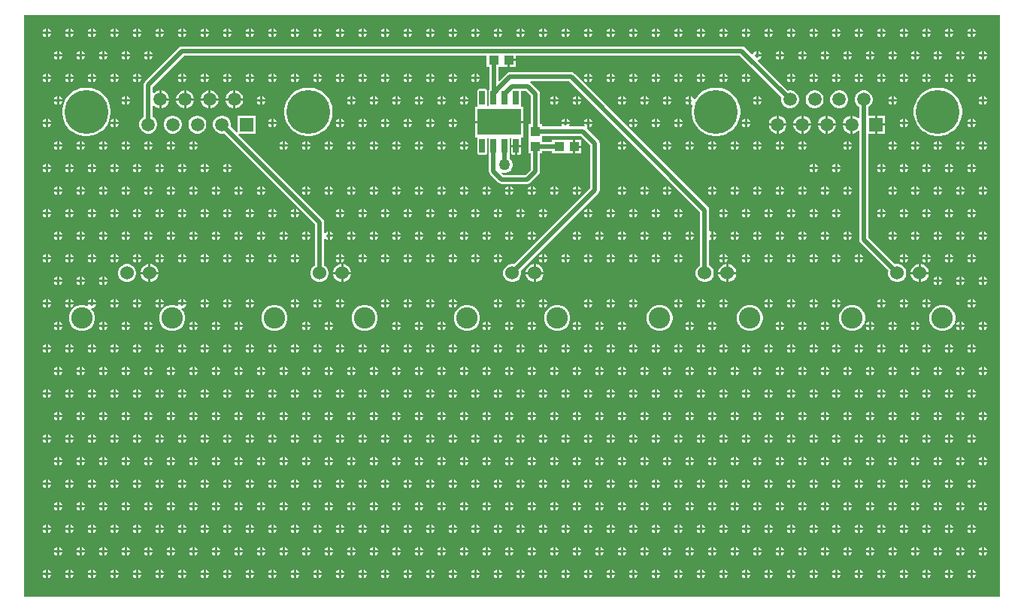
<source format=gbr>
G04*
G04 #@! TF.GenerationSoftware,Altium Limited,Altium Designer,22.11.1 (43)*
G04*
G04 Layer_Physical_Order=1*
G04 Layer_Color=255*
%FSLAX25Y25*%
%MOIN*%
G70*
G04*
G04 #@! TF.SameCoordinates,CBAEC89D-BC59-4BCD-ABD7-6F5F8566886D*
G04*
G04*
G04 #@! TF.FilePolarity,Positive*
G04*
G01*
G75*
%ADD15R,0.04331X0.03937*%
G04:AMPARAMS|DCode=16|XSize=61.02mil|YSize=23.62mil|CornerRadius=0.59mil|HoleSize=0mil|Usage=FLASHONLY|Rotation=90.000|XOffset=0mil|YOffset=0mil|HoleType=Round|Shape=RoundedRectangle|*
%AMROUNDEDRECTD16*
21,1,0.06102,0.02244,0,0,90.0*
21,1,0.05984,0.02362,0,0,90.0*
1,1,0.00118,0.01122,0.02992*
1,1,0.00118,0.01122,-0.02992*
1,1,0.00118,-0.01122,-0.02992*
1,1,0.00118,-0.01122,0.02992*
%
%ADD16ROUNDEDRECTD16*%
%ADD17R,0.03937X0.04331*%
%ADD23C,0.06000*%
%ADD28R,0.19291X0.11614*%
%ADD29C,0.02000*%
%ADD30C,0.05906*%
%ADD31R,0.05906X0.05906*%
%ADD32C,0.19488*%
%ADD33C,0.09500*%
%ADD34C,0.01181*%
%ADD35C,0.01968*%
%ADD36C,0.05000*%
G36*
X532500Y100000D02*
X100000D01*
Y358000D01*
X532500D01*
Y100000D01*
D02*
G37*
%LPC*%
G36*
X520500Y351941D02*
Y350500D01*
X521941D01*
X521682Y351124D01*
X521124Y351682D01*
X520500Y351941D01*
D02*
G37*
G36*
X519500D02*
X518876Y351682D01*
X518318Y351124D01*
X518059Y350500D01*
X519500D01*
Y351941D01*
D02*
G37*
G36*
X510500D02*
Y350500D01*
X511941D01*
X511682Y351124D01*
X511124Y351682D01*
X510500Y351941D01*
D02*
G37*
G36*
X509500D02*
X508876Y351682D01*
X508318Y351124D01*
X508059Y350500D01*
X509500D01*
Y351941D01*
D02*
G37*
G36*
X500500D02*
Y350500D01*
X501941D01*
X501682Y351124D01*
X501124Y351682D01*
X500500Y351941D01*
D02*
G37*
G36*
X499500D02*
X498876Y351682D01*
X498318Y351124D01*
X498059Y350500D01*
X499500D01*
Y351941D01*
D02*
G37*
G36*
X490500D02*
Y350500D01*
X491941D01*
X491682Y351124D01*
X491124Y351682D01*
X490500Y351941D01*
D02*
G37*
G36*
X489500D02*
X488876Y351682D01*
X488318Y351124D01*
X488059Y350500D01*
X489500D01*
Y351941D01*
D02*
G37*
G36*
X480500D02*
Y350500D01*
X481941D01*
X481682Y351124D01*
X481124Y351682D01*
X480500Y351941D01*
D02*
G37*
G36*
X479500D02*
X478876Y351682D01*
X478318Y351124D01*
X478059Y350500D01*
X479500D01*
Y351941D01*
D02*
G37*
G36*
X470500D02*
Y350500D01*
X471941D01*
X471682Y351124D01*
X471124Y351682D01*
X470500Y351941D01*
D02*
G37*
G36*
X469500D02*
X468876Y351682D01*
X468318Y351124D01*
X468059Y350500D01*
X469500D01*
Y351941D01*
D02*
G37*
G36*
X460500D02*
Y350500D01*
X461941D01*
X461682Y351124D01*
X461124Y351682D01*
X460500Y351941D01*
D02*
G37*
G36*
X459500D02*
X458876Y351682D01*
X458318Y351124D01*
X458059Y350500D01*
X459500D01*
Y351941D01*
D02*
G37*
G36*
X450500D02*
Y350500D01*
X451941D01*
X451682Y351124D01*
X451124Y351682D01*
X450500Y351941D01*
D02*
G37*
G36*
X449500D02*
X448876Y351682D01*
X448318Y351124D01*
X448059Y350500D01*
X449500D01*
Y351941D01*
D02*
G37*
G36*
X440500D02*
Y350500D01*
X441941D01*
X441682Y351124D01*
X441124Y351682D01*
X440500Y351941D01*
D02*
G37*
G36*
X439500D02*
X438876Y351682D01*
X438318Y351124D01*
X438059Y350500D01*
X439500D01*
Y351941D01*
D02*
G37*
G36*
X430500D02*
Y350500D01*
X431941D01*
X431682Y351124D01*
X431124Y351682D01*
X430500Y351941D01*
D02*
G37*
G36*
X429500D02*
X428876Y351682D01*
X428318Y351124D01*
X428059Y350500D01*
X429500D01*
Y351941D01*
D02*
G37*
G36*
X420500D02*
Y350500D01*
X421941D01*
X421682Y351124D01*
X421124Y351682D01*
X420500Y351941D01*
D02*
G37*
G36*
X419500D02*
X418876Y351682D01*
X418318Y351124D01*
X418059Y350500D01*
X419500D01*
Y351941D01*
D02*
G37*
G36*
X410500D02*
Y350500D01*
X411941D01*
X411682Y351124D01*
X411124Y351682D01*
X410500Y351941D01*
D02*
G37*
G36*
X409500D02*
X408876Y351682D01*
X408318Y351124D01*
X408059Y350500D01*
X409500D01*
Y351941D01*
D02*
G37*
G36*
X400500D02*
Y350500D01*
X401941D01*
X401682Y351124D01*
X401124Y351682D01*
X400500Y351941D01*
D02*
G37*
G36*
X399500D02*
X398876Y351682D01*
X398318Y351124D01*
X398059Y350500D01*
X399500D01*
Y351941D01*
D02*
G37*
G36*
X390500D02*
Y350500D01*
X391941D01*
X391682Y351124D01*
X391124Y351682D01*
X390500Y351941D01*
D02*
G37*
G36*
X389500D02*
X388876Y351682D01*
X388318Y351124D01*
X388059Y350500D01*
X389500D01*
Y351941D01*
D02*
G37*
G36*
X380500D02*
Y350500D01*
X381941D01*
X381682Y351124D01*
X381124Y351682D01*
X380500Y351941D01*
D02*
G37*
G36*
X379500D02*
X378876Y351682D01*
X378318Y351124D01*
X378059Y350500D01*
X379500D01*
Y351941D01*
D02*
G37*
G36*
X370500D02*
Y350500D01*
X371941D01*
X371682Y351124D01*
X371124Y351682D01*
X370500Y351941D01*
D02*
G37*
G36*
X369500D02*
X368876Y351682D01*
X368318Y351124D01*
X368059Y350500D01*
X369500D01*
Y351941D01*
D02*
G37*
G36*
X360500D02*
Y350500D01*
X361941D01*
X361682Y351124D01*
X361124Y351682D01*
X360500Y351941D01*
D02*
G37*
G36*
X359500D02*
X358876Y351682D01*
X358318Y351124D01*
X358059Y350500D01*
X359500D01*
Y351941D01*
D02*
G37*
G36*
X350500D02*
Y350500D01*
X351941D01*
X351682Y351124D01*
X351124Y351682D01*
X350500Y351941D01*
D02*
G37*
G36*
X349500D02*
X348876Y351682D01*
X348318Y351124D01*
X348059Y350500D01*
X349500D01*
Y351941D01*
D02*
G37*
G36*
X340500D02*
Y350500D01*
X341941D01*
X341682Y351124D01*
X341124Y351682D01*
X340500Y351941D01*
D02*
G37*
G36*
X339500D02*
X338876Y351682D01*
X338318Y351124D01*
X338059Y350500D01*
X339500D01*
Y351941D01*
D02*
G37*
G36*
X330500D02*
Y350500D01*
X331941D01*
X331682Y351124D01*
X331124Y351682D01*
X330500Y351941D01*
D02*
G37*
G36*
X329500D02*
X328876Y351682D01*
X328318Y351124D01*
X328059Y350500D01*
X329500D01*
Y351941D01*
D02*
G37*
G36*
X320500D02*
Y350500D01*
X321941D01*
X321682Y351124D01*
X321124Y351682D01*
X320500Y351941D01*
D02*
G37*
G36*
X319500D02*
X318876Y351682D01*
X318318Y351124D01*
X318059Y350500D01*
X319500D01*
Y351941D01*
D02*
G37*
G36*
X310500D02*
Y350500D01*
X311941D01*
X311682Y351124D01*
X311124Y351682D01*
X310500Y351941D01*
D02*
G37*
G36*
X309500D02*
X308876Y351682D01*
X308318Y351124D01*
X308059Y350500D01*
X309500D01*
Y351941D01*
D02*
G37*
G36*
X300500D02*
Y350500D01*
X301941D01*
X301682Y351124D01*
X301124Y351682D01*
X300500Y351941D01*
D02*
G37*
G36*
X299500D02*
X298876Y351682D01*
X298318Y351124D01*
X298059Y350500D01*
X299500D01*
Y351941D01*
D02*
G37*
G36*
X290500D02*
Y350500D01*
X291941D01*
X291682Y351124D01*
X291124Y351682D01*
X290500Y351941D01*
D02*
G37*
G36*
X289500D02*
X288876Y351682D01*
X288318Y351124D01*
X288059Y350500D01*
X289500D01*
Y351941D01*
D02*
G37*
G36*
X280500D02*
Y350500D01*
X281941D01*
X281682Y351124D01*
X281124Y351682D01*
X280500Y351941D01*
D02*
G37*
G36*
X279500D02*
X278876Y351682D01*
X278318Y351124D01*
X278059Y350500D01*
X279500D01*
Y351941D01*
D02*
G37*
G36*
X270500D02*
Y350500D01*
X271941D01*
X271682Y351124D01*
X271124Y351682D01*
X270500Y351941D01*
D02*
G37*
G36*
X269500D02*
X268876Y351682D01*
X268318Y351124D01*
X268059Y350500D01*
X269500D01*
Y351941D01*
D02*
G37*
G36*
X260500D02*
Y350500D01*
X261941D01*
X261682Y351124D01*
X261124Y351682D01*
X260500Y351941D01*
D02*
G37*
G36*
X259500D02*
X258876Y351682D01*
X258318Y351124D01*
X258059Y350500D01*
X259500D01*
Y351941D01*
D02*
G37*
G36*
X250500D02*
Y350500D01*
X251941D01*
X251682Y351124D01*
X251124Y351682D01*
X250500Y351941D01*
D02*
G37*
G36*
X249500D02*
X248876Y351682D01*
X248318Y351124D01*
X248059Y350500D01*
X249500D01*
Y351941D01*
D02*
G37*
G36*
X240500D02*
Y350500D01*
X241941D01*
X241682Y351124D01*
X241124Y351682D01*
X240500Y351941D01*
D02*
G37*
G36*
X239500D02*
X238876Y351682D01*
X238318Y351124D01*
X238059Y350500D01*
X239500D01*
Y351941D01*
D02*
G37*
G36*
X230500D02*
Y350500D01*
X231941D01*
X231682Y351124D01*
X231124Y351682D01*
X230500Y351941D01*
D02*
G37*
G36*
X229500D02*
X228876Y351682D01*
X228318Y351124D01*
X228059Y350500D01*
X229500D01*
Y351941D01*
D02*
G37*
G36*
X220500D02*
Y350500D01*
X221941D01*
X221682Y351124D01*
X221124Y351682D01*
X220500Y351941D01*
D02*
G37*
G36*
X219500D02*
X218876Y351682D01*
X218318Y351124D01*
X218059Y350500D01*
X219500D01*
Y351941D01*
D02*
G37*
G36*
X210500D02*
Y350500D01*
X211941D01*
X211682Y351124D01*
X211124Y351682D01*
X210500Y351941D01*
D02*
G37*
G36*
X209500D02*
X208876Y351682D01*
X208318Y351124D01*
X208059Y350500D01*
X209500D01*
Y351941D01*
D02*
G37*
G36*
X200500D02*
Y350500D01*
X201941D01*
X201682Y351124D01*
X201124Y351682D01*
X200500Y351941D01*
D02*
G37*
G36*
X199500D02*
X198876Y351682D01*
X198318Y351124D01*
X198059Y350500D01*
X199500D01*
Y351941D01*
D02*
G37*
G36*
X190500D02*
Y350500D01*
X191941D01*
X191682Y351124D01*
X191124Y351682D01*
X190500Y351941D01*
D02*
G37*
G36*
X189500D02*
X188876Y351682D01*
X188318Y351124D01*
X188059Y350500D01*
X189500D01*
Y351941D01*
D02*
G37*
G36*
X180500D02*
Y350500D01*
X181941D01*
X181682Y351124D01*
X181124Y351682D01*
X180500Y351941D01*
D02*
G37*
G36*
X179500D02*
X178876Y351682D01*
X178318Y351124D01*
X178059Y350500D01*
X179500D01*
Y351941D01*
D02*
G37*
G36*
X170500D02*
Y350500D01*
X171941D01*
X171682Y351124D01*
X171124Y351682D01*
X170500Y351941D01*
D02*
G37*
G36*
X169500D02*
X168876Y351682D01*
X168318Y351124D01*
X168059Y350500D01*
X169500D01*
Y351941D01*
D02*
G37*
G36*
X160500D02*
Y350500D01*
X161941D01*
X161682Y351124D01*
X161124Y351682D01*
X160500Y351941D01*
D02*
G37*
G36*
X159500D02*
X158876Y351682D01*
X158318Y351124D01*
X158059Y350500D01*
X159500D01*
Y351941D01*
D02*
G37*
G36*
X150500D02*
Y350500D01*
X151941D01*
X151682Y351124D01*
X151124Y351682D01*
X150500Y351941D01*
D02*
G37*
G36*
X149500D02*
X148876Y351682D01*
X148318Y351124D01*
X148059Y350500D01*
X149500D01*
Y351941D01*
D02*
G37*
G36*
X140500D02*
Y350500D01*
X141941D01*
X141682Y351124D01*
X141124Y351682D01*
X140500Y351941D01*
D02*
G37*
G36*
X139500D02*
X138876Y351682D01*
X138318Y351124D01*
X138059Y350500D01*
X139500D01*
Y351941D01*
D02*
G37*
G36*
X130500D02*
Y350500D01*
X131941D01*
X131682Y351124D01*
X131124Y351682D01*
X130500Y351941D01*
D02*
G37*
G36*
X129500D02*
X128876Y351682D01*
X128318Y351124D01*
X128059Y350500D01*
X129500D01*
Y351941D01*
D02*
G37*
G36*
X120500D02*
Y350500D01*
X121941D01*
X121682Y351124D01*
X121124Y351682D01*
X120500Y351941D01*
D02*
G37*
G36*
X119500D02*
X118876Y351682D01*
X118318Y351124D01*
X118059Y350500D01*
X119500D01*
Y351941D01*
D02*
G37*
G36*
X110500D02*
Y350500D01*
X111941D01*
X111682Y351124D01*
X111124Y351682D01*
X110500Y351941D01*
D02*
G37*
G36*
X109500D02*
X108876Y351682D01*
X108318Y351124D01*
X108059Y350500D01*
X109500D01*
Y351941D01*
D02*
G37*
G36*
X521941Y349500D02*
X520500D01*
Y348059D01*
X521124Y348318D01*
X521682Y348876D01*
X521941Y349500D01*
D02*
G37*
G36*
X519500D02*
X518059D01*
X518318Y348876D01*
X518876Y348318D01*
X519500Y348059D01*
Y349500D01*
D02*
G37*
G36*
X511941D02*
X510500D01*
Y348059D01*
X511124Y348318D01*
X511682Y348876D01*
X511941Y349500D01*
D02*
G37*
G36*
X509500D02*
X508059D01*
X508318Y348876D01*
X508876Y348318D01*
X509500Y348059D01*
Y349500D01*
D02*
G37*
G36*
X501941D02*
X500500D01*
Y348059D01*
X501124Y348318D01*
X501682Y348876D01*
X501941Y349500D01*
D02*
G37*
G36*
X499500D02*
X498059D01*
X498318Y348876D01*
X498876Y348318D01*
X499500Y348059D01*
Y349500D01*
D02*
G37*
G36*
X491941D02*
X490500D01*
Y348059D01*
X491124Y348318D01*
X491682Y348876D01*
X491941Y349500D01*
D02*
G37*
G36*
X489500D02*
X488059D01*
X488318Y348876D01*
X488876Y348318D01*
X489500Y348059D01*
Y349500D01*
D02*
G37*
G36*
X481941D02*
X480500D01*
Y348059D01*
X481124Y348318D01*
X481682Y348876D01*
X481941Y349500D01*
D02*
G37*
G36*
X479500D02*
X478059D01*
X478318Y348876D01*
X478876Y348318D01*
X479500Y348059D01*
Y349500D01*
D02*
G37*
G36*
X471941D02*
X470500D01*
Y348059D01*
X471124Y348318D01*
X471682Y348876D01*
X471941Y349500D01*
D02*
G37*
G36*
X469500D02*
X468059D01*
X468318Y348876D01*
X468876Y348318D01*
X469500Y348059D01*
Y349500D01*
D02*
G37*
G36*
X461941D02*
X460500D01*
Y348059D01*
X461124Y348318D01*
X461682Y348876D01*
X461941Y349500D01*
D02*
G37*
G36*
X459500D02*
X458059D01*
X458318Y348876D01*
X458876Y348318D01*
X459500Y348059D01*
Y349500D01*
D02*
G37*
G36*
X451941D02*
X450500D01*
Y348059D01*
X451124Y348318D01*
X451682Y348876D01*
X451941Y349500D01*
D02*
G37*
G36*
X449500D02*
X448059D01*
X448318Y348876D01*
X448876Y348318D01*
X449500Y348059D01*
Y349500D01*
D02*
G37*
G36*
X441941D02*
X440500D01*
Y348059D01*
X441124Y348318D01*
X441682Y348876D01*
X441941Y349500D01*
D02*
G37*
G36*
X439500D02*
X438059D01*
X438318Y348876D01*
X438876Y348318D01*
X439500Y348059D01*
Y349500D01*
D02*
G37*
G36*
X431941D02*
X430500D01*
Y348059D01*
X431124Y348318D01*
X431682Y348876D01*
X431941Y349500D01*
D02*
G37*
G36*
X429500D02*
X428059D01*
X428318Y348876D01*
X428876Y348318D01*
X429500Y348059D01*
Y349500D01*
D02*
G37*
G36*
X421941D02*
X420500D01*
Y348059D01*
X421124Y348318D01*
X421682Y348876D01*
X421941Y349500D01*
D02*
G37*
G36*
X419500D02*
X418059D01*
X418318Y348876D01*
X418876Y348318D01*
X419500Y348059D01*
Y349500D01*
D02*
G37*
G36*
X411941D02*
X410500D01*
Y348059D01*
X411124Y348318D01*
X411682Y348876D01*
X411941Y349500D01*
D02*
G37*
G36*
X409500D02*
X408059D01*
X408318Y348876D01*
X408876Y348318D01*
X409500Y348059D01*
Y349500D01*
D02*
G37*
G36*
X401941D02*
X400500D01*
Y348059D01*
X401124Y348318D01*
X401682Y348876D01*
X401941Y349500D01*
D02*
G37*
G36*
X399500D02*
X398059D01*
X398318Y348876D01*
X398876Y348318D01*
X399500Y348059D01*
Y349500D01*
D02*
G37*
G36*
X391941D02*
X390500D01*
Y348059D01*
X391124Y348318D01*
X391682Y348876D01*
X391941Y349500D01*
D02*
G37*
G36*
X389500D02*
X388059D01*
X388318Y348876D01*
X388876Y348318D01*
X389500Y348059D01*
Y349500D01*
D02*
G37*
G36*
X381941D02*
X380500D01*
Y348059D01*
X381124Y348318D01*
X381682Y348876D01*
X381941Y349500D01*
D02*
G37*
G36*
X379500D02*
X378059D01*
X378318Y348876D01*
X378876Y348318D01*
X379500Y348059D01*
Y349500D01*
D02*
G37*
G36*
X371941D02*
X370500D01*
Y348059D01*
X371124Y348318D01*
X371682Y348876D01*
X371941Y349500D01*
D02*
G37*
G36*
X369500D02*
X368059D01*
X368318Y348876D01*
X368876Y348318D01*
X369500Y348059D01*
Y349500D01*
D02*
G37*
G36*
X361941D02*
X360500D01*
Y348059D01*
X361124Y348318D01*
X361682Y348876D01*
X361941Y349500D01*
D02*
G37*
G36*
X359500D02*
X358059D01*
X358318Y348876D01*
X358876Y348318D01*
X359500Y348059D01*
Y349500D01*
D02*
G37*
G36*
X351941D02*
X350500D01*
Y348059D01*
X351124Y348318D01*
X351682Y348876D01*
X351941Y349500D01*
D02*
G37*
G36*
X349500D02*
X348059D01*
X348318Y348876D01*
X348876Y348318D01*
X349500Y348059D01*
Y349500D01*
D02*
G37*
G36*
X341941D02*
X340500D01*
Y348059D01*
X341124Y348318D01*
X341682Y348876D01*
X341941Y349500D01*
D02*
G37*
G36*
X339500D02*
X338059D01*
X338318Y348876D01*
X338876Y348318D01*
X339500Y348059D01*
Y349500D01*
D02*
G37*
G36*
X331941D02*
X330500D01*
Y348059D01*
X331124Y348318D01*
X331682Y348876D01*
X331941Y349500D01*
D02*
G37*
G36*
X329500D02*
X328059D01*
X328318Y348876D01*
X328876Y348318D01*
X329500Y348059D01*
Y349500D01*
D02*
G37*
G36*
X321941D02*
X320500D01*
Y348059D01*
X321124Y348318D01*
X321682Y348876D01*
X321941Y349500D01*
D02*
G37*
G36*
X319500D02*
X318059D01*
X318318Y348876D01*
X318876Y348318D01*
X319500Y348059D01*
Y349500D01*
D02*
G37*
G36*
X311941D02*
X310500D01*
Y348059D01*
X311124Y348318D01*
X311682Y348876D01*
X311941Y349500D01*
D02*
G37*
G36*
X309500D02*
X308059D01*
X308318Y348876D01*
X308876Y348318D01*
X309500Y348059D01*
Y349500D01*
D02*
G37*
G36*
X301941D02*
X300500D01*
Y348059D01*
X301124Y348318D01*
X301682Y348876D01*
X301941Y349500D01*
D02*
G37*
G36*
X299500D02*
X298059D01*
X298318Y348876D01*
X298876Y348318D01*
X299500Y348059D01*
Y349500D01*
D02*
G37*
G36*
X291941D02*
X290500D01*
Y348059D01*
X291124Y348318D01*
X291682Y348876D01*
X291941Y349500D01*
D02*
G37*
G36*
X289500D02*
X288059D01*
X288318Y348876D01*
X288876Y348318D01*
X289500Y348059D01*
Y349500D01*
D02*
G37*
G36*
X281941D02*
X280500D01*
Y348059D01*
X281124Y348318D01*
X281682Y348876D01*
X281941Y349500D01*
D02*
G37*
G36*
X279500D02*
X278059D01*
X278318Y348876D01*
X278876Y348318D01*
X279500Y348059D01*
Y349500D01*
D02*
G37*
G36*
X271941D02*
X270500D01*
Y348059D01*
X271124Y348318D01*
X271682Y348876D01*
X271941Y349500D01*
D02*
G37*
G36*
X269500D02*
X268059D01*
X268318Y348876D01*
X268876Y348318D01*
X269500Y348059D01*
Y349500D01*
D02*
G37*
G36*
X261941D02*
X260500D01*
Y348059D01*
X261124Y348318D01*
X261682Y348876D01*
X261941Y349500D01*
D02*
G37*
G36*
X259500D02*
X258059D01*
X258318Y348876D01*
X258876Y348318D01*
X259500Y348059D01*
Y349500D01*
D02*
G37*
G36*
X251941D02*
X250500D01*
Y348059D01*
X251124Y348318D01*
X251682Y348876D01*
X251941Y349500D01*
D02*
G37*
G36*
X249500D02*
X248059D01*
X248318Y348876D01*
X248876Y348318D01*
X249500Y348059D01*
Y349500D01*
D02*
G37*
G36*
X241941D02*
X240500D01*
Y348059D01*
X241124Y348318D01*
X241682Y348876D01*
X241941Y349500D01*
D02*
G37*
G36*
X239500D02*
X238059D01*
X238318Y348876D01*
X238876Y348318D01*
X239500Y348059D01*
Y349500D01*
D02*
G37*
G36*
X231941D02*
X230500D01*
Y348059D01*
X231124Y348318D01*
X231682Y348876D01*
X231941Y349500D01*
D02*
G37*
G36*
X229500D02*
X228059D01*
X228318Y348876D01*
X228876Y348318D01*
X229500Y348059D01*
Y349500D01*
D02*
G37*
G36*
X221941D02*
X220500D01*
Y348059D01*
X221124Y348318D01*
X221682Y348876D01*
X221941Y349500D01*
D02*
G37*
G36*
X219500D02*
X218059D01*
X218318Y348876D01*
X218876Y348318D01*
X219500Y348059D01*
Y349500D01*
D02*
G37*
G36*
X211941D02*
X210500D01*
Y348059D01*
X211124Y348318D01*
X211682Y348876D01*
X211941Y349500D01*
D02*
G37*
G36*
X209500D02*
X208059D01*
X208318Y348876D01*
X208876Y348318D01*
X209500Y348059D01*
Y349500D01*
D02*
G37*
G36*
X201941D02*
X200500D01*
Y348059D01*
X201124Y348318D01*
X201682Y348876D01*
X201941Y349500D01*
D02*
G37*
G36*
X199500D02*
X198059D01*
X198318Y348876D01*
X198876Y348318D01*
X199500Y348059D01*
Y349500D01*
D02*
G37*
G36*
X191941D02*
X190500D01*
Y348059D01*
X191124Y348318D01*
X191682Y348876D01*
X191941Y349500D01*
D02*
G37*
G36*
X189500D02*
X188059D01*
X188318Y348876D01*
X188876Y348318D01*
X189500Y348059D01*
Y349500D01*
D02*
G37*
G36*
X181941D02*
X180500D01*
Y348059D01*
X181124Y348318D01*
X181682Y348876D01*
X181941Y349500D01*
D02*
G37*
G36*
X179500D02*
X178059D01*
X178318Y348876D01*
X178876Y348318D01*
X179500Y348059D01*
Y349500D01*
D02*
G37*
G36*
X171941D02*
X170500D01*
Y348059D01*
X171124Y348318D01*
X171682Y348876D01*
X171941Y349500D01*
D02*
G37*
G36*
X169500D02*
X168059D01*
X168318Y348876D01*
X168876Y348318D01*
X169500Y348059D01*
Y349500D01*
D02*
G37*
G36*
X161941D02*
X160500D01*
Y348059D01*
X161124Y348318D01*
X161682Y348876D01*
X161941Y349500D01*
D02*
G37*
G36*
X159500D02*
X158059D01*
X158318Y348876D01*
X158876Y348318D01*
X159500Y348059D01*
Y349500D01*
D02*
G37*
G36*
X151941D02*
X150500D01*
Y348059D01*
X151124Y348318D01*
X151682Y348876D01*
X151941Y349500D01*
D02*
G37*
G36*
X149500D02*
X148059D01*
X148318Y348876D01*
X148876Y348318D01*
X149500Y348059D01*
Y349500D01*
D02*
G37*
G36*
X141941D02*
X140500D01*
Y348059D01*
X141124Y348318D01*
X141682Y348876D01*
X141941Y349500D01*
D02*
G37*
G36*
X139500D02*
X138059D01*
X138318Y348876D01*
X138876Y348318D01*
X139500Y348059D01*
Y349500D01*
D02*
G37*
G36*
X131941D02*
X130500D01*
Y348059D01*
X131124Y348318D01*
X131682Y348876D01*
X131941Y349500D01*
D02*
G37*
G36*
X129500D02*
X128059D01*
X128318Y348876D01*
X128876Y348318D01*
X129500Y348059D01*
Y349500D01*
D02*
G37*
G36*
X121941D02*
X120500D01*
Y348059D01*
X121124Y348318D01*
X121682Y348876D01*
X121941Y349500D01*
D02*
G37*
G36*
X119500D02*
X118059D01*
X118318Y348876D01*
X118876Y348318D01*
X119500Y348059D01*
Y349500D01*
D02*
G37*
G36*
X111941D02*
X110500D01*
Y348059D01*
X111124Y348318D01*
X111682Y348876D01*
X111941Y349500D01*
D02*
G37*
G36*
X109500D02*
X108059D01*
X108318Y348876D01*
X108876Y348318D01*
X109500Y348059D01*
Y349500D01*
D02*
G37*
G36*
X525500Y341941D02*
Y340500D01*
X526941D01*
X526682Y341124D01*
X526124Y341682D01*
X525500Y341941D01*
D02*
G37*
G36*
X524500D02*
X523876Y341682D01*
X523318Y341124D01*
X523059Y340500D01*
X524500D01*
Y341941D01*
D02*
G37*
G36*
X515500D02*
Y340500D01*
X516941D01*
X516682Y341124D01*
X516124Y341682D01*
X515500Y341941D01*
D02*
G37*
G36*
X514500D02*
X513876Y341682D01*
X513318Y341124D01*
X513059Y340500D01*
X514500D01*
Y341941D01*
D02*
G37*
G36*
X505500D02*
Y340500D01*
X506941D01*
X506682Y341124D01*
X506124Y341682D01*
X505500Y341941D01*
D02*
G37*
G36*
X504500D02*
X503876Y341682D01*
X503318Y341124D01*
X503059Y340500D01*
X504500D01*
Y341941D01*
D02*
G37*
G36*
X495500D02*
Y340500D01*
X496941D01*
X496682Y341124D01*
X496124Y341682D01*
X495500Y341941D01*
D02*
G37*
G36*
X494500D02*
X493876Y341682D01*
X493318Y341124D01*
X493059Y340500D01*
X494500D01*
Y341941D01*
D02*
G37*
G36*
X485500D02*
Y340500D01*
X486941D01*
X486682Y341124D01*
X486124Y341682D01*
X485500Y341941D01*
D02*
G37*
G36*
X484500D02*
X483876Y341682D01*
X483318Y341124D01*
X483059Y340500D01*
X484500D01*
Y341941D01*
D02*
G37*
G36*
X475500D02*
Y340500D01*
X476941D01*
X476682Y341124D01*
X476124Y341682D01*
X475500Y341941D01*
D02*
G37*
G36*
X474500D02*
X473876Y341682D01*
X473318Y341124D01*
X473059Y340500D01*
X474500D01*
Y341941D01*
D02*
G37*
G36*
X465500D02*
Y340500D01*
X466941D01*
X466682Y341124D01*
X466124Y341682D01*
X465500Y341941D01*
D02*
G37*
G36*
X464500D02*
X463876Y341682D01*
X463318Y341124D01*
X463059Y340500D01*
X464500D01*
Y341941D01*
D02*
G37*
G36*
X455500D02*
Y340500D01*
X456941D01*
X456682Y341124D01*
X456124Y341682D01*
X455500Y341941D01*
D02*
G37*
G36*
X454500D02*
X453876Y341682D01*
X453318Y341124D01*
X453059Y340500D01*
X454500D01*
Y341941D01*
D02*
G37*
G36*
X445500D02*
Y340500D01*
X446941D01*
X446682Y341124D01*
X446124Y341682D01*
X445500Y341941D01*
D02*
G37*
G36*
X444500D02*
X443876Y341682D01*
X443318Y341124D01*
X443059Y340500D01*
X444500D01*
Y341941D01*
D02*
G37*
G36*
X435500D02*
Y340500D01*
X436941D01*
X436682Y341124D01*
X436124Y341682D01*
X435500Y341941D01*
D02*
G37*
G36*
X434500D02*
X433876Y341682D01*
X433318Y341124D01*
X433059Y340500D01*
X434500D01*
Y341941D01*
D02*
G37*
G36*
X425500D02*
Y340500D01*
X426941D01*
X426682Y341124D01*
X426124Y341682D01*
X425500Y341941D01*
D02*
G37*
G36*
X155500D02*
Y340500D01*
X156941D01*
X156682Y341124D01*
X156124Y341682D01*
X155500Y341941D01*
D02*
G37*
G36*
X154500D02*
X153876Y341682D01*
X153318Y341124D01*
X153059Y340500D01*
X154500D01*
Y341941D01*
D02*
G37*
G36*
X145500D02*
Y340500D01*
X146941D01*
X146682Y341124D01*
X146124Y341682D01*
X145500Y341941D01*
D02*
G37*
G36*
X144500D02*
X143876Y341682D01*
X143318Y341124D01*
X143059Y340500D01*
X144500D01*
Y341941D01*
D02*
G37*
G36*
X135500D02*
Y340500D01*
X136941D01*
X136682Y341124D01*
X136124Y341682D01*
X135500Y341941D01*
D02*
G37*
G36*
X134500D02*
X133876Y341682D01*
X133318Y341124D01*
X133059Y340500D01*
X134500D01*
Y341941D01*
D02*
G37*
G36*
X125500D02*
Y340500D01*
X126941D01*
X126682Y341124D01*
X126124Y341682D01*
X125500Y341941D01*
D02*
G37*
G36*
X124500D02*
X123876Y341682D01*
X123318Y341124D01*
X123059Y340500D01*
X124500D01*
Y341941D01*
D02*
G37*
G36*
X115500D02*
Y340500D01*
X116941D01*
X116682Y341124D01*
X116124Y341682D01*
X115500Y341941D01*
D02*
G37*
G36*
X114500D02*
X113876Y341682D01*
X113318Y341124D01*
X113059Y340500D01*
X114500D01*
Y341941D01*
D02*
G37*
G36*
X526941Y339500D02*
X525500D01*
Y338059D01*
X526124Y338318D01*
X526682Y338876D01*
X526941Y339500D01*
D02*
G37*
G36*
X524500D02*
X523059D01*
X523318Y338876D01*
X523876Y338318D01*
X524500Y338059D01*
Y339500D01*
D02*
G37*
G36*
X516941D02*
X515500D01*
Y338059D01*
X516124Y338318D01*
X516682Y338876D01*
X516941Y339500D01*
D02*
G37*
G36*
X514500D02*
X513059D01*
X513318Y338876D01*
X513876Y338318D01*
X514500Y338059D01*
Y339500D01*
D02*
G37*
G36*
X506941D02*
X505500D01*
Y338059D01*
X506124Y338318D01*
X506682Y338876D01*
X506941Y339500D01*
D02*
G37*
G36*
X504500D02*
X503059D01*
X503318Y338876D01*
X503876Y338318D01*
X504500Y338059D01*
Y339500D01*
D02*
G37*
G36*
X496941D02*
X495500D01*
Y338059D01*
X496124Y338318D01*
X496682Y338876D01*
X496941Y339500D01*
D02*
G37*
G36*
X494500D02*
X493059D01*
X493318Y338876D01*
X493876Y338318D01*
X494500Y338059D01*
Y339500D01*
D02*
G37*
G36*
X486941D02*
X485500D01*
Y338059D01*
X486124Y338318D01*
X486682Y338876D01*
X486941Y339500D01*
D02*
G37*
G36*
X484500D02*
X483059D01*
X483318Y338876D01*
X483876Y338318D01*
X484500Y338059D01*
Y339500D01*
D02*
G37*
G36*
X476941D02*
X475500D01*
Y338059D01*
X476124Y338318D01*
X476682Y338876D01*
X476941Y339500D01*
D02*
G37*
G36*
X474500D02*
X473059D01*
X473318Y338876D01*
X473876Y338318D01*
X474500Y338059D01*
Y339500D01*
D02*
G37*
G36*
X466941D02*
X465500D01*
Y338059D01*
X466124Y338318D01*
X466682Y338876D01*
X466941Y339500D01*
D02*
G37*
G36*
X464500D02*
X463059D01*
X463318Y338876D01*
X463876Y338318D01*
X464500Y338059D01*
Y339500D01*
D02*
G37*
G36*
X456941D02*
X455500D01*
Y338059D01*
X456124Y338318D01*
X456682Y338876D01*
X456941Y339500D01*
D02*
G37*
G36*
X454500D02*
X453059D01*
X453318Y338876D01*
X453876Y338318D01*
X454500Y338059D01*
Y339500D01*
D02*
G37*
G36*
X446941D02*
X445500D01*
Y338059D01*
X446124Y338318D01*
X446682Y338876D01*
X446941Y339500D01*
D02*
G37*
G36*
X444500D02*
X443059D01*
X443318Y338876D01*
X443876Y338318D01*
X444500Y338059D01*
Y339500D01*
D02*
G37*
G36*
X436941D02*
X435500D01*
Y338059D01*
X436124Y338318D01*
X436682Y338876D01*
X436941Y339500D01*
D02*
G37*
G36*
X434500D02*
X433059D01*
X433318Y338876D01*
X433876Y338318D01*
X434500Y338059D01*
Y339500D01*
D02*
G37*
G36*
X156941D02*
X155500D01*
Y338059D01*
X156124Y338318D01*
X156682Y338876D01*
X156941Y339500D01*
D02*
G37*
G36*
X154500D02*
X153059D01*
X153318Y338876D01*
X153876Y338318D01*
X154500Y338059D01*
Y339500D01*
D02*
G37*
G36*
X146941D02*
X145500D01*
Y338059D01*
X146124Y338318D01*
X146682Y338876D01*
X146941Y339500D01*
D02*
G37*
G36*
X144500D02*
X143059D01*
X143318Y338876D01*
X143876Y338318D01*
X144500Y338059D01*
Y339500D01*
D02*
G37*
G36*
X136941D02*
X135500D01*
Y338059D01*
X136124Y338318D01*
X136682Y338876D01*
X136941Y339500D01*
D02*
G37*
G36*
X134500D02*
X133059D01*
X133318Y338876D01*
X133876Y338318D01*
X134500Y338059D01*
Y339500D01*
D02*
G37*
G36*
X126941D02*
X125500D01*
Y338059D01*
X126124Y338318D01*
X126682Y338876D01*
X126941Y339500D01*
D02*
G37*
G36*
X124500D02*
X123059D01*
X123318Y338876D01*
X123876Y338318D01*
X124500Y338059D01*
Y339500D01*
D02*
G37*
G36*
X116941D02*
X115500D01*
Y338059D01*
X116124Y338318D01*
X116682Y338876D01*
X116941Y339500D01*
D02*
G37*
G36*
X114500D02*
X113059D01*
X113318Y338876D01*
X113876Y338318D01*
X114500Y338059D01*
Y339500D01*
D02*
G37*
G36*
X318012Y337500D02*
X315347D01*
Y335032D01*
X318012D01*
Y337500D01*
D02*
G37*
G36*
X520500Y331941D02*
Y330500D01*
X521941D01*
X521682Y331124D01*
X521124Y331682D01*
X520500Y331941D01*
D02*
G37*
G36*
X519500D02*
X518876Y331682D01*
X518318Y331124D01*
X518059Y330500D01*
X519500D01*
Y331941D01*
D02*
G37*
G36*
X510500D02*
Y330500D01*
X511941D01*
X511682Y331124D01*
X511124Y331682D01*
X510500Y331941D01*
D02*
G37*
G36*
X509500D02*
X508876Y331682D01*
X508318Y331124D01*
X508059Y330500D01*
X509500D01*
Y331941D01*
D02*
G37*
G36*
X500500D02*
Y330500D01*
X501941D01*
X501682Y331124D01*
X501124Y331682D01*
X500500Y331941D01*
D02*
G37*
G36*
X499500D02*
X498876Y331682D01*
X498318Y331124D01*
X498059Y330500D01*
X499500D01*
Y331941D01*
D02*
G37*
G36*
X490500D02*
Y330500D01*
X491941D01*
X491682Y331124D01*
X491124Y331682D01*
X490500Y331941D01*
D02*
G37*
G36*
X489500D02*
X488876Y331682D01*
X488318Y331124D01*
X488059Y330500D01*
X489500D01*
Y331941D01*
D02*
G37*
G36*
X480500D02*
Y330500D01*
X481941D01*
X481682Y331124D01*
X481124Y331682D01*
X480500Y331941D01*
D02*
G37*
G36*
X479500D02*
X478876Y331682D01*
X478318Y331124D01*
X478059Y330500D01*
X479500D01*
Y331941D01*
D02*
G37*
G36*
X470500D02*
Y330500D01*
X471941D01*
X471682Y331124D01*
X471124Y331682D01*
X470500Y331941D01*
D02*
G37*
G36*
X469500D02*
X468876Y331682D01*
X468318Y331124D01*
X468059Y330500D01*
X469500D01*
Y331941D01*
D02*
G37*
G36*
X460500D02*
Y330500D01*
X461941D01*
X461682Y331124D01*
X461124Y331682D01*
X460500Y331941D01*
D02*
G37*
G36*
X459500D02*
X458876Y331682D01*
X458318Y331124D01*
X458059Y330500D01*
X459500D01*
Y331941D01*
D02*
G37*
G36*
X450500D02*
Y330500D01*
X451941D01*
X451682Y331124D01*
X451124Y331682D01*
X450500Y331941D01*
D02*
G37*
G36*
X449500D02*
X448876Y331682D01*
X448318Y331124D01*
X448059Y330500D01*
X449500D01*
Y331941D01*
D02*
G37*
G36*
X440500D02*
Y330500D01*
X441941D01*
X441682Y331124D01*
X441124Y331682D01*
X440500Y331941D01*
D02*
G37*
G36*
X439500D02*
X438876Y331682D01*
X438318Y331124D01*
X438059Y330500D01*
X439500D01*
Y331941D01*
D02*
G37*
G36*
X420500D02*
Y330500D01*
X421941D01*
X421682Y331124D01*
X421124Y331682D01*
X420500Y331941D01*
D02*
G37*
G36*
X419500D02*
X418876Y331682D01*
X418318Y331124D01*
X418059Y330500D01*
X419500D01*
Y331941D01*
D02*
G37*
G36*
X410500D02*
Y330500D01*
X411941D01*
X411682Y331124D01*
X411124Y331682D01*
X410500Y331941D01*
D02*
G37*
G36*
X409500D02*
X408876Y331682D01*
X408318Y331124D01*
X408059Y330500D01*
X409500D01*
Y331941D01*
D02*
G37*
G36*
X400500D02*
Y330500D01*
X401941D01*
X401682Y331124D01*
X401124Y331682D01*
X400500Y331941D01*
D02*
G37*
G36*
X399500D02*
X398876Y331682D01*
X398318Y331124D01*
X398059Y330500D01*
X399500D01*
Y331941D01*
D02*
G37*
G36*
X390500D02*
Y330500D01*
X391941D01*
X391682Y331124D01*
X391124Y331682D01*
X390500Y331941D01*
D02*
G37*
G36*
X389500D02*
X388876Y331682D01*
X388318Y331124D01*
X388059Y330500D01*
X389500D01*
Y331941D01*
D02*
G37*
G36*
X380500D02*
Y330500D01*
X381941D01*
X381682Y331124D01*
X381124Y331682D01*
X380500Y331941D01*
D02*
G37*
G36*
X379500D02*
X378876Y331682D01*
X378318Y331124D01*
X378059Y330500D01*
X379500D01*
Y331941D01*
D02*
G37*
G36*
X370500D02*
Y330500D01*
X371941D01*
X371682Y331124D01*
X371124Y331682D01*
X370500Y331941D01*
D02*
G37*
G36*
X369500D02*
X368876Y331682D01*
X368318Y331124D01*
X368059Y330500D01*
X369500D01*
Y331941D01*
D02*
G37*
G36*
X360500D02*
Y330500D01*
X361941D01*
X361682Y331124D01*
X361124Y331682D01*
X360500Y331941D01*
D02*
G37*
G36*
X359500D02*
X358876Y331682D01*
X358318Y331124D01*
X358059Y330500D01*
X359500D01*
Y331941D01*
D02*
G37*
G36*
X350500D02*
Y330500D01*
X351941D01*
X351682Y331124D01*
X351124Y331682D01*
X350500Y331941D01*
D02*
G37*
G36*
X349500D02*
X348876Y331682D01*
X348318Y331124D01*
X348059Y330500D01*
X349500D01*
Y331941D01*
D02*
G37*
G36*
X300500D02*
Y330500D01*
X301941D01*
X301682Y331124D01*
X301124Y331682D01*
X300500Y331941D01*
D02*
G37*
G36*
X299500D02*
X298876Y331682D01*
X298318Y331124D01*
X298059Y330500D01*
X299500D01*
Y331941D01*
D02*
G37*
G36*
X290500D02*
Y330500D01*
X291941D01*
X291682Y331124D01*
X291124Y331682D01*
X290500Y331941D01*
D02*
G37*
G36*
X289500D02*
X288876Y331682D01*
X288318Y331124D01*
X288059Y330500D01*
X289500D01*
Y331941D01*
D02*
G37*
G36*
X280500D02*
Y330500D01*
X281941D01*
X281682Y331124D01*
X281124Y331682D01*
X280500Y331941D01*
D02*
G37*
G36*
X279500D02*
X278876Y331682D01*
X278318Y331124D01*
X278059Y330500D01*
X279500D01*
Y331941D01*
D02*
G37*
G36*
X270500D02*
Y330500D01*
X271941D01*
X271682Y331124D01*
X271124Y331682D01*
X270500Y331941D01*
D02*
G37*
G36*
X269500D02*
X268876Y331682D01*
X268318Y331124D01*
X268059Y330500D01*
X269500D01*
Y331941D01*
D02*
G37*
G36*
X260500D02*
Y330500D01*
X261941D01*
X261682Y331124D01*
X261124Y331682D01*
X260500Y331941D01*
D02*
G37*
G36*
X259500D02*
X258876Y331682D01*
X258318Y331124D01*
X258059Y330500D01*
X259500D01*
Y331941D01*
D02*
G37*
G36*
X250500D02*
Y330500D01*
X251941D01*
X251682Y331124D01*
X251124Y331682D01*
X250500Y331941D01*
D02*
G37*
G36*
X249500D02*
X248876Y331682D01*
X248318Y331124D01*
X248059Y330500D01*
X249500D01*
Y331941D01*
D02*
G37*
G36*
X240500D02*
Y330500D01*
X241941D01*
X241682Y331124D01*
X241124Y331682D01*
X240500Y331941D01*
D02*
G37*
G36*
X239500D02*
X238876Y331682D01*
X238318Y331124D01*
X238059Y330500D01*
X239500D01*
Y331941D01*
D02*
G37*
G36*
X230500D02*
Y330500D01*
X231941D01*
X231682Y331124D01*
X231124Y331682D01*
X230500Y331941D01*
D02*
G37*
G36*
X229500D02*
X228876Y331682D01*
X228318Y331124D01*
X228059Y330500D01*
X229500D01*
Y331941D01*
D02*
G37*
G36*
X220500D02*
Y330500D01*
X221941D01*
X221682Y331124D01*
X221124Y331682D01*
X220500Y331941D01*
D02*
G37*
G36*
X219500D02*
X218876Y331682D01*
X218318Y331124D01*
X218059Y330500D01*
X219500D01*
Y331941D01*
D02*
G37*
G36*
X210500D02*
Y330500D01*
X211941D01*
X211682Y331124D01*
X211124Y331682D01*
X210500Y331941D01*
D02*
G37*
G36*
X209500D02*
X208876Y331682D01*
X208318Y331124D01*
X208059Y330500D01*
X209500D01*
Y331941D01*
D02*
G37*
G36*
X200500D02*
Y330500D01*
X201941D01*
X201682Y331124D01*
X201124Y331682D01*
X200500Y331941D01*
D02*
G37*
G36*
X199500D02*
X198876Y331682D01*
X198318Y331124D01*
X198059Y330500D01*
X199500D01*
Y331941D01*
D02*
G37*
G36*
X190500D02*
Y330500D01*
X191941D01*
X191682Y331124D01*
X191124Y331682D01*
X190500Y331941D01*
D02*
G37*
G36*
X189500D02*
X188876Y331682D01*
X188318Y331124D01*
X188059Y330500D01*
X189500D01*
Y331941D01*
D02*
G37*
G36*
X180500D02*
Y330500D01*
X181941D01*
X181682Y331124D01*
X181124Y331682D01*
X180500Y331941D01*
D02*
G37*
G36*
X179500D02*
X178876Y331682D01*
X178318Y331124D01*
X178059Y330500D01*
X179500D01*
Y331941D01*
D02*
G37*
G36*
X170500D02*
Y330500D01*
X171941D01*
X171682Y331124D01*
X171124Y331682D01*
X170500Y331941D01*
D02*
G37*
G36*
X169500D02*
X168876Y331682D01*
X168318Y331124D01*
X168059Y330500D01*
X169500D01*
Y331941D01*
D02*
G37*
G36*
X150500D02*
Y330500D01*
X151941D01*
X151682Y331124D01*
X151124Y331682D01*
X150500Y331941D01*
D02*
G37*
G36*
X149500D02*
X148876Y331682D01*
X148318Y331124D01*
X148059Y330500D01*
X149500D01*
Y331941D01*
D02*
G37*
G36*
X140500D02*
Y330500D01*
X141941D01*
X141682Y331124D01*
X141124Y331682D01*
X140500Y331941D01*
D02*
G37*
G36*
X139500D02*
X138876Y331682D01*
X138318Y331124D01*
X138059Y330500D01*
X139500D01*
Y331941D01*
D02*
G37*
G36*
X130500D02*
Y330500D01*
X131941D01*
X131682Y331124D01*
X131124Y331682D01*
X130500Y331941D01*
D02*
G37*
G36*
X129500D02*
X128876Y331682D01*
X128318Y331124D01*
X128059Y330500D01*
X129500D01*
Y331941D01*
D02*
G37*
G36*
X120500D02*
Y330500D01*
X121941D01*
X121682Y331124D01*
X121124Y331682D01*
X120500Y331941D01*
D02*
G37*
G36*
X119500D02*
X118876Y331682D01*
X118318Y331124D01*
X118059Y330500D01*
X119500D01*
Y331941D01*
D02*
G37*
G36*
X110500D02*
Y330500D01*
X111941D01*
X111682Y331124D01*
X111124Y331682D01*
X110500Y331941D01*
D02*
G37*
G36*
X109500D02*
X108876Y331682D01*
X108318Y331124D01*
X108059Y330500D01*
X109500D01*
Y331941D01*
D02*
G37*
G36*
X521941Y329500D02*
X520500D01*
Y328059D01*
X521124Y328318D01*
X521682Y328876D01*
X521941Y329500D01*
D02*
G37*
G36*
X519500D02*
X518059D01*
X518318Y328876D01*
X518876Y328318D01*
X519500Y328059D01*
Y329500D01*
D02*
G37*
G36*
X511941D02*
X510500D01*
Y328059D01*
X511124Y328318D01*
X511682Y328876D01*
X511941Y329500D01*
D02*
G37*
G36*
X509500D02*
X508059D01*
X508318Y328876D01*
X508876Y328318D01*
X509500Y328059D01*
Y329500D01*
D02*
G37*
G36*
X501941D02*
X500500D01*
Y328059D01*
X501124Y328318D01*
X501682Y328876D01*
X501941Y329500D01*
D02*
G37*
G36*
X499500D02*
X498059D01*
X498318Y328876D01*
X498876Y328318D01*
X499500Y328059D01*
Y329500D01*
D02*
G37*
G36*
X491941D02*
X490500D01*
Y328059D01*
X491124Y328318D01*
X491682Y328876D01*
X491941Y329500D01*
D02*
G37*
G36*
X489500D02*
X488059D01*
X488318Y328876D01*
X488876Y328318D01*
X489500Y328059D01*
Y329500D01*
D02*
G37*
G36*
X481941D02*
X480500D01*
Y328059D01*
X481124Y328318D01*
X481682Y328876D01*
X481941Y329500D01*
D02*
G37*
G36*
X479500D02*
X478059D01*
X478318Y328876D01*
X478876Y328318D01*
X479500Y328059D01*
Y329500D01*
D02*
G37*
G36*
X471941D02*
X470500D01*
Y328059D01*
X471124Y328318D01*
X471682Y328876D01*
X471941Y329500D01*
D02*
G37*
G36*
X469500D02*
X468059D01*
X468318Y328876D01*
X468876Y328318D01*
X469500Y328059D01*
Y329500D01*
D02*
G37*
G36*
X461941D02*
X460500D01*
Y328059D01*
X461124Y328318D01*
X461682Y328876D01*
X461941Y329500D01*
D02*
G37*
G36*
X459500D02*
X458059D01*
X458318Y328876D01*
X458876Y328318D01*
X459500Y328059D01*
Y329500D01*
D02*
G37*
G36*
X451941D02*
X450500D01*
Y328059D01*
X451124Y328318D01*
X451682Y328876D01*
X451941Y329500D01*
D02*
G37*
G36*
X449500D02*
X448059D01*
X448318Y328876D01*
X448876Y328318D01*
X449500Y328059D01*
Y329500D01*
D02*
G37*
G36*
X441941D02*
X440500D01*
Y328059D01*
X441124Y328318D01*
X441682Y328876D01*
X441941Y329500D01*
D02*
G37*
G36*
X439500D02*
X438059D01*
X438318Y328876D01*
X438876Y328318D01*
X439500Y328059D01*
Y329500D01*
D02*
G37*
G36*
X421941D02*
X420500D01*
Y328059D01*
X421124Y328318D01*
X421682Y328876D01*
X421941Y329500D01*
D02*
G37*
G36*
X419500D02*
X418059D01*
X418318Y328876D01*
X418876Y328318D01*
X419500Y328059D01*
Y329500D01*
D02*
G37*
G36*
X411941D02*
X410500D01*
Y328059D01*
X411124Y328318D01*
X411682Y328876D01*
X411941Y329500D01*
D02*
G37*
G36*
X409500D02*
X408059D01*
X408318Y328876D01*
X408876Y328318D01*
X409500Y328059D01*
Y329500D01*
D02*
G37*
G36*
X401941D02*
X400500D01*
Y328059D01*
X401124Y328318D01*
X401682Y328876D01*
X401941Y329500D01*
D02*
G37*
G36*
X399500D02*
X398059D01*
X398318Y328876D01*
X398876Y328318D01*
X399500Y328059D01*
Y329500D01*
D02*
G37*
G36*
X391941D02*
X390500D01*
Y328059D01*
X391124Y328318D01*
X391682Y328876D01*
X391941Y329500D01*
D02*
G37*
G36*
X389500D02*
X388059D01*
X388318Y328876D01*
X388876Y328318D01*
X389500Y328059D01*
Y329500D01*
D02*
G37*
G36*
X381941D02*
X380500D01*
Y328059D01*
X381124Y328318D01*
X381682Y328876D01*
X381941Y329500D01*
D02*
G37*
G36*
X379500D02*
X378059D01*
X378318Y328876D01*
X378876Y328318D01*
X379500Y328059D01*
Y329500D01*
D02*
G37*
G36*
X371941D02*
X370500D01*
Y328059D01*
X371124Y328318D01*
X371682Y328876D01*
X371941Y329500D01*
D02*
G37*
G36*
X369500D02*
X368059D01*
X368318Y328876D01*
X368876Y328318D01*
X369500Y328059D01*
Y329500D01*
D02*
G37*
G36*
X361941D02*
X360500D01*
Y328059D01*
X361124Y328318D01*
X361682Y328876D01*
X361941Y329500D01*
D02*
G37*
G36*
X359500D02*
X358059D01*
X358318Y328876D01*
X358876Y328318D01*
X359500Y328059D01*
Y329500D01*
D02*
G37*
G36*
X351941D02*
X350500D01*
Y328059D01*
X351124Y328318D01*
X351682Y328876D01*
X351941Y329500D01*
D02*
G37*
G36*
X349500D02*
X348059D01*
X348318Y328876D01*
X348876Y328318D01*
X349500Y328059D01*
Y329500D01*
D02*
G37*
G36*
X301941D02*
X300500D01*
Y328059D01*
X301124Y328318D01*
X301682Y328876D01*
X301941Y329500D01*
D02*
G37*
G36*
X299500D02*
X298059D01*
X298318Y328876D01*
X298876Y328318D01*
X299500Y328059D01*
Y329500D01*
D02*
G37*
G36*
X291941D02*
X290500D01*
Y328059D01*
X291124Y328318D01*
X291682Y328876D01*
X291941Y329500D01*
D02*
G37*
G36*
X289500D02*
X288059D01*
X288318Y328876D01*
X288876Y328318D01*
X289500Y328059D01*
Y329500D01*
D02*
G37*
G36*
X281941D02*
X280500D01*
Y328059D01*
X281124Y328318D01*
X281682Y328876D01*
X281941Y329500D01*
D02*
G37*
G36*
X279500D02*
X278059D01*
X278318Y328876D01*
X278876Y328318D01*
X279500Y328059D01*
Y329500D01*
D02*
G37*
G36*
X271941D02*
X270500D01*
Y328059D01*
X271124Y328318D01*
X271682Y328876D01*
X271941Y329500D01*
D02*
G37*
G36*
X269500D02*
X268059D01*
X268318Y328876D01*
X268876Y328318D01*
X269500Y328059D01*
Y329500D01*
D02*
G37*
G36*
X261941D02*
X260500D01*
Y328059D01*
X261124Y328318D01*
X261682Y328876D01*
X261941Y329500D01*
D02*
G37*
G36*
X259500D02*
X258059D01*
X258318Y328876D01*
X258876Y328318D01*
X259500Y328059D01*
Y329500D01*
D02*
G37*
G36*
X251941D02*
X250500D01*
Y328059D01*
X251124Y328318D01*
X251682Y328876D01*
X251941Y329500D01*
D02*
G37*
G36*
X249500D02*
X248059D01*
X248318Y328876D01*
X248876Y328318D01*
X249500Y328059D01*
Y329500D01*
D02*
G37*
G36*
X241941D02*
X240500D01*
Y328059D01*
X241124Y328318D01*
X241682Y328876D01*
X241941Y329500D01*
D02*
G37*
G36*
X239500D02*
X238059D01*
X238318Y328876D01*
X238876Y328318D01*
X239500Y328059D01*
Y329500D01*
D02*
G37*
G36*
X231941D02*
X230500D01*
Y328059D01*
X231124Y328318D01*
X231682Y328876D01*
X231941Y329500D01*
D02*
G37*
G36*
X229500D02*
X228059D01*
X228318Y328876D01*
X228876Y328318D01*
X229500Y328059D01*
Y329500D01*
D02*
G37*
G36*
X221941D02*
X220500D01*
Y328059D01*
X221124Y328318D01*
X221682Y328876D01*
X221941Y329500D01*
D02*
G37*
G36*
X219500D02*
X218059D01*
X218318Y328876D01*
X218876Y328318D01*
X219500Y328059D01*
Y329500D01*
D02*
G37*
G36*
X211941D02*
X210500D01*
Y328059D01*
X211124Y328318D01*
X211682Y328876D01*
X211941Y329500D01*
D02*
G37*
G36*
X209500D02*
X208059D01*
X208318Y328876D01*
X208876Y328318D01*
X209500Y328059D01*
Y329500D01*
D02*
G37*
G36*
X201941D02*
X200500D01*
Y328059D01*
X201124Y328318D01*
X201682Y328876D01*
X201941Y329500D01*
D02*
G37*
G36*
X199500D02*
X198059D01*
X198318Y328876D01*
X198876Y328318D01*
X199500Y328059D01*
Y329500D01*
D02*
G37*
G36*
X191941D02*
X190500D01*
Y328059D01*
X191124Y328318D01*
X191682Y328876D01*
X191941Y329500D01*
D02*
G37*
G36*
X189500D02*
X188059D01*
X188318Y328876D01*
X188876Y328318D01*
X189500Y328059D01*
Y329500D01*
D02*
G37*
G36*
X181941D02*
X180500D01*
Y328059D01*
X181124Y328318D01*
X181682Y328876D01*
X181941Y329500D01*
D02*
G37*
G36*
X179500D02*
X178059D01*
X178318Y328876D01*
X178876Y328318D01*
X179500Y328059D01*
Y329500D01*
D02*
G37*
G36*
X171941D02*
X170500D01*
Y328059D01*
X171124Y328318D01*
X171682Y328876D01*
X171941Y329500D01*
D02*
G37*
G36*
X169500D02*
X168059D01*
X168318Y328876D01*
X168876Y328318D01*
X169500Y328059D01*
Y329500D01*
D02*
G37*
G36*
X151941D02*
X150500D01*
Y328059D01*
X151124Y328318D01*
X151682Y328876D01*
X151941Y329500D01*
D02*
G37*
G36*
X149500D02*
X148059D01*
X148318Y328876D01*
X148876Y328318D01*
X149500Y328059D01*
Y329500D01*
D02*
G37*
G36*
X141941D02*
X140500D01*
Y328059D01*
X141124Y328318D01*
X141682Y328876D01*
X141941Y329500D01*
D02*
G37*
G36*
X139500D02*
X138059D01*
X138318Y328876D01*
X138876Y328318D01*
X139500Y328059D01*
Y329500D01*
D02*
G37*
G36*
X131941D02*
X130500D01*
Y328059D01*
X131124Y328318D01*
X131682Y328876D01*
X131941Y329500D01*
D02*
G37*
G36*
X129500D02*
X128059D01*
X128318Y328876D01*
X128876Y328318D01*
X129500Y328059D01*
Y329500D01*
D02*
G37*
G36*
X121941D02*
X120500D01*
Y328059D01*
X121124Y328318D01*
X121682Y328876D01*
X121941Y329500D01*
D02*
G37*
G36*
X119500D02*
X118059D01*
X118318Y328876D01*
X118876Y328318D01*
X119500Y328059D01*
Y329500D01*
D02*
G37*
G36*
X111941D02*
X110500D01*
Y328059D01*
X111124Y328318D01*
X111682Y328876D01*
X111941Y329500D01*
D02*
G37*
G36*
X109500D02*
X108059D01*
X108318Y328876D01*
X108876Y328318D01*
X109500Y328059D01*
Y329500D01*
D02*
G37*
G36*
X171761Y324453D02*
X171741D01*
Y321000D01*
X175193D01*
Y321020D01*
X174924Y322026D01*
X174404Y322927D01*
X173668Y323663D01*
X172766Y324183D01*
X171761Y324453D01*
D02*
G37*
G36*
X182667D02*
X182646D01*
Y321000D01*
X186099D01*
Y321020D01*
X185829Y322026D01*
X185309Y322927D01*
X184573Y323663D01*
X183672Y324183D01*
X182667Y324453D01*
D02*
G37*
G36*
X193572D02*
X193552D01*
Y321000D01*
X197004D01*
Y321020D01*
X196735Y322026D01*
X196215Y322927D01*
X195479Y323663D01*
X194577Y324183D01*
X193572Y324453D01*
D02*
G37*
G36*
X160855D02*
X160835D01*
Y321000D01*
X164288D01*
Y321020D01*
X164018Y322026D01*
X163498Y322927D01*
X162762Y323663D01*
X161861Y324183D01*
X160855Y324453D01*
D02*
G37*
G36*
X192552D02*
X192531D01*
X191526Y324183D01*
X190624Y323663D01*
X189889Y322927D01*
X189368Y322026D01*
X189099Y321020D01*
Y321000D01*
X192552D01*
Y324453D01*
D02*
G37*
G36*
X170741D02*
X170720D01*
X169715Y324183D01*
X168814Y323663D01*
X168078Y322927D01*
X167557Y322026D01*
X167288Y321020D01*
Y321000D01*
X170741D01*
Y324453D01*
D02*
G37*
G36*
X181646D02*
X181626D01*
X180620Y324183D01*
X179719Y323663D01*
X178983Y322927D01*
X178463Y322026D01*
X178193Y321020D01*
Y321000D01*
X181646D01*
Y324453D01*
D02*
G37*
G36*
X407459Y325654D02*
X405768D01*
X404098Y325389D01*
X402490Y324866D01*
X400983Y324099D01*
X399615Y323105D01*
X398419Y321909D01*
X397446Y320570D01*
X397322Y320553D01*
X396897Y320606D01*
X396682Y321124D01*
X396124Y321682D01*
X395500Y321941D01*
Y320000D01*
Y318059D01*
X395863Y318210D01*
X396268Y317836D01*
X396134Y317425D01*
X395870Y315755D01*
Y314064D01*
X396134Y312393D01*
X396657Y310785D01*
X397425Y309278D01*
X398419Y307910D01*
X399615Y306714D01*
X400983Y305720D01*
X402490Y304953D01*
X404098Y304430D01*
X405768Y304165D01*
X407459D01*
X409130Y304430D01*
X410738Y304953D01*
X412245Y305720D01*
X413613Y306714D01*
X414809Y307910D01*
X415803Y309278D01*
X416571Y310785D01*
X417093Y312393D01*
X417358Y314064D01*
Y315755D01*
X417093Y317425D01*
X416571Y319034D01*
X415803Y320541D01*
X414809Y321909D01*
X413613Y323105D01*
X412245Y324099D01*
X410738Y324866D01*
X409130Y325389D01*
X407459Y325654D01*
D02*
G37*
G36*
X525500Y321941D02*
Y320500D01*
X526941D01*
X526682Y321124D01*
X526124Y321682D01*
X525500Y321941D01*
D02*
G37*
G36*
X524500D02*
X523876Y321682D01*
X523318Y321124D01*
X523059Y320500D01*
X524500D01*
Y321941D01*
D02*
G37*
G36*
X485500D02*
Y320500D01*
X486941D01*
X486682Y321124D01*
X486124Y321682D01*
X485500Y321941D01*
D02*
G37*
G36*
X484500D02*
X483876Y321682D01*
X483318Y321124D01*
X483059Y320500D01*
X484500D01*
Y321941D01*
D02*
G37*
G36*
X425500D02*
Y320500D01*
X426941D01*
X426682Y321124D01*
X426124Y321682D01*
X425500Y321941D01*
D02*
G37*
G36*
X424500D02*
X423876Y321682D01*
X423318Y321124D01*
X423059Y320500D01*
X424500D01*
Y321941D01*
D02*
G37*
G36*
X394500D02*
X393876Y321682D01*
X393318Y321124D01*
X393059Y320500D01*
X394500D01*
Y321941D01*
D02*
G37*
G36*
X385500D02*
Y320500D01*
X386941D01*
X386682Y321124D01*
X386124Y321682D01*
X385500Y321941D01*
D02*
G37*
G36*
X384500D02*
X383876Y321682D01*
X383318Y321124D01*
X383059Y320500D01*
X384500D01*
Y321941D01*
D02*
G37*
G36*
X375500D02*
Y320500D01*
X376941D01*
X376682Y321124D01*
X376124Y321682D01*
X375500Y321941D01*
D02*
G37*
G36*
X374500D02*
X373876Y321682D01*
X373318Y321124D01*
X373059Y320500D01*
X374500D01*
Y321941D01*
D02*
G37*
G36*
X365500D02*
Y320500D01*
X366941D01*
X366682Y321124D01*
X366124Y321682D01*
X365500Y321941D01*
D02*
G37*
G36*
X364500D02*
X363876Y321682D01*
X363318Y321124D01*
X363059Y320500D01*
X364500D01*
Y321941D01*
D02*
G37*
G36*
X345500D02*
Y320500D01*
X346941D01*
X346682Y321124D01*
X346124Y321682D01*
X345500Y321941D01*
D02*
G37*
G36*
X344500D02*
X343876Y321682D01*
X343318Y321124D01*
X343059Y320500D01*
X344500D01*
Y321941D01*
D02*
G37*
G36*
X335500D02*
Y320500D01*
X336941D01*
X336682Y321124D01*
X336124Y321682D01*
X335500Y321941D01*
D02*
G37*
G36*
X334500D02*
X333876Y321682D01*
X333318Y321124D01*
X333059Y320500D01*
X334500D01*
Y321941D01*
D02*
G37*
G36*
X295500D02*
Y320500D01*
X296941D01*
X296682Y321124D01*
X296124Y321682D01*
X295500Y321941D01*
D02*
G37*
G36*
X294500D02*
X293876Y321682D01*
X293318Y321124D01*
X293059Y320500D01*
X294500D01*
Y321941D01*
D02*
G37*
G36*
X285500D02*
Y320500D01*
X286941D01*
X286682Y321124D01*
X286124Y321682D01*
X285500Y321941D01*
D02*
G37*
G36*
X284500D02*
X283876Y321682D01*
X283318Y321124D01*
X283059Y320500D01*
X284500D01*
Y321941D01*
D02*
G37*
G36*
X275500D02*
Y320500D01*
X276941D01*
X276682Y321124D01*
X276124Y321682D01*
X275500Y321941D01*
D02*
G37*
G36*
X274500D02*
X273876Y321682D01*
X273318Y321124D01*
X273059Y320500D01*
X274500D01*
Y321941D01*
D02*
G37*
G36*
X265500D02*
Y320500D01*
X266941D01*
X266682Y321124D01*
X266124Y321682D01*
X265500Y321941D01*
D02*
G37*
G36*
X264500D02*
X263876Y321682D01*
X263318Y321124D01*
X263059Y320500D01*
X264500D01*
Y321941D01*
D02*
G37*
G36*
X255500D02*
Y320500D01*
X256941D01*
X256682Y321124D01*
X256124Y321682D01*
X255500Y321941D01*
D02*
G37*
G36*
X254500D02*
X253876Y321682D01*
X253318Y321124D01*
X253059Y320500D01*
X254500D01*
Y321941D01*
D02*
G37*
G36*
X245500D02*
Y320500D01*
X246941D01*
X246682Y321124D01*
X246124Y321682D01*
X245500Y321941D01*
D02*
G37*
G36*
X244500D02*
X243876Y321682D01*
X243318Y321124D01*
X243059Y320500D01*
X244500D01*
Y321941D01*
D02*
G37*
G36*
X205500D02*
Y320500D01*
X206941D01*
X206682Y321124D01*
X206124Y321682D01*
X205500Y321941D01*
D02*
G37*
G36*
X204500D02*
X203876Y321682D01*
X203318Y321124D01*
X203059Y320500D01*
X204500D01*
Y321941D01*
D02*
G37*
G36*
X145500D02*
Y320500D01*
X146941D01*
X146682Y321124D01*
X146124Y321682D01*
X145500Y321941D01*
D02*
G37*
G36*
X144500D02*
X143876Y321682D01*
X143318Y321124D01*
X143059Y320500D01*
X144500D01*
Y321941D01*
D02*
G37*
G36*
X115500D02*
Y320500D01*
X116941D01*
X116682Y321124D01*
X116124Y321682D01*
X115500Y321941D01*
D02*
G37*
G36*
X114500D02*
X113876Y321682D01*
X113318Y321124D01*
X113059Y320500D01*
X114500D01*
Y321941D01*
D02*
G37*
G36*
X526941Y319500D02*
X525500D01*
Y318059D01*
X526124Y318318D01*
X526682Y318876D01*
X526941Y319500D01*
D02*
G37*
G36*
X524500D02*
X523059D01*
X523318Y318876D01*
X523876Y318318D01*
X524500Y318059D01*
Y319500D01*
D02*
G37*
G36*
X486941D02*
X485500D01*
Y318059D01*
X486124Y318318D01*
X486682Y318876D01*
X486941Y319500D01*
D02*
G37*
G36*
X484500D02*
X483059D01*
X483318Y318876D01*
X483876Y318318D01*
X484500Y318059D01*
Y319500D01*
D02*
G37*
G36*
X426941D02*
X425500D01*
Y318059D01*
X426124Y318318D01*
X426682Y318876D01*
X426941Y319500D01*
D02*
G37*
G36*
X424500D02*
X423059D01*
X423318Y318876D01*
X423876Y318318D01*
X424500Y318059D01*
Y319500D01*
D02*
G37*
G36*
X394500D02*
X393059D01*
X393318Y318876D01*
X393876Y318318D01*
X394500Y318059D01*
Y319500D01*
D02*
G37*
G36*
X386941D02*
X385500D01*
Y318059D01*
X386124Y318318D01*
X386682Y318876D01*
X386941Y319500D01*
D02*
G37*
G36*
X384500D02*
X383059D01*
X383318Y318876D01*
X383876Y318318D01*
X384500Y318059D01*
Y319500D01*
D02*
G37*
G36*
X376941D02*
X375500D01*
Y318059D01*
X376124Y318318D01*
X376682Y318876D01*
X376941Y319500D01*
D02*
G37*
G36*
X374500D02*
X373059D01*
X373318Y318876D01*
X373876Y318318D01*
X374500Y318059D01*
Y319500D01*
D02*
G37*
G36*
X366941D02*
X365500D01*
Y318059D01*
X366124Y318318D01*
X366682Y318876D01*
X366941Y319500D01*
D02*
G37*
G36*
X364500D02*
X363059D01*
X363318Y318876D01*
X363876Y318318D01*
X364500Y318059D01*
Y319500D01*
D02*
G37*
G36*
X346941D02*
X345500D01*
Y318059D01*
X346124Y318318D01*
X346682Y318876D01*
X346941Y319500D01*
D02*
G37*
G36*
X344500D02*
X343059D01*
X343318Y318876D01*
X343876Y318318D01*
X344500Y318059D01*
Y319500D01*
D02*
G37*
G36*
X336941D02*
X335500D01*
Y318059D01*
X336124Y318318D01*
X336682Y318876D01*
X336941Y319500D01*
D02*
G37*
G36*
X334500D02*
X333059D01*
X333318Y318876D01*
X333876Y318318D01*
X334500Y318059D01*
Y319500D01*
D02*
G37*
G36*
X296941D02*
X295500D01*
Y318059D01*
X296124Y318318D01*
X296682Y318876D01*
X296941Y319500D01*
D02*
G37*
G36*
X294500D02*
X293059D01*
X293318Y318876D01*
X293876Y318318D01*
X294500Y318059D01*
Y319500D01*
D02*
G37*
G36*
X286941D02*
X285500D01*
Y318059D01*
X286124Y318318D01*
X286682Y318876D01*
X286941Y319500D01*
D02*
G37*
G36*
X284500D02*
X283059D01*
X283318Y318876D01*
X283876Y318318D01*
X284500Y318059D01*
Y319500D01*
D02*
G37*
G36*
X276941D02*
X275500D01*
Y318059D01*
X276124Y318318D01*
X276682Y318876D01*
X276941Y319500D01*
D02*
G37*
G36*
X274500D02*
X273059D01*
X273318Y318876D01*
X273876Y318318D01*
X274500Y318059D01*
Y319500D01*
D02*
G37*
G36*
X266941D02*
X265500D01*
Y318059D01*
X266124Y318318D01*
X266682Y318876D01*
X266941Y319500D01*
D02*
G37*
G36*
X264500D02*
X263059D01*
X263318Y318876D01*
X263876Y318318D01*
X264500Y318059D01*
Y319500D01*
D02*
G37*
G36*
X256941D02*
X255500D01*
Y318059D01*
X256124Y318318D01*
X256682Y318876D01*
X256941Y319500D01*
D02*
G37*
G36*
X254500D02*
X253059D01*
X253318Y318876D01*
X253876Y318318D01*
X254500Y318059D01*
Y319500D01*
D02*
G37*
G36*
X246941D02*
X245500D01*
Y318059D01*
X246124Y318318D01*
X246682Y318876D01*
X246941Y319500D01*
D02*
G37*
G36*
X244500D02*
X243059D01*
X243318Y318876D01*
X243876Y318318D01*
X244500Y318059D01*
Y319500D01*
D02*
G37*
G36*
X206941D02*
X205500D01*
Y318059D01*
X206124Y318318D01*
X206682Y318876D01*
X206941Y319500D01*
D02*
G37*
G36*
X204500D02*
X203059D01*
X203318Y318876D01*
X203876Y318318D01*
X204500Y318059D01*
Y319500D01*
D02*
G37*
G36*
X146941D02*
X145500D01*
Y318059D01*
X146124Y318318D01*
X146682Y318876D01*
X146941Y319500D01*
D02*
G37*
G36*
X144500D02*
X143059D01*
X143318Y318876D01*
X143876Y318318D01*
X144500Y318059D01*
Y319500D01*
D02*
G37*
G36*
X116941D02*
X115500D01*
Y318059D01*
X116124Y318318D01*
X116682Y318876D01*
X116941Y319500D01*
D02*
G37*
G36*
X114500D02*
X113059D01*
X113318Y318876D01*
X113876Y318318D01*
X114500Y318059D01*
Y319500D01*
D02*
G37*
G36*
X461780Y324453D02*
X460739D01*
X459734Y324183D01*
X458832Y323663D01*
X458097Y322927D01*
X457576Y322026D01*
X457307Y321020D01*
Y319980D01*
X457576Y318974D01*
X458097Y318073D01*
X458832Y317337D01*
X459734Y316817D01*
X460739Y316547D01*
X461780D01*
X462785Y316817D01*
X463687Y317337D01*
X464422Y318073D01*
X464943Y318974D01*
X465212Y319980D01*
Y321020D01*
X464943Y322026D01*
X464422Y322927D01*
X463687Y323663D01*
X462785Y324183D01*
X461780Y324453D01*
D02*
G37*
G36*
X450874D02*
X449833D01*
X448828Y324183D01*
X447927Y323663D01*
X447191Y322927D01*
X446671Y322026D01*
X446401Y321020D01*
Y319980D01*
X446671Y318974D01*
X447191Y318073D01*
X447927Y317337D01*
X448828Y316817D01*
X449833Y316547D01*
X450874D01*
X451880Y316817D01*
X452781Y317337D01*
X453517Y318073D01*
X454037Y318974D01*
X454307Y319980D01*
Y321020D01*
X454037Y322026D01*
X453517Y322927D01*
X452781Y323663D01*
X451880Y324183D01*
X450874Y324453D01*
D02*
G37*
G36*
X417980Y344008D02*
X169968D01*
X169188Y343852D01*
X168527Y343410D01*
X153440Y328324D01*
X152998Y327663D01*
X152843Y326882D01*
Y312706D01*
X152455Y312482D01*
X151719Y311746D01*
X151199Y310845D01*
X150929Y309839D01*
Y308799D01*
X151199Y307793D01*
X151719Y306892D01*
X152455Y306156D01*
X153357Y305635D01*
X154362Y305366D01*
X155403D01*
X156408Y305635D01*
X157309Y306156D01*
X158045Y306892D01*
X158566Y307793D01*
X158835Y308799D01*
Y309839D01*
X158566Y310845D01*
X158045Y311746D01*
X157309Y312482D01*
X156922Y312706D01*
Y317616D01*
X157422Y317824D01*
X157908Y317337D01*
X158809Y316817D01*
X159815Y316547D01*
X159835D01*
Y320500D01*
Y324453D01*
X159815D01*
X158809Y324183D01*
X157908Y323663D01*
X157422Y323177D01*
X156922Y323384D01*
Y326038D01*
X170813Y339929D01*
X304988D01*
Y335032D01*
X306038D01*
Y324771D01*
X305880Y324535D01*
X305798Y324122D01*
Y318138D01*
X305848Y317885D01*
X305500Y317625D01*
X305152Y317885D01*
X305202Y318138D01*
Y324122D01*
X305120Y324535D01*
X304886Y324886D01*
X304535Y325120D01*
X304122Y325202D01*
X301878D01*
X301465Y325120D01*
X301114Y324886D01*
X300880Y324535D01*
X300798Y324122D01*
Y318138D01*
X300864Y317807D01*
X300712Y317507D01*
X300558Y317307D01*
X299854D01*
Y311000D01*
X310500D01*
X321146D01*
Y317307D01*
X320442D01*
X320288Y317507D01*
X320136Y317807D01*
X320202Y318138D01*
Y324122D01*
X320218Y324142D01*
X322474D01*
X324461Y322155D01*
Y309512D01*
X323532D01*
Y303181D01*
X323532D01*
Y302819D01*
X323532D01*
Y296488D01*
X324461D01*
Y289345D01*
X322155Y287039D01*
X312345D01*
X311668Y287716D01*
X311927Y288164D01*
X312539Y288000D01*
X313461D01*
X314351Y288239D01*
X315149Y288699D01*
X315801Y289351D01*
X316262Y290149D01*
X316500Y291039D01*
Y291961D01*
X316262Y292851D01*
X315801Y293649D01*
X315149Y294301D01*
X315039Y294364D01*
Y296344D01*
X315120Y296465D01*
X315202Y296878D01*
Y302862D01*
X315152Y303115D01*
X315500Y303375D01*
X315848Y303115D01*
X315798Y302862D01*
Y300370D01*
X318000D01*
X320202D01*
Y302862D01*
X320136Y303193D01*
X320288Y303493D01*
X320442Y303693D01*
X321146D01*
Y310000D01*
X310500D01*
X299854D01*
Y303693D01*
X300558D01*
X300712Y303493D01*
X300864Y303193D01*
X300798Y302862D01*
Y296878D01*
X300880Y296465D01*
X301114Y296114D01*
X301465Y295880D01*
X301878Y295798D01*
X304122D01*
X304535Y295880D01*
X304886Y296114D01*
X305120Y296465D01*
X305202Y296878D01*
Y302862D01*
X305152Y303115D01*
X305500Y303375D01*
X305848Y303115D01*
X305798Y302862D01*
Y296878D01*
X305880Y296465D01*
X305961Y296344D01*
Y288500D01*
X305961Y288500D01*
X306116Y287720D01*
X306558Y287058D01*
X310058Y283558D01*
X310720Y283116D01*
X311500Y282961D01*
X323000D01*
X323780Y283116D01*
X324442Y283558D01*
X327942Y287058D01*
X328384Y287720D01*
X328539Y288500D01*
Y296488D01*
X329468D01*
Y297538D01*
X333988D01*
Y296532D01*
X340181D01*
X340319Y296532D01*
X340681D01*
X340819Y296532D01*
X343347D01*
Y299500D01*
Y302468D01*
X340819D01*
X340681Y302468D01*
X340319D01*
X340181Y302468D01*
X333988D01*
Y301616D01*
X329468D01*
Y302819D01*
X329468D01*
Y303181D01*
X329468D01*
Y304307D01*
X346809D01*
X350961Y300155D01*
Y281095D01*
X317242Y247376D01*
X316777Y247500D01*
X315723D01*
X314706Y247228D01*
X313794Y246701D01*
X313049Y245956D01*
X312523Y245044D01*
X312250Y244027D01*
Y242974D01*
X312523Y241956D01*
X313049Y241044D01*
X313794Y240300D01*
X314706Y239773D01*
X315723Y239500D01*
X316777D01*
X317794Y239773D01*
X318706Y240300D01*
X319451Y241044D01*
X319977Y241956D01*
X320250Y242974D01*
Y244027D01*
X320125Y244492D01*
X354442Y278808D01*
X354884Y279470D01*
X355039Y280250D01*
Y301000D01*
X355039Y301000D01*
X354884Y301780D01*
X354442Y302442D01*
X349271Y307613D01*
X349500Y307956D01*
Y309500D01*
X348059D01*
X348318Y308876D01*
X348459Y308735D01*
X348212Y308275D01*
X347654Y308386D01*
X341845D01*
X341654Y308848D01*
X341682Y308876D01*
X341941Y309500D01*
X338059D01*
X338318Y308876D01*
X338346Y308848D01*
X338155Y308386D01*
X329468D01*
Y309512D01*
X328539D01*
Y323000D01*
X328384Y323780D01*
X327942Y324442D01*
X324761Y327623D01*
X324255Y327961D01*
X324407Y328461D01*
X341655D01*
X399586Y270530D01*
Y246942D01*
X399169Y246701D01*
X398424Y245956D01*
X397898Y245044D01*
X397625Y244027D01*
Y242974D01*
X397898Y241956D01*
X398424Y241044D01*
X399169Y240300D01*
X400081Y239773D01*
X401098Y239500D01*
X402152D01*
X403169Y239773D01*
X404081Y240300D01*
X404826Y241044D01*
X405352Y241956D01*
X405625Y242974D01*
Y244027D01*
X405352Y245044D01*
X404826Y245956D01*
X404081Y246701D01*
X403664Y246942D01*
Y257876D01*
X404164Y258198D01*
X404500Y258059D01*
Y260000D01*
Y261941D01*
X404164Y261802D01*
X403664Y262124D01*
Y271375D01*
X403509Y272155D01*
X403067Y272817D01*
X343942Y331942D01*
X343280Y332384D01*
X342500Y332539D01*
X315344D01*
X315344Y332539D01*
X314564Y332384D01*
X313902Y331942D01*
X310578Y328618D01*
X310116Y328809D01*
Y335032D01*
X311319D01*
Y335032D01*
X311681D01*
Y335032D01*
X314347D01*
Y338000D01*
X314846D01*
Y338500D01*
X318012D01*
Y339929D01*
X417135D01*
X435612Y321453D01*
X435496Y321020D01*
Y319980D01*
X435765Y318974D01*
X436285Y318073D01*
X437021Y317337D01*
X437923Y316817D01*
X438928Y316547D01*
X439969D01*
X440974Y316817D01*
X441876Y317337D01*
X442611Y318073D01*
X443132Y318974D01*
X443401Y319980D01*
Y321020D01*
X443132Y322026D01*
X442611Y322927D01*
X441876Y323663D01*
X440974Y324183D01*
X439969Y324453D01*
X438928D01*
X438495Y324337D01*
X425278Y337554D01*
X425486Y338053D01*
X426124Y338318D01*
X426682Y338876D01*
X426941Y339500D01*
X425000D01*
Y340000D01*
X424500D01*
Y341941D01*
X423876Y341682D01*
X423318Y341124D01*
X423054Y340486D01*
X422554Y340279D01*
X419422Y343410D01*
X418760Y343852D01*
X417980Y344008D01*
D02*
G37*
G36*
X197004Y320000D02*
X193552D01*
Y316547D01*
X193572D01*
X194577Y316817D01*
X195479Y317337D01*
X196215Y318073D01*
X196735Y318974D01*
X197004Y319980D01*
Y320000D01*
D02*
G37*
G36*
X192552D02*
X189099D01*
Y319980D01*
X189368Y318974D01*
X189889Y318073D01*
X190624Y317337D01*
X191526Y316817D01*
X192531Y316547D01*
X192552D01*
Y320000D01*
D02*
G37*
G36*
X186099D02*
X182646D01*
Y316547D01*
X182667D01*
X183672Y316817D01*
X184573Y317337D01*
X185309Y318073D01*
X185829Y318974D01*
X186099Y319980D01*
Y320000D01*
D02*
G37*
G36*
X181646D02*
X178193D01*
Y319980D01*
X178463Y318974D01*
X178983Y318073D01*
X179719Y317337D01*
X180620Y316817D01*
X181626Y316547D01*
X181646D01*
Y320000D01*
D02*
G37*
G36*
X175193D02*
X171741D01*
Y316547D01*
X171761D01*
X172766Y316817D01*
X173668Y317337D01*
X174404Y318073D01*
X174924Y318974D01*
X175193Y319980D01*
Y320000D01*
D02*
G37*
G36*
X170741D02*
X167288D01*
Y319980D01*
X167557Y318974D01*
X168078Y318073D01*
X168814Y317337D01*
X169715Y316817D01*
X170720Y316547D01*
X170741D01*
Y320000D01*
D02*
G37*
G36*
X164288D02*
X160835D01*
Y316547D01*
X160855D01*
X161861Y316817D01*
X162762Y317337D01*
X163498Y318073D01*
X164018Y318974D01*
X164288Y319980D01*
Y320000D01*
D02*
G37*
G36*
X472685Y324453D02*
X471645D01*
X470639Y324183D01*
X469738Y323663D01*
X469002Y322927D01*
X468482Y322026D01*
X468212Y321020D01*
Y319980D01*
X468482Y318974D01*
X469002Y318073D01*
X469738Y317337D01*
X470126Y317113D01*
Y312203D01*
X469626Y311995D01*
X469139Y312482D01*
X468238Y313002D01*
X467233Y313272D01*
X467212D01*
Y309319D01*
Y305366D01*
X467233D01*
X468238Y305635D01*
X469139Y306156D01*
X469626Y306642D01*
X470126Y306435D01*
Y258335D01*
X470281Y257555D01*
X470723Y256894D01*
X483125Y244492D01*
X483000Y244027D01*
Y242974D01*
X483273Y241956D01*
X483799Y241044D01*
X484544Y240300D01*
X485456Y239773D01*
X486473Y239500D01*
X487527D01*
X488544Y239773D01*
X489456Y240300D01*
X490201Y241044D01*
X490727Y241956D01*
X491000Y242974D01*
Y244027D01*
X490727Y245044D01*
X490201Y245956D01*
X489456Y246701D01*
X488544Y247228D01*
X487527Y247500D01*
X486473D01*
X486008Y247376D01*
X474204Y259180D01*
Y305366D01*
X477118D01*
Y309319D01*
Y313272D01*
X474204D01*
Y317113D01*
X474592Y317337D01*
X475328Y318073D01*
X475848Y318974D01*
X476118Y319980D01*
Y321020D01*
X475848Y322026D01*
X475328Y322927D01*
X474592Y323663D01*
X473691Y324183D01*
X472685Y324453D01*
D02*
G37*
G36*
X520500Y311941D02*
Y310500D01*
X521941D01*
X521682Y311124D01*
X521124Y311682D01*
X520500Y311941D01*
D02*
G37*
G36*
X519500D02*
X518876Y311682D01*
X518318Y311124D01*
X518059Y310500D01*
X519500D01*
Y311941D01*
D02*
G37*
G36*
X490500D02*
Y310500D01*
X491941D01*
X491682Y311124D01*
X491124Y311682D01*
X490500Y311941D01*
D02*
G37*
G36*
X489500D02*
X488876Y311682D01*
X488318Y311124D01*
X488059Y310500D01*
X489500D01*
Y311941D01*
D02*
G37*
G36*
X420500D02*
Y310500D01*
X421941D01*
X421682Y311124D01*
X421124Y311682D01*
X420500Y311941D01*
D02*
G37*
G36*
X419500D02*
X418876Y311682D01*
X418318Y311124D01*
X418059Y310500D01*
X419500D01*
Y311941D01*
D02*
G37*
G36*
X390500D02*
Y310500D01*
X391941D01*
X391682Y311124D01*
X391124Y311682D01*
X390500Y311941D01*
D02*
G37*
G36*
X389500D02*
X388876Y311682D01*
X388318Y311124D01*
X388059Y310500D01*
X389500D01*
Y311941D01*
D02*
G37*
G36*
X380500D02*
Y310500D01*
X381941D01*
X381682Y311124D01*
X381124Y311682D01*
X380500Y311941D01*
D02*
G37*
G36*
X379500D02*
X378876Y311682D01*
X378318Y311124D01*
X378059Y310500D01*
X379500D01*
Y311941D01*
D02*
G37*
G36*
X370500D02*
Y310500D01*
X371941D01*
X371682Y311124D01*
X371124Y311682D01*
X370500Y311941D01*
D02*
G37*
G36*
X369500D02*
X368876Y311682D01*
X368318Y311124D01*
X368059Y310500D01*
X369500D01*
Y311941D01*
D02*
G37*
G36*
X350500D02*
Y310500D01*
X351941D01*
X351682Y311124D01*
X351124Y311682D01*
X350500Y311941D01*
D02*
G37*
G36*
X349500D02*
X348876Y311682D01*
X348318Y311124D01*
X348059Y310500D01*
X349500D01*
Y311941D01*
D02*
G37*
G36*
X340500D02*
Y310500D01*
X341941D01*
X341682Y311124D01*
X341124Y311682D01*
X340500Y311941D01*
D02*
G37*
G36*
X339500D02*
X338876Y311682D01*
X338318Y311124D01*
X338059Y310500D01*
X339500D01*
Y311941D01*
D02*
G37*
G36*
X290500D02*
Y310500D01*
X291941D01*
X291682Y311124D01*
X291124Y311682D01*
X290500Y311941D01*
D02*
G37*
G36*
X289500D02*
X288876Y311682D01*
X288318Y311124D01*
X288059Y310500D01*
X289500D01*
Y311941D01*
D02*
G37*
G36*
X280500D02*
Y310500D01*
X281941D01*
X281682Y311124D01*
X281124Y311682D01*
X280500Y311941D01*
D02*
G37*
G36*
X279500D02*
X278876Y311682D01*
X278318Y311124D01*
X278059Y310500D01*
X279500D01*
Y311941D01*
D02*
G37*
G36*
X270500D02*
Y310500D01*
X271941D01*
X271682Y311124D01*
X271124Y311682D01*
X270500Y311941D01*
D02*
G37*
G36*
X269500D02*
X268876Y311682D01*
X268318Y311124D01*
X268059Y310500D01*
X269500D01*
Y311941D01*
D02*
G37*
G36*
X260500D02*
Y310500D01*
X261941D01*
X261682Y311124D01*
X261124Y311682D01*
X260500Y311941D01*
D02*
G37*
G36*
X259500D02*
X258876Y311682D01*
X258318Y311124D01*
X258059Y310500D01*
X259500D01*
Y311941D01*
D02*
G37*
G36*
X250500D02*
Y310500D01*
X251941D01*
X251682Y311124D01*
X251124Y311682D01*
X250500Y311941D01*
D02*
G37*
G36*
X249500D02*
X248876Y311682D01*
X248318Y311124D01*
X248059Y310500D01*
X249500D01*
Y311941D01*
D02*
G37*
G36*
X240500D02*
Y310500D01*
X241941D01*
X241682Y311124D01*
X241124Y311682D01*
X240500Y311941D01*
D02*
G37*
G36*
X239500D02*
X238876Y311682D01*
X238318Y311124D01*
X238059Y310500D01*
X239500D01*
Y311941D01*
D02*
G37*
G36*
X210500D02*
Y310500D01*
X211941D01*
X211682Y311124D01*
X211124Y311682D01*
X210500Y311941D01*
D02*
G37*
G36*
X209500D02*
X208876Y311682D01*
X208318Y311124D01*
X208059Y310500D01*
X209500D01*
Y311941D01*
D02*
G37*
G36*
X140500D02*
Y310500D01*
X141941D01*
X141682Y311124D01*
X141124Y311682D01*
X140500Y311941D01*
D02*
G37*
G36*
X139500D02*
X138876Y311682D01*
X138318Y311124D01*
X138059Y310500D01*
X139500D01*
Y311941D01*
D02*
G37*
G36*
X110500D02*
Y310500D01*
X111941D01*
X111682Y311124D01*
X111124Y311682D01*
X110500Y311941D01*
D02*
G37*
G36*
X109500D02*
X108876Y311682D01*
X108318Y311124D01*
X108059Y310500D01*
X109500D01*
Y311941D01*
D02*
G37*
G36*
X445422Y313272D02*
X445401D01*
Y309819D01*
X448854D01*
Y309839D01*
X448585Y310845D01*
X448064Y311746D01*
X447328Y312482D01*
X446427Y313002D01*
X445422Y313272D01*
D02*
G37*
G36*
X481570D02*
X478118D01*
Y309819D01*
X481570D01*
Y313272D01*
D02*
G37*
G36*
X434516D02*
X434496D01*
Y309819D01*
X437948D01*
Y309839D01*
X437679Y310845D01*
X437159Y311746D01*
X436423Y312482D01*
X435521Y313002D01*
X434516Y313272D01*
D02*
G37*
G36*
X456327D02*
X456307D01*
Y309819D01*
X459759D01*
Y309839D01*
X459490Y310845D01*
X458970Y311746D01*
X458234Y312482D01*
X457332Y313002D01*
X456327Y313272D01*
D02*
G37*
G36*
X455307D02*
X455286D01*
X454281Y313002D01*
X453380Y312482D01*
X452644Y311746D01*
X452123Y310845D01*
X451854Y309839D01*
Y309819D01*
X455307D01*
Y313272D01*
D02*
G37*
G36*
X466212D02*
X466192D01*
X465187Y313002D01*
X464285Y312482D01*
X463549Y311746D01*
X463029Y310845D01*
X462759Y309839D01*
Y309819D01*
X466212D01*
Y313272D01*
D02*
G37*
G36*
X433496D02*
X433475D01*
X432470Y313002D01*
X431569Y312482D01*
X430833Y311746D01*
X430312Y310845D01*
X430043Y309839D01*
Y309819D01*
X433496D01*
Y313272D01*
D02*
G37*
G36*
X444401D02*
X444381D01*
X443375Y313002D01*
X442474Y312482D01*
X441738Y311746D01*
X441218Y310845D01*
X440948Y309839D01*
Y309819D01*
X444401D01*
Y313272D01*
D02*
G37*
G36*
X521941Y309500D02*
X520500D01*
Y308059D01*
X521124Y308318D01*
X521682Y308876D01*
X521941Y309500D01*
D02*
G37*
G36*
X519500D02*
X518059D01*
X518318Y308876D01*
X518876Y308318D01*
X519500Y308059D01*
Y309500D01*
D02*
G37*
G36*
X491941D02*
X490500D01*
Y308059D01*
X491124Y308318D01*
X491682Y308876D01*
X491941Y309500D01*
D02*
G37*
G36*
X489500D02*
X488059D01*
X488318Y308876D01*
X488876Y308318D01*
X489500Y308059D01*
Y309500D01*
D02*
G37*
G36*
X421941D02*
X420500D01*
Y308059D01*
X421124Y308318D01*
X421682Y308876D01*
X421941Y309500D01*
D02*
G37*
G36*
X419500D02*
X418059D01*
X418318Y308876D01*
X418876Y308318D01*
X419500Y308059D01*
Y309500D01*
D02*
G37*
G36*
X391941D02*
X390500D01*
Y308059D01*
X391124Y308318D01*
X391682Y308876D01*
X391941Y309500D01*
D02*
G37*
G36*
X389500D02*
X388059D01*
X388318Y308876D01*
X388876Y308318D01*
X389500Y308059D01*
Y309500D01*
D02*
G37*
G36*
X381941D02*
X380500D01*
Y308059D01*
X381124Y308318D01*
X381682Y308876D01*
X381941Y309500D01*
D02*
G37*
G36*
X379500D02*
X378059D01*
X378318Y308876D01*
X378876Y308318D01*
X379500Y308059D01*
Y309500D01*
D02*
G37*
G36*
X371941D02*
X370500D01*
Y308059D01*
X371124Y308318D01*
X371682Y308876D01*
X371941Y309500D01*
D02*
G37*
G36*
X369500D02*
X368059D01*
X368318Y308876D01*
X368876Y308318D01*
X369500Y308059D01*
Y309500D01*
D02*
G37*
G36*
X351941D02*
X350500D01*
Y308059D01*
X351124Y308318D01*
X351682Y308876D01*
X351941Y309500D01*
D02*
G37*
G36*
X141941D02*
X140500D01*
Y308059D01*
X141124Y308318D01*
X141682Y308876D01*
X141941Y309500D01*
D02*
G37*
G36*
X139500D02*
X138059D01*
X138318Y308876D01*
X138876Y308318D01*
X139500Y308059D01*
Y309500D01*
D02*
G37*
G36*
X111941D02*
X110500D01*
Y308059D01*
X111124Y308318D01*
X111682Y308876D01*
X111941Y309500D01*
D02*
G37*
G36*
X109500D02*
X108059D01*
X108318Y308876D01*
X108876Y308318D01*
X109500Y308059D01*
Y309500D01*
D02*
G37*
G36*
X291941D02*
X290500D01*
Y308059D01*
X291124Y308318D01*
X291682Y308876D01*
X291941Y309500D01*
D02*
G37*
G36*
X289500D02*
X288059D01*
X288318Y308876D01*
X288876Y308318D01*
X289500Y308059D01*
Y309500D01*
D02*
G37*
G36*
X281941D02*
X280500D01*
Y308059D01*
X281124Y308318D01*
X281682Y308876D01*
X281941Y309500D01*
D02*
G37*
G36*
X279500D02*
X278059D01*
X278318Y308876D01*
X278876Y308318D01*
X279500Y308059D01*
Y309500D01*
D02*
G37*
G36*
X271941D02*
X270500D01*
Y308059D01*
X271124Y308318D01*
X271682Y308876D01*
X271941Y309500D01*
D02*
G37*
G36*
X269500D02*
X268059D01*
X268318Y308876D01*
X268876Y308318D01*
X269500Y308059D01*
Y309500D01*
D02*
G37*
G36*
X261941D02*
X260500D01*
Y308059D01*
X261124Y308318D01*
X261682Y308876D01*
X261941Y309500D01*
D02*
G37*
G36*
X259500D02*
X258059D01*
X258318Y308876D01*
X258876Y308318D01*
X259500Y308059D01*
Y309500D01*
D02*
G37*
G36*
X251941D02*
X250500D01*
Y308059D01*
X251124Y308318D01*
X251682Y308876D01*
X251941Y309500D01*
D02*
G37*
G36*
X249500D02*
X248059D01*
X248318Y308876D01*
X248876Y308318D01*
X249500Y308059D01*
Y309500D01*
D02*
G37*
G36*
X241941D02*
X240500D01*
Y308059D01*
X241124Y308318D01*
X241682Y308876D01*
X241941Y309500D01*
D02*
G37*
G36*
X239500D02*
X238059D01*
X238318Y308876D01*
X238876Y308318D01*
X239500Y308059D01*
Y309500D01*
D02*
G37*
G36*
X211941D02*
X210500D01*
Y308059D01*
X211124Y308318D01*
X211682Y308876D01*
X211941Y309500D01*
D02*
G37*
G36*
X209500D02*
X208059D01*
X208318Y308876D01*
X208876Y308318D01*
X209500Y308059D01*
Y309500D01*
D02*
G37*
G36*
X202457Y313272D02*
X194552D01*
Y305957D01*
X194052Y305750D01*
X191436Y308366D01*
X191552Y308799D01*
Y309839D01*
X191282Y310845D01*
X190762Y311746D01*
X190026Y312482D01*
X189125Y313002D01*
X188119Y313272D01*
X187078D01*
X186073Y313002D01*
X185172Y312482D01*
X184436Y311746D01*
X183915Y310845D01*
X183646Y309839D01*
Y308799D01*
X183915Y307793D01*
X184436Y306892D01*
X185172Y306156D01*
X186073Y305635D01*
X187078Y305366D01*
X188119D01*
X188552Y305482D01*
X228836Y265198D01*
Y246942D01*
X228419Y246701D01*
X227674Y245956D01*
X227148Y245044D01*
X226875Y244027D01*
Y242974D01*
X227148Y241956D01*
X227674Y241044D01*
X228419Y240300D01*
X229331Y239773D01*
X230348Y239500D01*
X231402D01*
X232419Y239773D01*
X233331Y240300D01*
X234076Y241044D01*
X234602Y241956D01*
X234875Y242974D01*
Y244027D01*
X234602Y245044D01*
X234076Y245956D01*
X233331Y246701D01*
X232914Y246942D01*
Y258626D01*
X232963Y258657D01*
X233414Y258780D01*
X233876Y258318D01*
X234500Y258059D01*
Y260000D01*
Y261941D01*
X233876Y261682D01*
X233414Y261220D01*
X232963Y261343D01*
X232914Y261374D01*
Y266043D01*
X232759Y266823D01*
X232317Y267485D01*
X194935Y304866D01*
X195142Y305366D01*
X202457D01*
Y313272D01*
D02*
G37*
G36*
X481570Y308819D02*
X478118D01*
Y305366D01*
X481570D01*
Y308819D01*
D02*
G37*
G36*
X466212D02*
X462759D01*
Y308799D01*
X463029Y307793D01*
X463549Y306892D01*
X464285Y306156D01*
X465187Y305635D01*
X466192Y305366D01*
X466212D01*
Y308819D01*
D02*
G37*
G36*
X459759D02*
X456307D01*
Y305366D01*
X456327D01*
X457332Y305635D01*
X458234Y306156D01*
X458970Y306892D01*
X459490Y307793D01*
X459759Y308799D01*
Y308819D01*
D02*
G37*
G36*
X455307D02*
X451854D01*
Y308799D01*
X452123Y307793D01*
X452644Y306892D01*
X453380Y306156D01*
X454281Y305635D01*
X455286Y305366D01*
X455307D01*
Y308819D01*
D02*
G37*
G36*
X448854D02*
X445401D01*
Y305366D01*
X445422D01*
X446427Y305635D01*
X447328Y306156D01*
X448064Y306892D01*
X448585Y307793D01*
X448854Y308799D01*
Y308819D01*
D02*
G37*
G36*
X444401D02*
X440948D01*
Y308799D01*
X441218Y307793D01*
X441738Y306892D01*
X442474Y306156D01*
X443375Y305635D01*
X444381Y305366D01*
X444401D01*
Y308819D01*
D02*
G37*
G36*
X437948D02*
X434496D01*
Y305366D01*
X434516D01*
X435521Y305635D01*
X436423Y306156D01*
X437159Y306892D01*
X437679Y307793D01*
X437948Y308799D01*
Y308819D01*
D02*
G37*
G36*
X433496D02*
X430043D01*
Y308799D01*
X430312Y307793D01*
X430833Y306892D01*
X431569Y306156D01*
X432470Y305635D01*
X433475Y305366D01*
X433496D01*
Y308819D01*
D02*
G37*
G36*
X177214Y313272D02*
X176173D01*
X175168Y313002D01*
X174266Y312482D01*
X173530Y311746D01*
X173010Y310845D01*
X172741Y309839D01*
Y308799D01*
X173010Y307793D01*
X173530Y306892D01*
X174266Y306156D01*
X175168Y305635D01*
X176173Y305366D01*
X177214D01*
X178219Y305635D01*
X179120Y306156D01*
X179856Y306892D01*
X180377Y307793D01*
X180646Y308799D01*
Y309839D01*
X180377Y310845D01*
X179856Y311746D01*
X179120Y312482D01*
X178219Y313002D01*
X177214Y313272D01*
D02*
G37*
G36*
X166308D02*
X165267D01*
X164262Y313002D01*
X163361Y312482D01*
X162625Y311746D01*
X162104Y310845D01*
X161835Y309839D01*
Y308799D01*
X162104Y307793D01*
X162625Y306892D01*
X163361Y306156D01*
X164262Y305635D01*
X165267Y305366D01*
X166308D01*
X167314Y305635D01*
X168215Y306156D01*
X168951Y306892D01*
X169471Y307793D01*
X169741Y308799D01*
Y309839D01*
X169471Y310845D01*
X168951Y311746D01*
X168215Y312482D01*
X167314Y313002D01*
X166308Y313272D01*
D02*
G37*
G36*
X505845Y325654D02*
X504154D01*
X502484Y325389D01*
X500875Y324866D01*
X499368Y324099D01*
X498000Y323105D01*
X496805Y321909D01*
X495810Y320541D01*
X495043Y319034D01*
X494520Y317425D01*
X494255Y315755D01*
Y314064D01*
X494520Y312393D01*
X495043Y310785D01*
X495810Y309278D01*
X496805Y307910D01*
X498000Y306714D01*
X499368Y305720D01*
X500875Y304953D01*
X502484Y304430D01*
X504154Y304165D01*
X505845D01*
X507515Y304430D01*
X509124Y304953D01*
X510631Y305720D01*
X511999Y306714D01*
X513195Y307910D01*
X514189Y309278D01*
X514957Y310785D01*
X515479Y312393D01*
X515744Y314064D01*
Y315755D01*
X515479Y317425D01*
X514957Y319034D01*
X514189Y320541D01*
X513195Y321909D01*
X511999Y323105D01*
X510631Y324099D01*
X509124Y324866D01*
X507515Y325389D01*
X505845Y325654D01*
D02*
G37*
G36*
X226732D02*
X225041D01*
X223370Y325389D01*
X221762Y324866D01*
X220255Y324099D01*
X218887Y323105D01*
X217691Y321909D01*
X216697Y320541D01*
X215929Y319034D01*
X215407Y317425D01*
X215142Y315755D01*
Y314064D01*
X215407Y312393D01*
X215929Y310785D01*
X216697Y309278D01*
X217691Y307910D01*
X218887Y306714D01*
X220255Y305720D01*
X221762Y304953D01*
X223370Y304430D01*
X225041Y304165D01*
X226732D01*
X228402Y304430D01*
X230011Y304953D01*
X231517Y305720D01*
X232886Y306714D01*
X234081Y307910D01*
X235075Y309278D01*
X235843Y310785D01*
X236366Y312393D01*
X236630Y314064D01*
Y315755D01*
X236366Y317425D01*
X235843Y319034D01*
X235075Y320541D01*
X234081Y321909D01*
X232886Y323105D01*
X231517Y324099D01*
X230011Y324866D01*
X228402Y325389D01*
X226732Y325654D01*
D02*
G37*
G36*
X128346D02*
X126655D01*
X124985Y325389D01*
X123376Y324866D01*
X121869Y324099D01*
X120501Y323105D01*
X119305Y321909D01*
X118311Y320541D01*
X117543Y319034D01*
X117021Y317425D01*
X116756Y315755D01*
Y314064D01*
X117021Y312393D01*
X117543Y310785D01*
X118311Y309278D01*
X119305Y307910D01*
X120501Y306714D01*
X121869Y305720D01*
X123376Y304953D01*
X124985Y304430D01*
X126655Y304165D01*
X128346D01*
X130016Y304430D01*
X131625Y304953D01*
X133132Y305720D01*
X134500Y306714D01*
X135696Y307910D01*
X136690Y309278D01*
X137457Y310785D01*
X137980Y312393D01*
X138244Y314064D01*
Y315755D01*
X137980Y317425D01*
X137457Y319034D01*
X136690Y320541D01*
X135696Y321909D01*
X134500Y323105D01*
X133132Y324099D01*
X131625Y324866D01*
X130016Y325389D01*
X128346Y325654D01*
D02*
G37*
G36*
X525500Y301941D02*
Y300500D01*
X526941D01*
X526682Y301124D01*
X526124Y301682D01*
X525500Y301941D01*
D02*
G37*
G36*
X524500D02*
X523876Y301682D01*
X523318Y301124D01*
X523059Y300500D01*
X524500D01*
Y301941D01*
D02*
G37*
G36*
X515500D02*
Y300500D01*
X516941D01*
X516682Y301124D01*
X516124Y301682D01*
X515500Y301941D01*
D02*
G37*
G36*
X514500D02*
X513876Y301682D01*
X513318Y301124D01*
X513059Y300500D01*
X514500D01*
Y301941D01*
D02*
G37*
G36*
X505500D02*
Y300500D01*
X506941D01*
X506682Y301124D01*
X506124Y301682D01*
X505500Y301941D01*
D02*
G37*
G36*
X504500D02*
X503876Y301682D01*
X503318Y301124D01*
X503059Y300500D01*
X504500D01*
Y301941D01*
D02*
G37*
G36*
X495500D02*
Y300500D01*
X496941D01*
X496682Y301124D01*
X496124Y301682D01*
X495500Y301941D01*
D02*
G37*
G36*
X494500D02*
X493876Y301682D01*
X493318Y301124D01*
X493059Y300500D01*
X494500D01*
Y301941D01*
D02*
G37*
G36*
X485500D02*
Y300500D01*
X486941D01*
X486682Y301124D01*
X486124Y301682D01*
X485500Y301941D01*
D02*
G37*
G36*
X484500D02*
X483876Y301682D01*
X483318Y301124D01*
X483059Y300500D01*
X484500D01*
Y301941D01*
D02*
G37*
G36*
X465500D02*
Y300500D01*
X466941D01*
X466682Y301124D01*
X466124Y301682D01*
X465500Y301941D01*
D02*
G37*
G36*
X464500D02*
X463876Y301682D01*
X463318Y301124D01*
X463059Y300500D01*
X464500D01*
Y301941D01*
D02*
G37*
G36*
X445500D02*
Y300500D01*
X446941D01*
X446682Y301124D01*
X446124Y301682D01*
X445500Y301941D01*
D02*
G37*
G36*
X444500D02*
X443876Y301682D01*
X443318Y301124D01*
X443059Y300500D01*
X444500D01*
Y301941D01*
D02*
G37*
G36*
X435500D02*
Y300500D01*
X436941D01*
X436682Y301124D01*
X436124Y301682D01*
X435500Y301941D01*
D02*
G37*
G36*
X434500D02*
X433876Y301682D01*
X433318Y301124D01*
X433059Y300500D01*
X434500D01*
Y301941D01*
D02*
G37*
G36*
X425500D02*
Y300500D01*
X426941D01*
X426682Y301124D01*
X426124Y301682D01*
X425500Y301941D01*
D02*
G37*
G36*
X424500D02*
X423876Y301682D01*
X423318Y301124D01*
X423059Y300500D01*
X424500D01*
Y301941D01*
D02*
G37*
G36*
X415500D02*
Y300500D01*
X416941D01*
X416682Y301124D01*
X416124Y301682D01*
X415500Y301941D01*
D02*
G37*
G36*
X414500D02*
X413876Y301682D01*
X413318Y301124D01*
X413059Y300500D01*
X414500D01*
Y301941D01*
D02*
G37*
G36*
X405500D02*
Y300500D01*
X406941D01*
X406682Y301124D01*
X406124Y301682D01*
X405500Y301941D01*
D02*
G37*
G36*
X404500D02*
X403876Y301682D01*
X403318Y301124D01*
X403059Y300500D01*
X404500D01*
Y301941D01*
D02*
G37*
G36*
X395500D02*
Y300500D01*
X396941D01*
X396682Y301124D01*
X396124Y301682D01*
X395500Y301941D01*
D02*
G37*
G36*
X394500D02*
X393876Y301682D01*
X393318Y301124D01*
X393059Y300500D01*
X394500D01*
Y301941D01*
D02*
G37*
G36*
X385500D02*
Y300500D01*
X386941D01*
X386682Y301124D01*
X386124Y301682D01*
X385500Y301941D01*
D02*
G37*
G36*
X384500D02*
X383876Y301682D01*
X383318Y301124D01*
X383059Y300500D01*
X384500D01*
Y301941D01*
D02*
G37*
G36*
X365500D02*
Y300500D01*
X366941D01*
X366682Y301124D01*
X366124Y301682D01*
X365500Y301941D01*
D02*
G37*
G36*
X364500D02*
X363876Y301682D01*
X363318Y301124D01*
X363059Y300500D01*
X364500D01*
Y301941D01*
D02*
G37*
G36*
X295500D02*
Y300500D01*
X296941D01*
X296682Y301124D01*
X296124Y301682D01*
X295500Y301941D01*
D02*
G37*
G36*
X294500D02*
X293876Y301682D01*
X293318Y301124D01*
X293059Y300500D01*
X294500D01*
Y301941D01*
D02*
G37*
G36*
X285500D02*
Y300500D01*
X286941D01*
X286682Y301124D01*
X286124Y301682D01*
X285500Y301941D01*
D02*
G37*
G36*
X284500D02*
X283876Y301682D01*
X283318Y301124D01*
X283059Y300500D01*
X284500D01*
Y301941D01*
D02*
G37*
G36*
X275500D02*
Y300500D01*
X276941D01*
X276682Y301124D01*
X276124Y301682D01*
X275500Y301941D01*
D02*
G37*
G36*
X274500D02*
X273876Y301682D01*
X273318Y301124D01*
X273059Y300500D01*
X274500D01*
Y301941D01*
D02*
G37*
G36*
X265500D02*
Y300500D01*
X266941D01*
X266682Y301124D01*
X266124Y301682D01*
X265500Y301941D01*
D02*
G37*
G36*
X264500D02*
X263876Y301682D01*
X263318Y301124D01*
X263059Y300500D01*
X264500D01*
Y301941D01*
D02*
G37*
G36*
X255500D02*
Y300500D01*
X256941D01*
X256682Y301124D01*
X256124Y301682D01*
X255500Y301941D01*
D02*
G37*
G36*
X254500D02*
X253876Y301682D01*
X253318Y301124D01*
X253059Y300500D01*
X254500D01*
Y301941D01*
D02*
G37*
G36*
X245500D02*
Y300500D01*
X246941D01*
X246682Y301124D01*
X246124Y301682D01*
X245500Y301941D01*
D02*
G37*
G36*
X244500D02*
X243876Y301682D01*
X243318Y301124D01*
X243059Y300500D01*
X244500D01*
Y301941D01*
D02*
G37*
G36*
X235500D02*
Y300500D01*
X236941D01*
X236682Y301124D01*
X236124Y301682D01*
X235500Y301941D01*
D02*
G37*
G36*
X234500D02*
X233876Y301682D01*
X233318Y301124D01*
X233059Y300500D01*
X234500D01*
Y301941D01*
D02*
G37*
G36*
X225500D02*
Y300500D01*
X226941D01*
X226682Y301124D01*
X226124Y301682D01*
X225500Y301941D01*
D02*
G37*
G36*
X224500D02*
X223876Y301682D01*
X223318Y301124D01*
X223059Y300500D01*
X224500D01*
Y301941D01*
D02*
G37*
G36*
X215500D02*
Y300500D01*
X216941D01*
X216682Y301124D01*
X216124Y301682D01*
X215500Y301941D01*
D02*
G37*
G36*
X214500D02*
X213876Y301682D01*
X213318Y301124D01*
X213059Y300500D01*
X214500D01*
Y301941D01*
D02*
G37*
G36*
X175500D02*
Y300500D01*
X176941D01*
X176682Y301124D01*
X176124Y301682D01*
X175500Y301941D01*
D02*
G37*
G36*
X174500D02*
X173876Y301682D01*
X173318Y301124D01*
X173059Y300500D01*
X174500D01*
Y301941D01*
D02*
G37*
G36*
X165500D02*
Y300500D01*
X166941D01*
X166682Y301124D01*
X166124Y301682D01*
X165500Y301941D01*
D02*
G37*
G36*
X164500D02*
X163876Y301682D01*
X163318Y301124D01*
X163059Y300500D01*
X164500D01*
Y301941D01*
D02*
G37*
G36*
X155500D02*
Y300500D01*
X156941D01*
X156682Y301124D01*
X156124Y301682D01*
X155500Y301941D01*
D02*
G37*
G36*
X154500D02*
X153876Y301682D01*
X153318Y301124D01*
X153059Y300500D01*
X154500D01*
Y301941D01*
D02*
G37*
G36*
X145500D02*
Y300500D01*
X146941D01*
X146682Y301124D01*
X146124Y301682D01*
X145500Y301941D01*
D02*
G37*
G36*
X144500D02*
X143876Y301682D01*
X143318Y301124D01*
X143059Y300500D01*
X144500D01*
Y301941D01*
D02*
G37*
G36*
X135500D02*
Y300500D01*
X136941D01*
X136682Y301124D01*
X136124Y301682D01*
X135500Y301941D01*
D02*
G37*
G36*
X134500D02*
X133876Y301682D01*
X133318Y301124D01*
X133059Y300500D01*
X134500D01*
Y301941D01*
D02*
G37*
G36*
X125500D02*
Y300500D01*
X126941D01*
X126682Y301124D01*
X126124Y301682D01*
X125500Y301941D01*
D02*
G37*
G36*
X124500D02*
X123876Y301682D01*
X123318Y301124D01*
X123059Y300500D01*
X124500D01*
Y301941D01*
D02*
G37*
G36*
X115500D02*
Y300500D01*
X116941D01*
X116682Y301124D01*
X116124Y301682D01*
X115500Y301941D01*
D02*
G37*
G36*
X114500D02*
X113876Y301682D01*
X113318Y301124D01*
X113059Y300500D01*
X114500D01*
Y301941D01*
D02*
G37*
G36*
X344346Y302468D02*
Y300000D01*
X347012D01*
Y302468D01*
X344346D01*
D02*
G37*
G36*
X526941Y299500D02*
X525500D01*
Y298059D01*
X526124Y298318D01*
X526682Y298876D01*
X526941Y299500D01*
D02*
G37*
G36*
X524500D02*
X523059D01*
X523318Y298876D01*
X523876Y298318D01*
X524500Y298059D01*
Y299500D01*
D02*
G37*
G36*
X516941D02*
X515500D01*
Y298059D01*
X516124Y298318D01*
X516682Y298876D01*
X516941Y299500D01*
D02*
G37*
G36*
X514500D02*
X513059D01*
X513318Y298876D01*
X513876Y298318D01*
X514500Y298059D01*
Y299500D01*
D02*
G37*
G36*
X506941D02*
X505500D01*
Y298059D01*
X506124Y298318D01*
X506682Y298876D01*
X506941Y299500D01*
D02*
G37*
G36*
X504500D02*
X503059D01*
X503318Y298876D01*
X503876Y298318D01*
X504500Y298059D01*
Y299500D01*
D02*
G37*
G36*
X496941D02*
X495500D01*
Y298059D01*
X496124Y298318D01*
X496682Y298876D01*
X496941Y299500D01*
D02*
G37*
G36*
X494500D02*
X493059D01*
X493318Y298876D01*
X493876Y298318D01*
X494500Y298059D01*
Y299500D01*
D02*
G37*
G36*
X486941D02*
X485500D01*
Y298059D01*
X486124Y298318D01*
X486682Y298876D01*
X486941Y299500D01*
D02*
G37*
G36*
X484500D02*
X483059D01*
X483318Y298876D01*
X483876Y298318D01*
X484500Y298059D01*
Y299500D01*
D02*
G37*
G36*
X466941D02*
X465500D01*
Y298059D01*
X466124Y298318D01*
X466682Y298876D01*
X466941Y299500D01*
D02*
G37*
G36*
X464500D02*
X463059D01*
X463318Y298876D01*
X463876Y298318D01*
X464500Y298059D01*
Y299500D01*
D02*
G37*
G36*
X446941D02*
X445500D01*
Y298059D01*
X446124Y298318D01*
X446682Y298876D01*
X446941Y299500D01*
D02*
G37*
G36*
X444500D02*
X443059D01*
X443318Y298876D01*
X443876Y298318D01*
X444500Y298059D01*
Y299500D01*
D02*
G37*
G36*
X436941D02*
X435500D01*
Y298059D01*
X436124Y298318D01*
X436682Y298876D01*
X436941Y299500D01*
D02*
G37*
G36*
X434500D02*
X433059D01*
X433318Y298876D01*
X433876Y298318D01*
X434500Y298059D01*
Y299500D01*
D02*
G37*
G36*
X426941D02*
X425500D01*
Y298059D01*
X426124Y298318D01*
X426682Y298876D01*
X426941Y299500D01*
D02*
G37*
G36*
X424500D02*
X423059D01*
X423318Y298876D01*
X423876Y298318D01*
X424500Y298059D01*
Y299500D01*
D02*
G37*
G36*
X416941D02*
X415500D01*
Y298059D01*
X416124Y298318D01*
X416682Y298876D01*
X416941Y299500D01*
D02*
G37*
G36*
X414500D02*
X413059D01*
X413318Y298876D01*
X413876Y298318D01*
X414500Y298059D01*
Y299500D01*
D02*
G37*
G36*
X406941D02*
X405500D01*
Y298059D01*
X406124Y298318D01*
X406682Y298876D01*
X406941Y299500D01*
D02*
G37*
G36*
X404500D02*
X403059D01*
X403318Y298876D01*
X403876Y298318D01*
X404500Y298059D01*
Y299500D01*
D02*
G37*
G36*
X396941D02*
X395500D01*
Y298059D01*
X396124Y298318D01*
X396682Y298876D01*
X396941Y299500D01*
D02*
G37*
G36*
X394500D02*
X393059D01*
X393318Y298876D01*
X393876Y298318D01*
X394500Y298059D01*
Y299500D01*
D02*
G37*
G36*
X386941D02*
X385500D01*
Y298059D01*
X386124Y298318D01*
X386682Y298876D01*
X386941Y299500D01*
D02*
G37*
G36*
X384500D02*
X383059D01*
X383318Y298876D01*
X383876Y298318D01*
X384500Y298059D01*
Y299500D01*
D02*
G37*
G36*
X366941D02*
X365500D01*
Y298059D01*
X366124Y298318D01*
X366682Y298876D01*
X366941Y299500D01*
D02*
G37*
G36*
X364500D02*
X363059D01*
X363318Y298876D01*
X363876Y298318D01*
X364500Y298059D01*
Y299500D01*
D02*
G37*
G36*
X296941D02*
X295500D01*
Y298059D01*
X296124Y298318D01*
X296682Y298876D01*
X296941Y299500D01*
D02*
G37*
G36*
X294500D02*
X293059D01*
X293318Y298876D01*
X293876Y298318D01*
X294500Y298059D01*
Y299500D01*
D02*
G37*
G36*
X286941D02*
X285500D01*
Y298059D01*
X286124Y298318D01*
X286682Y298876D01*
X286941Y299500D01*
D02*
G37*
G36*
X284500D02*
X283059D01*
X283318Y298876D01*
X283876Y298318D01*
X284500Y298059D01*
Y299500D01*
D02*
G37*
G36*
X276941D02*
X275500D01*
Y298059D01*
X276124Y298318D01*
X276682Y298876D01*
X276941Y299500D01*
D02*
G37*
G36*
X274500D02*
X273059D01*
X273318Y298876D01*
X273876Y298318D01*
X274500Y298059D01*
Y299500D01*
D02*
G37*
G36*
X266941D02*
X265500D01*
Y298059D01*
X266124Y298318D01*
X266682Y298876D01*
X266941Y299500D01*
D02*
G37*
G36*
X264500D02*
X263059D01*
X263318Y298876D01*
X263876Y298318D01*
X264500Y298059D01*
Y299500D01*
D02*
G37*
G36*
X256941D02*
X255500D01*
Y298059D01*
X256124Y298318D01*
X256682Y298876D01*
X256941Y299500D01*
D02*
G37*
G36*
X254500D02*
X253059D01*
X253318Y298876D01*
X253876Y298318D01*
X254500Y298059D01*
Y299500D01*
D02*
G37*
G36*
X246941D02*
X245500D01*
Y298059D01*
X246124Y298318D01*
X246682Y298876D01*
X246941Y299500D01*
D02*
G37*
G36*
X244500D02*
X243059D01*
X243318Y298876D01*
X243876Y298318D01*
X244500Y298059D01*
Y299500D01*
D02*
G37*
G36*
X236941D02*
X235500D01*
Y298059D01*
X236124Y298318D01*
X236682Y298876D01*
X236941Y299500D01*
D02*
G37*
G36*
X234500D02*
X233059D01*
X233318Y298876D01*
X233876Y298318D01*
X234500Y298059D01*
Y299500D01*
D02*
G37*
G36*
X226941D02*
X225500D01*
Y298059D01*
X226124Y298318D01*
X226682Y298876D01*
X226941Y299500D01*
D02*
G37*
G36*
X224500D02*
X223059D01*
X223318Y298876D01*
X223876Y298318D01*
X224500Y298059D01*
Y299500D01*
D02*
G37*
G36*
X216941D02*
X215500D01*
Y298059D01*
X216124Y298318D01*
X216682Y298876D01*
X216941Y299500D01*
D02*
G37*
G36*
X214500D02*
X213059D01*
X213318Y298876D01*
X213876Y298318D01*
X214500Y298059D01*
Y299500D01*
D02*
G37*
G36*
X176941D02*
X175500D01*
Y298059D01*
X176124Y298318D01*
X176682Y298876D01*
X176941Y299500D01*
D02*
G37*
G36*
X174500D02*
X173059D01*
X173318Y298876D01*
X173876Y298318D01*
X174500Y298059D01*
Y299500D01*
D02*
G37*
G36*
X166941D02*
X165500D01*
Y298059D01*
X166124Y298318D01*
X166682Y298876D01*
X166941Y299500D01*
D02*
G37*
G36*
X164500D02*
X163059D01*
X163318Y298876D01*
X163876Y298318D01*
X164500Y298059D01*
Y299500D01*
D02*
G37*
G36*
X156941D02*
X155500D01*
Y298059D01*
X156124Y298318D01*
X156682Y298876D01*
X156941Y299500D01*
D02*
G37*
G36*
X154500D02*
X153059D01*
X153318Y298876D01*
X153876Y298318D01*
X154500Y298059D01*
Y299500D01*
D02*
G37*
G36*
X146941D02*
X145500D01*
Y298059D01*
X146124Y298318D01*
X146682Y298876D01*
X146941Y299500D01*
D02*
G37*
G36*
X144500D02*
X143059D01*
X143318Y298876D01*
X143876Y298318D01*
X144500Y298059D01*
Y299500D01*
D02*
G37*
G36*
X136941D02*
X135500D01*
Y298059D01*
X136124Y298318D01*
X136682Y298876D01*
X136941Y299500D01*
D02*
G37*
G36*
X134500D02*
X133059D01*
X133318Y298876D01*
X133876Y298318D01*
X134500Y298059D01*
Y299500D01*
D02*
G37*
G36*
X126941D02*
X125500D01*
Y298059D01*
X126124Y298318D01*
X126682Y298876D01*
X126941Y299500D01*
D02*
G37*
G36*
X124500D02*
X123059D01*
X123318Y298876D01*
X123876Y298318D01*
X124500Y298059D01*
Y299500D01*
D02*
G37*
G36*
X116941D02*
X115500D01*
Y298059D01*
X116124Y298318D01*
X116682Y298876D01*
X116941Y299500D01*
D02*
G37*
G36*
X114500D02*
X113059D01*
X113318Y298876D01*
X113876Y298318D01*
X114500Y298059D01*
Y299500D01*
D02*
G37*
G36*
X347012Y299000D02*
X344346D01*
Y296532D01*
X347012D01*
Y299000D01*
D02*
G37*
G36*
X320202Y299370D02*
X318500D01*
Y295798D01*
X319122D01*
X319535Y295880D01*
X319886Y296114D01*
X320120Y296465D01*
X320202Y296878D01*
Y299370D01*
D02*
G37*
G36*
X317500D02*
X315798D01*
Y296878D01*
X315880Y296465D01*
X316114Y296114D01*
X316465Y295880D01*
X316878Y295798D01*
X317500D01*
Y299370D01*
D02*
G37*
G36*
X520500Y291941D02*
Y290500D01*
X521941D01*
X521682Y291124D01*
X521124Y291682D01*
X520500Y291941D01*
D02*
G37*
G36*
X519500D02*
X518876Y291682D01*
X518318Y291124D01*
X518059Y290500D01*
X519500D01*
Y291941D01*
D02*
G37*
G36*
X510500D02*
Y290500D01*
X511941D01*
X511682Y291124D01*
X511124Y291682D01*
X510500Y291941D01*
D02*
G37*
G36*
X509500D02*
X508876Y291682D01*
X508318Y291124D01*
X508059Y290500D01*
X509500D01*
Y291941D01*
D02*
G37*
G36*
X500500D02*
Y290500D01*
X501941D01*
X501682Y291124D01*
X501124Y291682D01*
X500500Y291941D01*
D02*
G37*
G36*
X499500D02*
X498876Y291682D01*
X498318Y291124D01*
X498059Y290500D01*
X499500D01*
Y291941D01*
D02*
G37*
G36*
X490500D02*
Y290500D01*
X491941D01*
X491682Y291124D01*
X491124Y291682D01*
X490500Y291941D01*
D02*
G37*
G36*
X489500D02*
X488876Y291682D01*
X488318Y291124D01*
X488059Y290500D01*
X489500D01*
Y291941D01*
D02*
G37*
G36*
X480500D02*
Y290500D01*
X481941D01*
X481682Y291124D01*
X481124Y291682D01*
X480500Y291941D01*
D02*
G37*
G36*
X479500D02*
X478876Y291682D01*
X478318Y291124D01*
X478059Y290500D01*
X479500D01*
Y291941D01*
D02*
G37*
G36*
X460500D02*
Y290500D01*
X461941D01*
X461682Y291124D01*
X461124Y291682D01*
X460500Y291941D01*
D02*
G37*
G36*
X459500D02*
X458876Y291682D01*
X458318Y291124D01*
X458059Y290500D01*
X459500D01*
Y291941D01*
D02*
G37*
G36*
X450500D02*
Y290500D01*
X451941D01*
X451682Y291124D01*
X451124Y291682D01*
X450500Y291941D01*
D02*
G37*
G36*
X449500D02*
X448876Y291682D01*
X448318Y291124D01*
X448059Y290500D01*
X449500D01*
Y291941D01*
D02*
G37*
G36*
X190500D02*
Y290500D01*
X191941D01*
X191682Y291124D01*
X191124Y291682D01*
X190500Y291941D01*
D02*
G37*
G36*
X189500D02*
X188876Y291682D01*
X188318Y291124D01*
X188059Y290500D01*
X189500D01*
Y291941D01*
D02*
G37*
G36*
X180500D02*
Y290500D01*
X181941D01*
X181682Y291124D01*
X181124Y291682D01*
X180500Y291941D01*
D02*
G37*
G36*
X179500D02*
X178876Y291682D01*
X178318Y291124D01*
X178059Y290500D01*
X179500D01*
Y291941D01*
D02*
G37*
G36*
X170500D02*
Y290500D01*
X171941D01*
X171682Y291124D01*
X171124Y291682D01*
X170500Y291941D01*
D02*
G37*
G36*
X169500D02*
X168876Y291682D01*
X168318Y291124D01*
X168059Y290500D01*
X169500D01*
Y291941D01*
D02*
G37*
G36*
X160500D02*
Y290500D01*
X161941D01*
X161682Y291124D01*
X161124Y291682D01*
X160500Y291941D01*
D02*
G37*
G36*
X159500D02*
X158876Y291682D01*
X158318Y291124D01*
X158059Y290500D01*
X159500D01*
Y291941D01*
D02*
G37*
G36*
X150500D02*
Y290500D01*
X151941D01*
X151682Y291124D01*
X151124Y291682D01*
X150500Y291941D01*
D02*
G37*
G36*
X149500D02*
X148876Y291682D01*
X148318Y291124D01*
X148059Y290500D01*
X149500D01*
Y291941D01*
D02*
G37*
G36*
X140500D02*
Y290500D01*
X141941D01*
X141682Y291124D01*
X141124Y291682D01*
X140500Y291941D01*
D02*
G37*
G36*
X139500D02*
X138876Y291682D01*
X138318Y291124D01*
X138059Y290500D01*
X139500D01*
Y291941D01*
D02*
G37*
G36*
X130500D02*
Y290500D01*
X131941D01*
X131682Y291124D01*
X131124Y291682D01*
X130500Y291941D01*
D02*
G37*
G36*
X129500D02*
X128876Y291682D01*
X128318Y291124D01*
X128059Y290500D01*
X129500D01*
Y291941D01*
D02*
G37*
G36*
X120500D02*
Y290500D01*
X121941D01*
X121682Y291124D01*
X121124Y291682D01*
X120500Y291941D01*
D02*
G37*
G36*
X119500D02*
X118876Y291682D01*
X118318Y291124D01*
X118059Y290500D01*
X119500D01*
Y291941D01*
D02*
G37*
G36*
X110500D02*
Y290500D01*
X111941D01*
X111682Y291124D01*
X111124Y291682D01*
X110500Y291941D01*
D02*
G37*
G36*
X109500D02*
X108876Y291682D01*
X108318Y291124D01*
X108059Y290500D01*
X109500D01*
Y291941D01*
D02*
G37*
G36*
X521941Y289500D02*
X520500D01*
Y288059D01*
X521124Y288318D01*
X521682Y288876D01*
X521941Y289500D01*
D02*
G37*
G36*
X519500D02*
X518059D01*
X518318Y288876D01*
X518876Y288318D01*
X519500Y288059D01*
Y289500D01*
D02*
G37*
G36*
X511941D02*
X510500D01*
Y288059D01*
X511124Y288318D01*
X511682Y288876D01*
X511941Y289500D01*
D02*
G37*
G36*
X509500D02*
X508059D01*
X508318Y288876D01*
X508876Y288318D01*
X509500Y288059D01*
Y289500D01*
D02*
G37*
G36*
X501941D02*
X500500D01*
Y288059D01*
X501124Y288318D01*
X501682Y288876D01*
X501941Y289500D01*
D02*
G37*
G36*
X499500D02*
X498059D01*
X498318Y288876D01*
X498876Y288318D01*
X499500Y288059D01*
Y289500D01*
D02*
G37*
G36*
X491941D02*
X490500D01*
Y288059D01*
X491124Y288318D01*
X491682Y288876D01*
X491941Y289500D01*
D02*
G37*
G36*
X489500D02*
X488059D01*
X488318Y288876D01*
X488876Y288318D01*
X489500Y288059D01*
Y289500D01*
D02*
G37*
G36*
X481941D02*
X480500D01*
Y288059D01*
X481124Y288318D01*
X481682Y288876D01*
X481941Y289500D01*
D02*
G37*
G36*
X479500D02*
X478059D01*
X478318Y288876D01*
X478876Y288318D01*
X479500Y288059D01*
Y289500D01*
D02*
G37*
G36*
X461941D02*
X460500D01*
Y288059D01*
X461124Y288318D01*
X461682Y288876D01*
X461941Y289500D01*
D02*
G37*
G36*
X459500D02*
X458059D01*
X458318Y288876D01*
X458876Y288318D01*
X459500Y288059D01*
Y289500D01*
D02*
G37*
G36*
X451941D02*
X450500D01*
Y288059D01*
X451124Y288318D01*
X451682Y288876D01*
X451941Y289500D01*
D02*
G37*
G36*
X449500D02*
X448059D01*
X448318Y288876D01*
X448876Y288318D01*
X449500Y288059D01*
Y289500D01*
D02*
G37*
G36*
X191941D02*
X190500D01*
Y288059D01*
X191124Y288318D01*
X191682Y288876D01*
X191941Y289500D01*
D02*
G37*
G36*
X189500D02*
X188059D01*
X188318Y288876D01*
X188876Y288318D01*
X189500Y288059D01*
Y289500D01*
D02*
G37*
G36*
X181941D02*
X180500D01*
Y288059D01*
X181124Y288318D01*
X181682Y288876D01*
X181941Y289500D01*
D02*
G37*
G36*
X179500D02*
X178059D01*
X178318Y288876D01*
X178876Y288318D01*
X179500Y288059D01*
Y289500D01*
D02*
G37*
G36*
X171941D02*
X170500D01*
Y288059D01*
X171124Y288318D01*
X171682Y288876D01*
X171941Y289500D01*
D02*
G37*
G36*
X169500D02*
X168059D01*
X168318Y288876D01*
X168876Y288318D01*
X169500Y288059D01*
Y289500D01*
D02*
G37*
G36*
X161941D02*
X160500D01*
Y288059D01*
X161124Y288318D01*
X161682Y288876D01*
X161941Y289500D01*
D02*
G37*
G36*
X159500D02*
X158059D01*
X158318Y288876D01*
X158876Y288318D01*
X159500Y288059D01*
Y289500D01*
D02*
G37*
G36*
X151941D02*
X150500D01*
Y288059D01*
X151124Y288318D01*
X151682Y288876D01*
X151941Y289500D01*
D02*
G37*
G36*
X149500D02*
X148059D01*
X148318Y288876D01*
X148876Y288318D01*
X149500Y288059D01*
Y289500D01*
D02*
G37*
G36*
X141941D02*
X140500D01*
Y288059D01*
X141124Y288318D01*
X141682Y288876D01*
X141941Y289500D01*
D02*
G37*
G36*
X139500D02*
X138059D01*
X138318Y288876D01*
X138876Y288318D01*
X139500Y288059D01*
Y289500D01*
D02*
G37*
G36*
X131941D02*
X130500D01*
Y288059D01*
X131124Y288318D01*
X131682Y288876D01*
X131941Y289500D01*
D02*
G37*
G36*
X129500D02*
X128059D01*
X128318Y288876D01*
X128876Y288318D01*
X129500Y288059D01*
Y289500D01*
D02*
G37*
G36*
X121941D02*
X120500D01*
Y288059D01*
X121124Y288318D01*
X121682Y288876D01*
X121941Y289500D01*
D02*
G37*
G36*
X119500D02*
X118059D01*
X118318Y288876D01*
X118876Y288318D01*
X119500Y288059D01*
Y289500D01*
D02*
G37*
G36*
X111941D02*
X110500D01*
Y288059D01*
X111124Y288318D01*
X111682Y288876D01*
X111941Y289500D01*
D02*
G37*
G36*
X109500D02*
X108059D01*
X108318Y288876D01*
X108876Y288318D01*
X109500Y288059D01*
Y289500D01*
D02*
G37*
G36*
X525500Y281941D02*
Y280500D01*
X526941D01*
X526682Y281124D01*
X526124Y281682D01*
X525500Y281941D01*
D02*
G37*
G36*
X524500D02*
X523876Y281682D01*
X523318Y281124D01*
X523059Y280500D01*
X524500D01*
Y281941D01*
D02*
G37*
G36*
X515500D02*
Y280500D01*
X516941D01*
X516682Y281124D01*
X516124Y281682D01*
X515500Y281941D01*
D02*
G37*
G36*
X514500D02*
X513876Y281682D01*
X513318Y281124D01*
X513059Y280500D01*
X514500D01*
Y281941D01*
D02*
G37*
G36*
X505500D02*
Y280500D01*
X506941D01*
X506682Y281124D01*
X506124Y281682D01*
X505500Y281941D01*
D02*
G37*
G36*
X504500D02*
X503876Y281682D01*
X503318Y281124D01*
X503059Y280500D01*
X504500D01*
Y281941D01*
D02*
G37*
G36*
X495500D02*
Y280500D01*
X496941D01*
X496682Y281124D01*
X496124Y281682D01*
X495500Y281941D01*
D02*
G37*
G36*
X494500D02*
X493876Y281682D01*
X493318Y281124D01*
X493059Y280500D01*
X494500D01*
Y281941D01*
D02*
G37*
G36*
X485500D02*
Y280500D01*
X486941D01*
X486682Y281124D01*
X486124Y281682D01*
X485500Y281941D01*
D02*
G37*
G36*
X484500D02*
X483876Y281682D01*
X483318Y281124D01*
X483059Y280500D01*
X484500D01*
Y281941D01*
D02*
G37*
G36*
X465500D02*
Y280500D01*
X466941D01*
X466682Y281124D01*
X466124Y281682D01*
X465500Y281941D01*
D02*
G37*
G36*
X464500D02*
X463876Y281682D01*
X463318Y281124D01*
X463059Y280500D01*
X464500D01*
Y281941D01*
D02*
G37*
G36*
X455500D02*
Y280500D01*
X456941D01*
X456682Y281124D01*
X456124Y281682D01*
X455500Y281941D01*
D02*
G37*
G36*
X454500D02*
X453876Y281682D01*
X453318Y281124D01*
X453059Y280500D01*
X454500D01*
Y281941D01*
D02*
G37*
G36*
X445500D02*
Y280500D01*
X446941D01*
X446682Y281124D01*
X446124Y281682D01*
X445500Y281941D01*
D02*
G37*
G36*
X444500D02*
X443876Y281682D01*
X443318Y281124D01*
X443059Y280500D01*
X444500D01*
Y281941D01*
D02*
G37*
G36*
X435500D02*
Y280500D01*
X436941D01*
X436682Y281124D01*
X436124Y281682D01*
X435500Y281941D01*
D02*
G37*
G36*
X434500D02*
X433876Y281682D01*
X433318Y281124D01*
X433059Y280500D01*
X434500D01*
Y281941D01*
D02*
G37*
G36*
X425500D02*
Y280500D01*
X426941D01*
X426682Y281124D01*
X426124Y281682D01*
X425500Y281941D01*
D02*
G37*
G36*
X424500D02*
X423876Y281682D01*
X423318Y281124D01*
X423059Y280500D01*
X424500D01*
Y281941D01*
D02*
G37*
G36*
X415500D02*
Y280500D01*
X416941D01*
X416682Y281124D01*
X416124Y281682D01*
X415500Y281941D01*
D02*
G37*
G36*
X414500D02*
X413876Y281682D01*
X413318Y281124D01*
X413059Y280500D01*
X414500D01*
Y281941D01*
D02*
G37*
G36*
X405500D02*
Y280500D01*
X406941D01*
X406682Y281124D01*
X406124Y281682D01*
X405500Y281941D01*
D02*
G37*
G36*
X404500D02*
X403876Y281682D01*
X403318Y281124D01*
X403059Y280500D01*
X404500D01*
Y281941D01*
D02*
G37*
G36*
X385500D02*
Y280500D01*
X386941D01*
X386682Y281124D01*
X386124Y281682D01*
X385500Y281941D01*
D02*
G37*
G36*
X384500D02*
X383876Y281682D01*
X383318Y281124D01*
X383059Y280500D01*
X384500D01*
Y281941D01*
D02*
G37*
G36*
X375500D02*
Y280500D01*
X376941D01*
X376682Y281124D01*
X376124Y281682D01*
X375500Y281941D01*
D02*
G37*
G36*
X374500D02*
X373876Y281682D01*
X373318Y281124D01*
X373059Y280500D01*
X374500D01*
Y281941D01*
D02*
G37*
G36*
X365500D02*
Y280500D01*
X366941D01*
X366682Y281124D01*
X366124Y281682D01*
X365500Y281941D01*
D02*
G37*
G36*
X364500D02*
X363876Y281682D01*
X363318Y281124D01*
X363059Y280500D01*
X364500D01*
Y281941D01*
D02*
G37*
G36*
X345500D02*
Y280500D01*
X346941D01*
X346682Y281124D01*
X346124Y281682D01*
X345500Y281941D01*
D02*
G37*
G36*
X344500D02*
X343876Y281682D01*
X343318Y281124D01*
X343059Y280500D01*
X344500D01*
Y281941D01*
D02*
G37*
G36*
X335500D02*
Y280500D01*
X336941D01*
X336682Y281124D01*
X336124Y281682D01*
X335500Y281941D01*
D02*
G37*
G36*
X334500D02*
X333876Y281682D01*
X333318Y281124D01*
X333059Y280500D01*
X334500D01*
Y281941D01*
D02*
G37*
G36*
X325500D02*
Y280500D01*
X326941D01*
X326682Y281124D01*
X326124Y281682D01*
X325500Y281941D01*
D02*
G37*
G36*
X324500D02*
X323876Y281682D01*
X323318Y281124D01*
X323059Y280500D01*
X324500D01*
Y281941D01*
D02*
G37*
G36*
X315500D02*
Y280500D01*
X316941D01*
X316682Y281124D01*
X316124Y281682D01*
X315500Y281941D01*
D02*
G37*
G36*
X314500D02*
X313876Y281682D01*
X313318Y281124D01*
X313059Y280500D01*
X314500D01*
Y281941D01*
D02*
G37*
G36*
X305500D02*
Y280500D01*
X306941D01*
X306682Y281124D01*
X306124Y281682D01*
X305500Y281941D01*
D02*
G37*
G36*
X304500D02*
X303876Y281682D01*
X303318Y281124D01*
X303059Y280500D01*
X304500D01*
Y281941D01*
D02*
G37*
G36*
X295500D02*
Y280500D01*
X296941D01*
X296682Y281124D01*
X296124Y281682D01*
X295500Y281941D01*
D02*
G37*
G36*
X294500D02*
X293876Y281682D01*
X293318Y281124D01*
X293059Y280500D01*
X294500D01*
Y281941D01*
D02*
G37*
G36*
X285500D02*
Y280500D01*
X286941D01*
X286682Y281124D01*
X286124Y281682D01*
X285500Y281941D01*
D02*
G37*
G36*
X284500D02*
X283876Y281682D01*
X283318Y281124D01*
X283059Y280500D01*
X284500D01*
Y281941D01*
D02*
G37*
G36*
X275500D02*
Y280500D01*
X276941D01*
X276682Y281124D01*
X276124Y281682D01*
X275500Y281941D01*
D02*
G37*
G36*
X274500D02*
X273876Y281682D01*
X273318Y281124D01*
X273059Y280500D01*
X274500D01*
Y281941D01*
D02*
G37*
G36*
X265500D02*
Y280500D01*
X266941D01*
X266682Y281124D01*
X266124Y281682D01*
X265500Y281941D01*
D02*
G37*
G36*
X264500D02*
X263876Y281682D01*
X263318Y281124D01*
X263059Y280500D01*
X264500D01*
Y281941D01*
D02*
G37*
G36*
X255500D02*
Y280500D01*
X256941D01*
X256682Y281124D01*
X256124Y281682D01*
X255500Y281941D01*
D02*
G37*
G36*
X254500D02*
X253876Y281682D01*
X253318Y281124D01*
X253059Y280500D01*
X254500D01*
Y281941D01*
D02*
G37*
G36*
X245500D02*
Y280500D01*
X246941D01*
X246682Y281124D01*
X246124Y281682D01*
X245500Y281941D01*
D02*
G37*
G36*
X244500D02*
X243876Y281682D01*
X243318Y281124D01*
X243059Y280500D01*
X244500D01*
Y281941D01*
D02*
G37*
G36*
X235500D02*
Y280500D01*
X236941D01*
X236682Y281124D01*
X236124Y281682D01*
X235500Y281941D01*
D02*
G37*
G36*
X234500D02*
X233876Y281682D01*
X233318Y281124D01*
X233059Y280500D01*
X234500D01*
Y281941D01*
D02*
G37*
G36*
X225500D02*
Y280500D01*
X226941D01*
X226682Y281124D01*
X226124Y281682D01*
X225500Y281941D01*
D02*
G37*
G36*
X224500D02*
X223876Y281682D01*
X223318Y281124D01*
X223059Y280500D01*
X224500D01*
Y281941D01*
D02*
G37*
G36*
X205500D02*
Y280500D01*
X206941D01*
X206682Y281124D01*
X206124Y281682D01*
X205500Y281941D01*
D02*
G37*
G36*
X204500D02*
X203876Y281682D01*
X203318Y281124D01*
X203059Y280500D01*
X204500D01*
Y281941D01*
D02*
G37*
G36*
X195500D02*
Y280500D01*
X196941D01*
X196682Y281124D01*
X196124Y281682D01*
X195500Y281941D01*
D02*
G37*
G36*
X194500D02*
X193876Y281682D01*
X193318Y281124D01*
X193059Y280500D01*
X194500D01*
Y281941D01*
D02*
G37*
G36*
X185500D02*
Y280500D01*
X186941D01*
X186682Y281124D01*
X186124Y281682D01*
X185500Y281941D01*
D02*
G37*
G36*
X184500D02*
X183876Y281682D01*
X183318Y281124D01*
X183059Y280500D01*
X184500D01*
Y281941D01*
D02*
G37*
G36*
X175500D02*
Y280500D01*
X176941D01*
X176682Y281124D01*
X176124Y281682D01*
X175500Y281941D01*
D02*
G37*
G36*
X174500D02*
X173876Y281682D01*
X173318Y281124D01*
X173059Y280500D01*
X174500D01*
Y281941D01*
D02*
G37*
G36*
X165500D02*
Y280500D01*
X166941D01*
X166682Y281124D01*
X166124Y281682D01*
X165500Y281941D01*
D02*
G37*
G36*
X164500D02*
X163876Y281682D01*
X163318Y281124D01*
X163059Y280500D01*
X164500D01*
Y281941D01*
D02*
G37*
G36*
X155500D02*
Y280500D01*
X156941D01*
X156682Y281124D01*
X156124Y281682D01*
X155500Y281941D01*
D02*
G37*
G36*
X154500D02*
X153876Y281682D01*
X153318Y281124D01*
X153059Y280500D01*
X154500D01*
Y281941D01*
D02*
G37*
G36*
X145500D02*
Y280500D01*
X146941D01*
X146682Y281124D01*
X146124Y281682D01*
X145500Y281941D01*
D02*
G37*
G36*
X144500D02*
X143876Y281682D01*
X143318Y281124D01*
X143059Y280500D01*
X144500D01*
Y281941D01*
D02*
G37*
G36*
X135500D02*
Y280500D01*
X136941D01*
X136682Y281124D01*
X136124Y281682D01*
X135500Y281941D01*
D02*
G37*
G36*
X134500D02*
X133876Y281682D01*
X133318Y281124D01*
X133059Y280500D01*
X134500D01*
Y281941D01*
D02*
G37*
G36*
X125500D02*
Y280500D01*
X126941D01*
X126682Y281124D01*
X126124Y281682D01*
X125500Y281941D01*
D02*
G37*
G36*
X124500D02*
X123876Y281682D01*
X123318Y281124D01*
X123059Y280500D01*
X124500D01*
Y281941D01*
D02*
G37*
G36*
X115500D02*
Y280500D01*
X116941D01*
X116682Y281124D01*
X116124Y281682D01*
X115500Y281941D01*
D02*
G37*
G36*
X114500D02*
X113876Y281682D01*
X113318Y281124D01*
X113059Y280500D01*
X114500D01*
Y281941D01*
D02*
G37*
G36*
X526941Y279500D02*
X525500D01*
Y278059D01*
X526124Y278318D01*
X526682Y278876D01*
X526941Y279500D01*
D02*
G37*
G36*
X524500D02*
X523059D01*
X523318Y278876D01*
X523876Y278318D01*
X524500Y278059D01*
Y279500D01*
D02*
G37*
G36*
X516941D02*
X515500D01*
Y278059D01*
X516124Y278318D01*
X516682Y278876D01*
X516941Y279500D01*
D02*
G37*
G36*
X514500D02*
X513059D01*
X513318Y278876D01*
X513876Y278318D01*
X514500Y278059D01*
Y279500D01*
D02*
G37*
G36*
X506941D02*
X505500D01*
Y278059D01*
X506124Y278318D01*
X506682Y278876D01*
X506941Y279500D01*
D02*
G37*
G36*
X504500D02*
X503059D01*
X503318Y278876D01*
X503876Y278318D01*
X504500Y278059D01*
Y279500D01*
D02*
G37*
G36*
X496941D02*
X495500D01*
Y278059D01*
X496124Y278318D01*
X496682Y278876D01*
X496941Y279500D01*
D02*
G37*
G36*
X494500D02*
X493059D01*
X493318Y278876D01*
X493876Y278318D01*
X494500Y278059D01*
Y279500D01*
D02*
G37*
G36*
X486941D02*
X485500D01*
Y278059D01*
X486124Y278318D01*
X486682Y278876D01*
X486941Y279500D01*
D02*
G37*
G36*
X484500D02*
X483059D01*
X483318Y278876D01*
X483876Y278318D01*
X484500Y278059D01*
Y279500D01*
D02*
G37*
G36*
X466941D02*
X465500D01*
Y278059D01*
X466124Y278318D01*
X466682Y278876D01*
X466941Y279500D01*
D02*
G37*
G36*
X464500D02*
X463059D01*
X463318Y278876D01*
X463876Y278318D01*
X464500Y278059D01*
Y279500D01*
D02*
G37*
G36*
X456941D02*
X455500D01*
Y278059D01*
X456124Y278318D01*
X456682Y278876D01*
X456941Y279500D01*
D02*
G37*
G36*
X454500D02*
X453059D01*
X453318Y278876D01*
X453876Y278318D01*
X454500Y278059D01*
Y279500D01*
D02*
G37*
G36*
X446941D02*
X445500D01*
Y278059D01*
X446124Y278318D01*
X446682Y278876D01*
X446941Y279500D01*
D02*
G37*
G36*
X444500D02*
X443059D01*
X443318Y278876D01*
X443876Y278318D01*
X444500Y278059D01*
Y279500D01*
D02*
G37*
G36*
X436941D02*
X435500D01*
Y278059D01*
X436124Y278318D01*
X436682Y278876D01*
X436941Y279500D01*
D02*
G37*
G36*
X434500D02*
X433059D01*
X433318Y278876D01*
X433876Y278318D01*
X434500Y278059D01*
Y279500D01*
D02*
G37*
G36*
X426941D02*
X425500D01*
Y278059D01*
X426124Y278318D01*
X426682Y278876D01*
X426941Y279500D01*
D02*
G37*
G36*
X424500D02*
X423059D01*
X423318Y278876D01*
X423876Y278318D01*
X424500Y278059D01*
Y279500D01*
D02*
G37*
G36*
X416941D02*
X415500D01*
Y278059D01*
X416124Y278318D01*
X416682Y278876D01*
X416941Y279500D01*
D02*
G37*
G36*
X414500D02*
X413059D01*
X413318Y278876D01*
X413876Y278318D01*
X414500Y278059D01*
Y279500D01*
D02*
G37*
G36*
X406941D02*
X405500D01*
Y278059D01*
X406124Y278318D01*
X406682Y278876D01*
X406941Y279500D01*
D02*
G37*
G36*
X404500D02*
X403059D01*
X403318Y278876D01*
X403876Y278318D01*
X404500Y278059D01*
Y279500D01*
D02*
G37*
G36*
X386941D02*
X385500D01*
Y278059D01*
X386124Y278318D01*
X386682Y278876D01*
X386941Y279500D01*
D02*
G37*
G36*
X384500D02*
X383059D01*
X383318Y278876D01*
X383876Y278318D01*
X384500Y278059D01*
Y279500D01*
D02*
G37*
G36*
X376941D02*
X375500D01*
Y278059D01*
X376124Y278318D01*
X376682Y278876D01*
X376941Y279500D01*
D02*
G37*
G36*
X374500D02*
X373059D01*
X373318Y278876D01*
X373876Y278318D01*
X374500Y278059D01*
Y279500D01*
D02*
G37*
G36*
X366941D02*
X365500D01*
Y278059D01*
X366124Y278318D01*
X366682Y278876D01*
X366941Y279500D01*
D02*
G37*
G36*
X364500D02*
X363059D01*
X363318Y278876D01*
X363876Y278318D01*
X364500Y278059D01*
Y279500D01*
D02*
G37*
G36*
X346941D02*
X345500D01*
Y278059D01*
X346124Y278318D01*
X346682Y278876D01*
X346941Y279500D01*
D02*
G37*
G36*
X344500D02*
X343059D01*
X343318Y278876D01*
X343876Y278318D01*
X344500Y278059D01*
Y279500D01*
D02*
G37*
G36*
X336941D02*
X335500D01*
Y278059D01*
X336124Y278318D01*
X336682Y278876D01*
X336941Y279500D01*
D02*
G37*
G36*
X334500D02*
X333059D01*
X333318Y278876D01*
X333876Y278318D01*
X334500Y278059D01*
Y279500D01*
D02*
G37*
G36*
X326941D02*
X325500D01*
Y278059D01*
X326124Y278318D01*
X326682Y278876D01*
X326941Y279500D01*
D02*
G37*
G36*
X324500D02*
X323059D01*
X323318Y278876D01*
X323876Y278318D01*
X324500Y278059D01*
Y279500D01*
D02*
G37*
G36*
X316941D02*
X315500D01*
Y278059D01*
X316124Y278318D01*
X316682Y278876D01*
X316941Y279500D01*
D02*
G37*
G36*
X314500D02*
X313059D01*
X313318Y278876D01*
X313876Y278318D01*
X314500Y278059D01*
Y279500D01*
D02*
G37*
G36*
X306941D02*
X305500D01*
Y278059D01*
X306124Y278318D01*
X306682Y278876D01*
X306941Y279500D01*
D02*
G37*
G36*
X304500D02*
X303059D01*
X303318Y278876D01*
X303876Y278318D01*
X304500Y278059D01*
Y279500D01*
D02*
G37*
G36*
X296941D02*
X295500D01*
Y278059D01*
X296124Y278318D01*
X296682Y278876D01*
X296941Y279500D01*
D02*
G37*
G36*
X294500D02*
X293059D01*
X293318Y278876D01*
X293876Y278318D01*
X294500Y278059D01*
Y279500D01*
D02*
G37*
G36*
X286941D02*
X285500D01*
Y278059D01*
X286124Y278318D01*
X286682Y278876D01*
X286941Y279500D01*
D02*
G37*
G36*
X284500D02*
X283059D01*
X283318Y278876D01*
X283876Y278318D01*
X284500Y278059D01*
Y279500D01*
D02*
G37*
G36*
X276941D02*
X275500D01*
Y278059D01*
X276124Y278318D01*
X276682Y278876D01*
X276941Y279500D01*
D02*
G37*
G36*
X274500D02*
X273059D01*
X273318Y278876D01*
X273876Y278318D01*
X274500Y278059D01*
Y279500D01*
D02*
G37*
G36*
X266941D02*
X265500D01*
Y278059D01*
X266124Y278318D01*
X266682Y278876D01*
X266941Y279500D01*
D02*
G37*
G36*
X264500D02*
X263059D01*
X263318Y278876D01*
X263876Y278318D01*
X264500Y278059D01*
Y279500D01*
D02*
G37*
G36*
X256941D02*
X255500D01*
Y278059D01*
X256124Y278318D01*
X256682Y278876D01*
X256941Y279500D01*
D02*
G37*
G36*
X254500D02*
X253059D01*
X253318Y278876D01*
X253876Y278318D01*
X254500Y278059D01*
Y279500D01*
D02*
G37*
G36*
X246941D02*
X245500D01*
Y278059D01*
X246124Y278318D01*
X246682Y278876D01*
X246941Y279500D01*
D02*
G37*
G36*
X244500D02*
X243059D01*
X243318Y278876D01*
X243876Y278318D01*
X244500Y278059D01*
Y279500D01*
D02*
G37*
G36*
X236941D02*
X235500D01*
Y278059D01*
X236124Y278318D01*
X236682Y278876D01*
X236941Y279500D01*
D02*
G37*
G36*
X234500D02*
X233059D01*
X233318Y278876D01*
X233876Y278318D01*
X234500Y278059D01*
Y279500D01*
D02*
G37*
G36*
X226941D02*
X225500D01*
Y278059D01*
X226124Y278318D01*
X226682Y278876D01*
X226941Y279500D01*
D02*
G37*
G36*
X224500D02*
X223059D01*
X223318Y278876D01*
X223876Y278318D01*
X224500Y278059D01*
Y279500D01*
D02*
G37*
G36*
X206941D02*
X205500D01*
Y278059D01*
X206124Y278318D01*
X206682Y278876D01*
X206941Y279500D01*
D02*
G37*
G36*
X204500D02*
X203059D01*
X203318Y278876D01*
X203876Y278318D01*
X204500Y278059D01*
Y279500D01*
D02*
G37*
G36*
X196941D02*
X195500D01*
Y278059D01*
X196124Y278318D01*
X196682Y278876D01*
X196941Y279500D01*
D02*
G37*
G36*
X194500D02*
X193059D01*
X193318Y278876D01*
X193876Y278318D01*
X194500Y278059D01*
Y279500D01*
D02*
G37*
G36*
X186941D02*
X185500D01*
Y278059D01*
X186124Y278318D01*
X186682Y278876D01*
X186941Y279500D01*
D02*
G37*
G36*
X184500D02*
X183059D01*
X183318Y278876D01*
X183876Y278318D01*
X184500Y278059D01*
Y279500D01*
D02*
G37*
G36*
X176941D02*
X175500D01*
Y278059D01*
X176124Y278318D01*
X176682Y278876D01*
X176941Y279500D01*
D02*
G37*
G36*
X174500D02*
X173059D01*
X173318Y278876D01*
X173876Y278318D01*
X174500Y278059D01*
Y279500D01*
D02*
G37*
G36*
X166941D02*
X165500D01*
Y278059D01*
X166124Y278318D01*
X166682Y278876D01*
X166941Y279500D01*
D02*
G37*
G36*
X164500D02*
X163059D01*
X163318Y278876D01*
X163876Y278318D01*
X164500Y278059D01*
Y279500D01*
D02*
G37*
G36*
X156941D02*
X155500D01*
Y278059D01*
X156124Y278318D01*
X156682Y278876D01*
X156941Y279500D01*
D02*
G37*
G36*
X154500D02*
X153059D01*
X153318Y278876D01*
X153876Y278318D01*
X154500Y278059D01*
Y279500D01*
D02*
G37*
G36*
X146941D02*
X145500D01*
Y278059D01*
X146124Y278318D01*
X146682Y278876D01*
X146941Y279500D01*
D02*
G37*
G36*
X144500D02*
X143059D01*
X143318Y278876D01*
X143876Y278318D01*
X144500Y278059D01*
Y279500D01*
D02*
G37*
G36*
X136941D02*
X135500D01*
Y278059D01*
X136124Y278318D01*
X136682Y278876D01*
X136941Y279500D01*
D02*
G37*
G36*
X134500D02*
X133059D01*
X133318Y278876D01*
X133876Y278318D01*
X134500Y278059D01*
Y279500D01*
D02*
G37*
G36*
X126941D02*
X125500D01*
Y278059D01*
X126124Y278318D01*
X126682Y278876D01*
X126941Y279500D01*
D02*
G37*
G36*
X124500D02*
X123059D01*
X123318Y278876D01*
X123876Y278318D01*
X124500Y278059D01*
Y279500D01*
D02*
G37*
G36*
X116941D02*
X115500D01*
Y278059D01*
X116124Y278318D01*
X116682Y278876D01*
X116941Y279500D01*
D02*
G37*
G36*
X114500D02*
X113059D01*
X113318Y278876D01*
X113876Y278318D01*
X114500Y278059D01*
Y279500D01*
D02*
G37*
G36*
X520500Y271941D02*
Y270500D01*
X521941D01*
X521682Y271124D01*
X521124Y271682D01*
X520500Y271941D01*
D02*
G37*
G36*
X519500D02*
X518876Y271682D01*
X518318Y271124D01*
X518059Y270500D01*
X519500D01*
Y271941D01*
D02*
G37*
G36*
X510500D02*
Y270500D01*
X511941D01*
X511682Y271124D01*
X511124Y271682D01*
X510500Y271941D01*
D02*
G37*
G36*
X509500D02*
X508876Y271682D01*
X508318Y271124D01*
X508059Y270500D01*
X509500D01*
Y271941D01*
D02*
G37*
G36*
X500500D02*
Y270500D01*
X501941D01*
X501682Y271124D01*
X501124Y271682D01*
X500500Y271941D01*
D02*
G37*
G36*
X499500D02*
X498876Y271682D01*
X498318Y271124D01*
X498059Y270500D01*
X499500D01*
Y271941D01*
D02*
G37*
G36*
X490500D02*
Y270500D01*
X491941D01*
X491682Y271124D01*
X491124Y271682D01*
X490500Y271941D01*
D02*
G37*
G36*
X489500D02*
X488876Y271682D01*
X488318Y271124D01*
X488059Y270500D01*
X489500D01*
Y271941D01*
D02*
G37*
G36*
X480500D02*
Y270500D01*
X481941D01*
X481682Y271124D01*
X481124Y271682D01*
X480500Y271941D01*
D02*
G37*
G36*
X479500D02*
X478876Y271682D01*
X478318Y271124D01*
X478059Y270500D01*
X479500D01*
Y271941D01*
D02*
G37*
G36*
X460500D02*
Y270500D01*
X461941D01*
X461682Y271124D01*
X461124Y271682D01*
X460500Y271941D01*
D02*
G37*
G36*
X459500D02*
X458876Y271682D01*
X458318Y271124D01*
X458059Y270500D01*
X459500D01*
Y271941D01*
D02*
G37*
G36*
X450500D02*
Y270500D01*
X451941D01*
X451682Y271124D01*
X451124Y271682D01*
X450500Y271941D01*
D02*
G37*
G36*
X449500D02*
X448876Y271682D01*
X448318Y271124D01*
X448059Y270500D01*
X449500D01*
Y271941D01*
D02*
G37*
G36*
X440500D02*
Y270500D01*
X441941D01*
X441682Y271124D01*
X441124Y271682D01*
X440500Y271941D01*
D02*
G37*
G36*
X439500D02*
X438876Y271682D01*
X438318Y271124D01*
X438059Y270500D01*
X439500D01*
Y271941D01*
D02*
G37*
G36*
X430500D02*
Y270500D01*
X431941D01*
X431682Y271124D01*
X431124Y271682D01*
X430500Y271941D01*
D02*
G37*
G36*
X429500D02*
X428876Y271682D01*
X428318Y271124D01*
X428059Y270500D01*
X429500D01*
Y271941D01*
D02*
G37*
G36*
X420500D02*
Y270500D01*
X421941D01*
X421682Y271124D01*
X421124Y271682D01*
X420500Y271941D01*
D02*
G37*
G36*
X419500D02*
X418876Y271682D01*
X418318Y271124D01*
X418059Y270500D01*
X419500D01*
Y271941D01*
D02*
G37*
G36*
X410500D02*
Y270500D01*
X411941D01*
X411682Y271124D01*
X411124Y271682D01*
X410500Y271941D01*
D02*
G37*
G36*
X409500D02*
X408876Y271682D01*
X408318Y271124D01*
X408059Y270500D01*
X409500D01*
Y271941D01*
D02*
G37*
G36*
X390500D02*
Y270500D01*
X391941D01*
X391682Y271124D01*
X391124Y271682D01*
X390500Y271941D01*
D02*
G37*
G36*
X389500D02*
X388876Y271682D01*
X388318Y271124D01*
X388059Y270500D01*
X389500D01*
Y271941D01*
D02*
G37*
G36*
X380500D02*
Y270500D01*
X381941D01*
X381682Y271124D01*
X381124Y271682D01*
X380500Y271941D01*
D02*
G37*
G36*
X379500D02*
X378876Y271682D01*
X378318Y271124D01*
X378059Y270500D01*
X379500D01*
Y271941D01*
D02*
G37*
G36*
X370500D02*
Y270500D01*
X371941D01*
X371682Y271124D01*
X371124Y271682D01*
X370500Y271941D01*
D02*
G37*
G36*
X369500D02*
X368876Y271682D01*
X368318Y271124D01*
X368059Y270500D01*
X369500D01*
Y271941D01*
D02*
G37*
G36*
X360500D02*
Y270500D01*
X361941D01*
X361682Y271124D01*
X361124Y271682D01*
X360500Y271941D01*
D02*
G37*
G36*
X359500D02*
X358876Y271682D01*
X358318Y271124D01*
X358059Y270500D01*
X359500D01*
Y271941D01*
D02*
G37*
G36*
X350500D02*
Y270500D01*
X351941D01*
X351682Y271124D01*
X351124Y271682D01*
X350500Y271941D01*
D02*
G37*
G36*
X349500D02*
X348876Y271682D01*
X348318Y271124D01*
X348059Y270500D01*
X349500D01*
Y271941D01*
D02*
G37*
G36*
X330500D02*
Y270500D01*
X331941D01*
X331682Y271124D01*
X331124Y271682D01*
X330500Y271941D01*
D02*
G37*
G36*
X329500D02*
X328876Y271682D01*
X328318Y271124D01*
X328059Y270500D01*
X329500D01*
Y271941D01*
D02*
G37*
G36*
X320500D02*
Y270500D01*
X321941D01*
X321682Y271124D01*
X321124Y271682D01*
X320500Y271941D01*
D02*
G37*
G36*
X319500D02*
X318876Y271682D01*
X318318Y271124D01*
X318059Y270500D01*
X319500D01*
Y271941D01*
D02*
G37*
G36*
X310500D02*
Y270500D01*
X311941D01*
X311682Y271124D01*
X311124Y271682D01*
X310500Y271941D01*
D02*
G37*
G36*
X309500D02*
X308876Y271682D01*
X308318Y271124D01*
X308059Y270500D01*
X309500D01*
Y271941D01*
D02*
G37*
G36*
X300500D02*
Y270500D01*
X301941D01*
X301682Y271124D01*
X301124Y271682D01*
X300500Y271941D01*
D02*
G37*
G36*
X299500D02*
X298876Y271682D01*
X298318Y271124D01*
X298059Y270500D01*
X299500D01*
Y271941D01*
D02*
G37*
G36*
X290500D02*
Y270500D01*
X291941D01*
X291682Y271124D01*
X291124Y271682D01*
X290500Y271941D01*
D02*
G37*
G36*
X289500D02*
X288876Y271682D01*
X288318Y271124D01*
X288059Y270500D01*
X289500D01*
Y271941D01*
D02*
G37*
G36*
X280500D02*
Y270500D01*
X281941D01*
X281682Y271124D01*
X281124Y271682D01*
X280500Y271941D01*
D02*
G37*
G36*
X279500D02*
X278876Y271682D01*
X278318Y271124D01*
X278059Y270500D01*
X279500D01*
Y271941D01*
D02*
G37*
G36*
X270500D02*
Y270500D01*
X271941D01*
X271682Y271124D01*
X271124Y271682D01*
X270500Y271941D01*
D02*
G37*
G36*
X269500D02*
X268876Y271682D01*
X268318Y271124D01*
X268059Y270500D01*
X269500D01*
Y271941D01*
D02*
G37*
G36*
X260500D02*
Y270500D01*
X261941D01*
X261682Y271124D01*
X261124Y271682D01*
X260500Y271941D01*
D02*
G37*
G36*
X259500D02*
X258876Y271682D01*
X258318Y271124D01*
X258059Y270500D01*
X259500D01*
Y271941D01*
D02*
G37*
G36*
X250500D02*
Y270500D01*
X251941D01*
X251682Y271124D01*
X251124Y271682D01*
X250500Y271941D01*
D02*
G37*
G36*
X249500D02*
X248876Y271682D01*
X248318Y271124D01*
X248059Y270500D01*
X249500D01*
Y271941D01*
D02*
G37*
G36*
X240500D02*
Y270500D01*
X241941D01*
X241682Y271124D01*
X241124Y271682D01*
X240500Y271941D01*
D02*
G37*
G36*
X239500D02*
X238876Y271682D01*
X238318Y271124D01*
X238059Y270500D01*
X239500D01*
Y271941D01*
D02*
G37*
G36*
X220500D02*
Y270500D01*
X221941D01*
X221682Y271124D01*
X221124Y271682D01*
X220500Y271941D01*
D02*
G37*
G36*
X219500D02*
X218876Y271682D01*
X218318Y271124D01*
X218059Y270500D01*
X219500D01*
Y271941D01*
D02*
G37*
G36*
X210500D02*
Y270500D01*
X211941D01*
X211682Y271124D01*
X211124Y271682D01*
X210500Y271941D01*
D02*
G37*
G36*
X209500D02*
X208876Y271682D01*
X208318Y271124D01*
X208059Y270500D01*
X209500D01*
Y271941D01*
D02*
G37*
G36*
X200500D02*
Y270500D01*
X201941D01*
X201682Y271124D01*
X201124Y271682D01*
X200500Y271941D01*
D02*
G37*
G36*
X199500D02*
X198876Y271682D01*
X198318Y271124D01*
X198059Y270500D01*
X199500D01*
Y271941D01*
D02*
G37*
G36*
X190500D02*
Y270500D01*
X191941D01*
X191682Y271124D01*
X191124Y271682D01*
X190500Y271941D01*
D02*
G37*
G36*
X189500D02*
X188876Y271682D01*
X188318Y271124D01*
X188059Y270500D01*
X189500D01*
Y271941D01*
D02*
G37*
G36*
X180500D02*
Y270500D01*
X181941D01*
X181682Y271124D01*
X181124Y271682D01*
X180500Y271941D01*
D02*
G37*
G36*
X179500D02*
X178876Y271682D01*
X178318Y271124D01*
X178059Y270500D01*
X179500D01*
Y271941D01*
D02*
G37*
G36*
X170500D02*
Y270500D01*
X171941D01*
X171682Y271124D01*
X171124Y271682D01*
X170500Y271941D01*
D02*
G37*
G36*
X169500D02*
X168876Y271682D01*
X168318Y271124D01*
X168059Y270500D01*
X169500D01*
Y271941D01*
D02*
G37*
G36*
X160500D02*
Y270500D01*
X161941D01*
X161682Y271124D01*
X161124Y271682D01*
X160500Y271941D01*
D02*
G37*
G36*
X159500D02*
X158876Y271682D01*
X158318Y271124D01*
X158059Y270500D01*
X159500D01*
Y271941D01*
D02*
G37*
G36*
X150500D02*
Y270500D01*
X151941D01*
X151682Y271124D01*
X151124Y271682D01*
X150500Y271941D01*
D02*
G37*
G36*
X149500D02*
X148876Y271682D01*
X148318Y271124D01*
X148059Y270500D01*
X149500D01*
Y271941D01*
D02*
G37*
G36*
X140500D02*
Y270500D01*
X141941D01*
X141682Y271124D01*
X141124Y271682D01*
X140500Y271941D01*
D02*
G37*
G36*
X139500D02*
X138876Y271682D01*
X138318Y271124D01*
X138059Y270500D01*
X139500D01*
Y271941D01*
D02*
G37*
G36*
X130500D02*
Y270500D01*
X131941D01*
X131682Y271124D01*
X131124Y271682D01*
X130500Y271941D01*
D02*
G37*
G36*
X129500D02*
X128876Y271682D01*
X128318Y271124D01*
X128059Y270500D01*
X129500D01*
Y271941D01*
D02*
G37*
G36*
X120500D02*
Y270500D01*
X121941D01*
X121682Y271124D01*
X121124Y271682D01*
X120500Y271941D01*
D02*
G37*
G36*
X119500D02*
X118876Y271682D01*
X118318Y271124D01*
X118059Y270500D01*
X119500D01*
Y271941D01*
D02*
G37*
G36*
X110500D02*
Y270500D01*
X111941D01*
X111682Y271124D01*
X111124Y271682D01*
X110500Y271941D01*
D02*
G37*
G36*
X109500D02*
X108876Y271682D01*
X108318Y271124D01*
X108059Y270500D01*
X109500D01*
Y271941D01*
D02*
G37*
G36*
X521941Y269500D02*
X520500D01*
Y268059D01*
X521124Y268318D01*
X521682Y268876D01*
X521941Y269500D01*
D02*
G37*
G36*
X519500D02*
X518059D01*
X518318Y268876D01*
X518876Y268318D01*
X519500Y268059D01*
Y269500D01*
D02*
G37*
G36*
X511941D02*
X510500D01*
Y268059D01*
X511124Y268318D01*
X511682Y268876D01*
X511941Y269500D01*
D02*
G37*
G36*
X509500D02*
X508059D01*
X508318Y268876D01*
X508876Y268318D01*
X509500Y268059D01*
Y269500D01*
D02*
G37*
G36*
X501941D02*
X500500D01*
Y268059D01*
X501124Y268318D01*
X501682Y268876D01*
X501941Y269500D01*
D02*
G37*
G36*
X499500D02*
X498059D01*
X498318Y268876D01*
X498876Y268318D01*
X499500Y268059D01*
Y269500D01*
D02*
G37*
G36*
X491941D02*
X490500D01*
Y268059D01*
X491124Y268318D01*
X491682Y268876D01*
X491941Y269500D01*
D02*
G37*
G36*
X489500D02*
X488059D01*
X488318Y268876D01*
X488876Y268318D01*
X489500Y268059D01*
Y269500D01*
D02*
G37*
G36*
X481941D02*
X480500D01*
Y268059D01*
X481124Y268318D01*
X481682Y268876D01*
X481941Y269500D01*
D02*
G37*
G36*
X479500D02*
X478059D01*
X478318Y268876D01*
X478876Y268318D01*
X479500Y268059D01*
Y269500D01*
D02*
G37*
G36*
X461941D02*
X460500D01*
Y268059D01*
X461124Y268318D01*
X461682Y268876D01*
X461941Y269500D01*
D02*
G37*
G36*
X459500D02*
X458059D01*
X458318Y268876D01*
X458876Y268318D01*
X459500Y268059D01*
Y269500D01*
D02*
G37*
G36*
X451941D02*
X450500D01*
Y268059D01*
X451124Y268318D01*
X451682Y268876D01*
X451941Y269500D01*
D02*
G37*
G36*
X449500D02*
X448059D01*
X448318Y268876D01*
X448876Y268318D01*
X449500Y268059D01*
Y269500D01*
D02*
G37*
G36*
X441941D02*
X440500D01*
Y268059D01*
X441124Y268318D01*
X441682Y268876D01*
X441941Y269500D01*
D02*
G37*
G36*
X439500D02*
X438059D01*
X438318Y268876D01*
X438876Y268318D01*
X439500Y268059D01*
Y269500D01*
D02*
G37*
G36*
X431941D02*
X430500D01*
Y268059D01*
X431124Y268318D01*
X431682Y268876D01*
X431941Y269500D01*
D02*
G37*
G36*
X429500D02*
X428059D01*
X428318Y268876D01*
X428876Y268318D01*
X429500Y268059D01*
Y269500D01*
D02*
G37*
G36*
X421941D02*
X420500D01*
Y268059D01*
X421124Y268318D01*
X421682Y268876D01*
X421941Y269500D01*
D02*
G37*
G36*
X419500D02*
X418059D01*
X418318Y268876D01*
X418876Y268318D01*
X419500Y268059D01*
Y269500D01*
D02*
G37*
G36*
X411941D02*
X410500D01*
Y268059D01*
X411124Y268318D01*
X411682Y268876D01*
X411941Y269500D01*
D02*
G37*
G36*
X409500D02*
X408059D01*
X408318Y268876D01*
X408876Y268318D01*
X409500Y268059D01*
Y269500D01*
D02*
G37*
G36*
X391941D02*
X390500D01*
Y268059D01*
X391124Y268318D01*
X391682Y268876D01*
X391941Y269500D01*
D02*
G37*
G36*
X389500D02*
X388059D01*
X388318Y268876D01*
X388876Y268318D01*
X389500Y268059D01*
Y269500D01*
D02*
G37*
G36*
X381941D02*
X380500D01*
Y268059D01*
X381124Y268318D01*
X381682Y268876D01*
X381941Y269500D01*
D02*
G37*
G36*
X379500D02*
X378059D01*
X378318Y268876D01*
X378876Y268318D01*
X379500Y268059D01*
Y269500D01*
D02*
G37*
G36*
X371941D02*
X370500D01*
Y268059D01*
X371124Y268318D01*
X371682Y268876D01*
X371941Y269500D01*
D02*
G37*
G36*
X369500D02*
X368059D01*
X368318Y268876D01*
X368876Y268318D01*
X369500Y268059D01*
Y269500D01*
D02*
G37*
G36*
X361941D02*
X360500D01*
Y268059D01*
X361124Y268318D01*
X361682Y268876D01*
X361941Y269500D01*
D02*
G37*
G36*
X359500D02*
X358059D01*
X358318Y268876D01*
X358876Y268318D01*
X359500Y268059D01*
Y269500D01*
D02*
G37*
G36*
X351941D02*
X350500D01*
Y268059D01*
X351124Y268318D01*
X351682Y268876D01*
X351941Y269500D01*
D02*
G37*
G36*
X349500D02*
X348059D01*
X348318Y268876D01*
X348876Y268318D01*
X349500Y268059D01*
Y269500D01*
D02*
G37*
G36*
X331941D02*
X330500D01*
Y268059D01*
X331124Y268318D01*
X331682Y268876D01*
X331941Y269500D01*
D02*
G37*
G36*
X329500D02*
X328059D01*
X328318Y268876D01*
X328876Y268318D01*
X329500Y268059D01*
Y269500D01*
D02*
G37*
G36*
X321941D02*
X320500D01*
Y268059D01*
X321124Y268318D01*
X321682Y268876D01*
X321941Y269500D01*
D02*
G37*
G36*
X319500D02*
X318059D01*
X318318Y268876D01*
X318876Y268318D01*
X319500Y268059D01*
Y269500D01*
D02*
G37*
G36*
X311941D02*
X310500D01*
Y268059D01*
X311124Y268318D01*
X311682Y268876D01*
X311941Y269500D01*
D02*
G37*
G36*
X309500D02*
X308059D01*
X308318Y268876D01*
X308876Y268318D01*
X309500Y268059D01*
Y269500D01*
D02*
G37*
G36*
X301941D02*
X300500D01*
Y268059D01*
X301124Y268318D01*
X301682Y268876D01*
X301941Y269500D01*
D02*
G37*
G36*
X299500D02*
X298059D01*
X298318Y268876D01*
X298876Y268318D01*
X299500Y268059D01*
Y269500D01*
D02*
G37*
G36*
X291941D02*
X290500D01*
Y268059D01*
X291124Y268318D01*
X291682Y268876D01*
X291941Y269500D01*
D02*
G37*
G36*
X289500D02*
X288059D01*
X288318Y268876D01*
X288876Y268318D01*
X289500Y268059D01*
Y269500D01*
D02*
G37*
G36*
X281941D02*
X280500D01*
Y268059D01*
X281124Y268318D01*
X281682Y268876D01*
X281941Y269500D01*
D02*
G37*
G36*
X279500D02*
X278059D01*
X278318Y268876D01*
X278876Y268318D01*
X279500Y268059D01*
Y269500D01*
D02*
G37*
G36*
X271941D02*
X270500D01*
Y268059D01*
X271124Y268318D01*
X271682Y268876D01*
X271941Y269500D01*
D02*
G37*
G36*
X269500D02*
X268059D01*
X268318Y268876D01*
X268876Y268318D01*
X269500Y268059D01*
Y269500D01*
D02*
G37*
G36*
X261941D02*
X260500D01*
Y268059D01*
X261124Y268318D01*
X261682Y268876D01*
X261941Y269500D01*
D02*
G37*
G36*
X259500D02*
X258059D01*
X258318Y268876D01*
X258876Y268318D01*
X259500Y268059D01*
Y269500D01*
D02*
G37*
G36*
X251941D02*
X250500D01*
Y268059D01*
X251124Y268318D01*
X251682Y268876D01*
X251941Y269500D01*
D02*
G37*
G36*
X249500D02*
X248059D01*
X248318Y268876D01*
X248876Y268318D01*
X249500Y268059D01*
Y269500D01*
D02*
G37*
G36*
X241941D02*
X240500D01*
Y268059D01*
X241124Y268318D01*
X241682Y268876D01*
X241941Y269500D01*
D02*
G37*
G36*
X239500D02*
X238059D01*
X238318Y268876D01*
X238876Y268318D01*
X239500Y268059D01*
Y269500D01*
D02*
G37*
G36*
X221941D02*
X220500D01*
Y268059D01*
X221124Y268318D01*
X221682Y268876D01*
X221941Y269500D01*
D02*
G37*
G36*
X219500D02*
X218059D01*
X218318Y268876D01*
X218876Y268318D01*
X219500Y268059D01*
Y269500D01*
D02*
G37*
G36*
X211941D02*
X210500D01*
Y268059D01*
X211124Y268318D01*
X211682Y268876D01*
X211941Y269500D01*
D02*
G37*
G36*
X209500D02*
X208059D01*
X208318Y268876D01*
X208876Y268318D01*
X209500Y268059D01*
Y269500D01*
D02*
G37*
G36*
X201941D02*
X200500D01*
Y268059D01*
X201124Y268318D01*
X201682Y268876D01*
X201941Y269500D01*
D02*
G37*
G36*
X199500D02*
X198059D01*
X198318Y268876D01*
X198876Y268318D01*
X199500Y268059D01*
Y269500D01*
D02*
G37*
G36*
X191941D02*
X190500D01*
Y268059D01*
X191124Y268318D01*
X191682Y268876D01*
X191941Y269500D01*
D02*
G37*
G36*
X189500D02*
X188059D01*
X188318Y268876D01*
X188876Y268318D01*
X189500Y268059D01*
Y269500D01*
D02*
G37*
G36*
X181941D02*
X180500D01*
Y268059D01*
X181124Y268318D01*
X181682Y268876D01*
X181941Y269500D01*
D02*
G37*
G36*
X179500D02*
X178059D01*
X178318Y268876D01*
X178876Y268318D01*
X179500Y268059D01*
Y269500D01*
D02*
G37*
G36*
X171941D02*
X170500D01*
Y268059D01*
X171124Y268318D01*
X171682Y268876D01*
X171941Y269500D01*
D02*
G37*
G36*
X169500D02*
X168059D01*
X168318Y268876D01*
X168876Y268318D01*
X169500Y268059D01*
Y269500D01*
D02*
G37*
G36*
X161941D02*
X160500D01*
Y268059D01*
X161124Y268318D01*
X161682Y268876D01*
X161941Y269500D01*
D02*
G37*
G36*
X159500D02*
X158059D01*
X158318Y268876D01*
X158876Y268318D01*
X159500Y268059D01*
Y269500D01*
D02*
G37*
G36*
X151941D02*
X150500D01*
Y268059D01*
X151124Y268318D01*
X151682Y268876D01*
X151941Y269500D01*
D02*
G37*
G36*
X149500D02*
X148059D01*
X148318Y268876D01*
X148876Y268318D01*
X149500Y268059D01*
Y269500D01*
D02*
G37*
G36*
X141941D02*
X140500D01*
Y268059D01*
X141124Y268318D01*
X141682Y268876D01*
X141941Y269500D01*
D02*
G37*
G36*
X139500D02*
X138059D01*
X138318Y268876D01*
X138876Y268318D01*
X139500Y268059D01*
Y269500D01*
D02*
G37*
G36*
X131941D02*
X130500D01*
Y268059D01*
X131124Y268318D01*
X131682Y268876D01*
X131941Y269500D01*
D02*
G37*
G36*
X129500D02*
X128059D01*
X128318Y268876D01*
X128876Y268318D01*
X129500Y268059D01*
Y269500D01*
D02*
G37*
G36*
X121941D02*
X120500D01*
Y268059D01*
X121124Y268318D01*
X121682Y268876D01*
X121941Y269500D01*
D02*
G37*
G36*
X119500D02*
X118059D01*
X118318Y268876D01*
X118876Y268318D01*
X119500Y268059D01*
Y269500D01*
D02*
G37*
G36*
X111941D02*
X110500D01*
Y268059D01*
X111124Y268318D01*
X111682Y268876D01*
X111941Y269500D01*
D02*
G37*
G36*
X109500D02*
X108059D01*
X108318Y268876D01*
X108876Y268318D01*
X109500Y268059D01*
Y269500D01*
D02*
G37*
G36*
X525500Y261941D02*
Y260500D01*
X526941D01*
X526682Y261124D01*
X526124Y261682D01*
X525500Y261941D01*
D02*
G37*
G36*
X524500D02*
X523876Y261682D01*
X523318Y261124D01*
X523059Y260500D01*
X524500D01*
Y261941D01*
D02*
G37*
G36*
X515500D02*
Y260500D01*
X516941D01*
X516682Y261124D01*
X516124Y261682D01*
X515500Y261941D01*
D02*
G37*
G36*
X514500D02*
X513876Y261682D01*
X513318Y261124D01*
X513059Y260500D01*
X514500D01*
Y261941D01*
D02*
G37*
G36*
X505500D02*
Y260500D01*
X506941D01*
X506682Y261124D01*
X506124Y261682D01*
X505500Y261941D01*
D02*
G37*
G36*
X504500D02*
X503876Y261682D01*
X503318Y261124D01*
X503059Y260500D01*
X504500D01*
Y261941D01*
D02*
G37*
G36*
X495500D02*
Y260500D01*
X496941D01*
X496682Y261124D01*
X496124Y261682D01*
X495500Y261941D01*
D02*
G37*
G36*
X494500D02*
X493876Y261682D01*
X493318Y261124D01*
X493059Y260500D01*
X494500D01*
Y261941D01*
D02*
G37*
G36*
X485500D02*
Y260500D01*
X486941D01*
X486682Y261124D01*
X486124Y261682D01*
X485500Y261941D01*
D02*
G37*
G36*
X484500D02*
X483876Y261682D01*
X483318Y261124D01*
X483059Y260500D01*
X484500D01*
Y261941D01*
D02*
G37*
G36*
X465500D02*
Y260500D01*
X466941D01*
X466682Y261124D01*
X466124Y261682D01*
X465500Y261941D01*
D02*
G37*
G36*
X464500D02*
X463876Y261682D01*
X463318Y261124D01*
X463059Y260500D01*
X464500D01*
Y261941D01*
D02*
G37*
G36*
X455500D02*
Y260500D01*
X456941D01*
X456682Y261124D01*
X456124Y261682D01*
X455500Y261941D01*
D02*
G37*
G36*
X454500D02*
X453876Y261682D01*
X453318Y261124D01*
X453059Y260500D01*
X454500D01*
Y261941D01*
D02*
G37*
G36*
X445500D02*
Y260500D01*
X446941D01*
X446682Y261124D01*
X446124Y261682D01*
X445500Y261941D01*
D02*
G37*
G36*
X444500D02*
X443876Y261682D01*
X443318Y261124D01*
X443059Y260500D01*
X444500D01*
Y261941D01*
D02*
G37*
G36*
X435500D02*
Y260500D01*
X436941D01*
X436682Y261124D01*
X436124Y261682D01*
X435500Y261941D01*
D02*
G37*
G36*
X434500D02*
X433876Y261682D01*
X433318Y261124D01*
X433059Y260500D01*
X434500D01*
Y261941D01*
D02*
G37*
G36*
X425500D02*
Y260500D01*
X426941D01*
X426682Y261124D01*
X426124Y261682D01*
X425500Y261941D01*
D02*
G37*
G36*
X424500D02*
X423876Y261682D01*
X423318Y261124D01*
X423059Y260500D01*
X424500D01*
Y261941D01*
D02*
G37*
G36*
X415500D02*
Y260500D01*
X416941D01*
X416682Y261124D01*
X416124Y261682D01*
X415500Y261941D01*
D02*
G37*
G36*
X414500D02*
X413876Y261682D01*
X413318Y261124D01*
X413059Y260500D01*
X414500D01*
Y261941D01*
D02*
G37*
G36*
X405500D02*
Y260500D01*
X406941D01*
X406682Y261124D01*
X406124Y261682D01*
X405500Y261941D01*
D02*
G37*
G36*
X395500D02*
Y260500D01*
X396941D01*
X396682Y261124D01*
X396124Y261682D01*
X395500Y261941D01*
D02*
G37*
G36*
X394500D02*
X393876Y261682D01*
X393318Y261124D01*
X393059Y260500D01*
X394500D01*
Y261941D01*
D02*
G37*
G36*
X385500D02*
Y260500D01*
X386941D01*
X386682Y261124D01*
X386124Y261682D01*
X385500Y261941D01*
D02*
G37*
G36*
X384500D02*
X383876Y261682D01*
X383318Y261124D01*
X383059Y260500D01*
X384500D01*
Y261941D01*
D02*
G37*
G36*
X375500D02*
Y260500D01*
X376941D01*
X376682Y261124D01*
X376124Y261682D01*
X375500Y261941D01*
D02*
G37*
G36*
X374500D02*
X373876Y261682D01*
X373318Y261124D01*
X373059Y260500D01*
X374500D01*
Y261941D01*
D02*
G37*
G36*
X365500D02*
Y260500D01*
X366941D01*
X366682Y261124D01*
X366124Y261682D01*
X365500Y261941D01*
D02*
G37*
G36*
X364500D02*
X363876Y261682D01*
X363318Y261124D01*
X363059Y260500D01*
X364500D01*
Y261941D01*
D02*
G37*
G36*
X355500D02*
Y260500D01*
X356941D01*
X356682Y261124D01*
X356124Y261682D01*
X355500Y261941D01*
D02*
G37*
G36*
X354500D02*
X353876Y261682D01*
X353318Y261124D01*
X353059Y260500D01*
X354500D01*
Y261941D01*
D02*
G37*
G36*
X345500D02*
Y260500D01*
X346941D01*
X346682Y261124D01*
X346124Y261682D01*
X345500Y261941D01*
D02*
G37*
G36*
X344500D02*
X343876Y261682D01*
X343318Y261124D01*
X343059Y260500D01*
X344500D01*
Y261941D01*
D02*
G37*
G36*
X325500D02*
Y260500D01*
X326941D01*
X326682Y261124D01*
X326124Y261682D01*
X325500Y261941D01*
D02*
G37*
G36*
X324500D02*
X323876Y261682D01*
X323318Y261124D01*
X323059Y260500D01*
X324500D01*
Y261941D01*
D02*
G37*
G36*
X315500D02*
Y260500D01*
X316941D01*
X316682Y261124D01*
X316124Y261682D01*
X315500Y261941D01*
D02*
G37*
G36*
X314500D02*
X313876Y261682D01*
X313318Y261124D01*
X313059Y260500D01*
X314500D01*
Y261941D01*
D02*
G37*
G36*
X305500D02*
Y260500D01*
X306941D01*
X306682Y261124D01*
X306124Y261682D01*
X305500Y261941D01*
D02*
G37*
G36*
X304500D02*
X303876Y261682D01*
X303318Y261124D01*
X303059Y260500D01*
X304500D01*
Y261941D01*
D02*
G37*
G36*
X295500D02*
Y260500D01*
X296941D01*
X296682Y261124D01*
X296124Y261682D01*
X295500Y261941D01*
D02*
G37*
G36*
X294500D02*
X293876Y261682D01*
X293318Y261124D01*
X293059Y260500D01*
X294500D01*
Y261941D01*
D02*
G37*
G36*
X285500D02*
Y260500D01*
X286941D01*
X286682Y261124D01*
X286124Y261682D01*
X285500Y261941D01*
D02*
G37*
G36*
X284500D02*
X283876Y261682D01*
X283318Y261124D01*
X283059Y260500D01*
X284500D01*
Y261941D01*
D02*
G37*
G36*
X275500D02*
Y260500D01*
X276941D01*
X276682Y261124D01*
X276124Y261682D01*
X275500Y261941D01*
D02*
G37*
G36*
X274500D02*
X273876Y261682D01*
X273318Y261124D01*
X273059Y260500D01*
X274500D01*
Y261941D01*
D02*
G37*
G36*
X265500D02*
Y260500D01*
X266941D01*
X266682Y261124D01*
X266124Y261682D01*
X265500Y261941D01*
D02*
G37*
G36*
X264500D02*
X263876Y261682D01*
X263318Y261124D01*
X263059Y260500D01*
X264500D01*
Y261941D01*
D02*
G37*
G36*
X255500D02*
Y260500D01*
X256941D01*
X256682Y261124D01*
X256124Y261682D01*
X255500Y261941D01*
D02*
G37*
G36*
X254500D02*
X253876Y261682D01*
X253318Y261124D01*
X253059Y260500D01*
X254500D01*
Y261941D01*
D02*
G37*
G36*
X245500D02*
Y260500D01*
X246941D01*
X246682Y261124D01*
X246124Y261682D01*
X245500Y261941D01*
D02*
G37*
G36*
X244500D02*
X243876Y261682D01*
X243318Y261124D01*
X243059Y260500D01*
X244500D01*
Y261941D01*
D02*
G37*
G36*
X235500D02*
Y260500D01*
X236941D01*
X236682Y261124D01*
X236124Y261682D01*
X235500Y261941D01*
D02*
G37*
G36*
X225500D02*
Y260500D01*
X226941D01*
X226682Y261124D01*
X226124Y261682D01*
X225500Y261941D01*
D02*
G37*
G36*
X224500D02*
X223876Y261682D01*
X223318Y261124D01*
X223059Y260500D01*
X224500D01*
Y261941D01*
D02*
G37*
G36*
X215500D02*
Y260500D01*
X216941D01*
X216682Y261124D01*
X216124Y261682D01*
X215500Y261941D01*
D02*
G37*
G36*
X214500D02*
X213876Y261682D01*
X213318Y261124D01*
X213059Y260500D01*
X214500D01*
Y261941D01*
D02*
G37*
G36*
X205500D02*
Y260500D01*
X206941D01*
X206682Y261124D01*
X206124Y261682D01*
X205500Y261941D01*
D02*
G37*
G36*
X204500D02*
X203876Y261682D01*
X203318Y261124D01*
X203059Y260500D01*
X204500D01*
Y261941D01*
D02*
G37*
G36*
X195500D02*
Y260500D01*
X196941D01*
X196682Y261124D01*
X196124Y261682D01*
X195500Y261941D01*
D02*
G37*
G36*
X194500D02*
X193876Y261682D01*
X193318Y261124D01*
X193059Y260500D01*
X194500D01*
Y261941D01*
D02*
G37*
G36*
X185500D02*
Y260500D01*
X186941D01*
X186682Y261124D01*
X186124Y261682D01*
X185500Y261941D01*
D02*
G37*
G36*
X184500D02*
X183876Y261682D01*
X183318Y261124D01*
X183059Y260500D01*
X184500D01*
Y261941D01*
D02*
G37*
G36*
X175500D02*
Y260500D01*
X176941D01*
X176682Y261124D01*
X176124Y261682D01*
X175500Y261941D01*
D02*
G37*
G36*
X174500D02*
X173876Y261682D01*
X173318Y261124D01*
X173059Y260500D01*
X174500D01*
Y261941D01*
D02*
G37*
G36*
X165500D02*
Y260500D01*
X166941D01*
X166682Y261124D01*
X166124Y261682D01*
X165500Y261941D01*
D02*
G37*
G36*
X164500D02*
X163876Y261682D01*
X163318Y261124D01*
X163059Y260500D01*
X164500D01*
Y261941D01*
D02*
G37*
G36*
X155500D02*
Y260500D01*
X156941D01*
X156682Y261124D01*
X156124Y261682D01*
X155500Y261941D01*
D02*
G37*
G36*
X154500D02*
X153876Y261682D01*
X153318Y261124D01*
X153059Y260500D01*
X154500D01*
Y261941D01*
D02*
G37*
G36*
X145500D02*
Y260500D01*
X146941D01*
X146682Y261124D01*
X146124Y261682D01*
X145500Y261941D01*
D02*
G37*
G36*
X144500D02*
X143876Y261682D01*
X143318Y261124D01*
X143059Y260500D01*
X144500D01*
Y261941D01*
D02*
G37*
G36*
X135500D02*
Y260500D01*
X136941D01*
X136682Y261124D01*
X136124Y261682D01*
X135500Y261941D01*
D02*
G37*
G36*
X134500D02*
X133876Y261682D01*
X133318Y261124D01*
X133059Y260500D01*
X134500D01*
Y261941D01*
D02*
G37*
G36*
X125500D02*
Y260500D01*
X126941D01*
X126682Y261124D01*
X126124Y261682D01*
X125500Y261941D01*
D02*
G37*
G36*
X124500D02*
X123876Y261682D01*
X123318Y261124D01*
X123059Y260500D01*
X124500D01*
Y261941D01*
D02*
G37*
G36*
X115500D02*
Y260500D01*
X116941D01*
X116682Y261124D01*
X116124Y261682D01*
X115500Y261941D01*
D02*
G37*
G36*
X114500D02*
X113876Y261682D01*
X113318Y261124D01*
X113059Y260500D01*
X114500D01*
Y261941D01*
D02*
G37*
G36*
X166941Y259500D02*
X165500D01*
Y258059D01*
X166124Y258318D01*
X166682Y258876D01*
X166941Y259500D01*
D02*
G37*
G36*
X164500D02*
X163059D01*
X163318Y258876D01*
X163876Y258318D01*
X164500Y258059D01*
Y259500D01*
D02*
G37*
G36*
X156941D02*
X155500D01*
Y258059D01*
X156124Y258318D01*
X156682Y258876D01*
X156941Y259500D01*
D02*
G37*
G36*
X154500D02*
X153059D01*
X153318Y258876D01*
X153876Y258318D01*
X154500Y258059D01*
Y259500D01*
D02*
G37*
G36*
X146941D02*
X145500D01*
Y258059D01*
X146124Y258318D01*
X146682Y258876D01*
X146941Y259500D01*
D02*
G37*
G36*
X144500D02*
X143059D01*
X143318Y258876D01*
X143876Y258318D01*
X144500Y258059D01*
Y259500D01*
D02*
G37*
G36*
X136941D02*
X135500D01*
Y258059D01*
X136124Y258318D01*
X136682Y258876D01*
X136941Y259500D01*
D02*
G37*
G36*
X134500D02*
X133059D01*
X133318Y258876D01*
X133876Y258318D01*
X134500Y258059D01*
Y259500D01*
D02*
G37*
G36*
X126941D02*
X125500D01*
Y258059D01*
X126124Y258318D01*
X126682Y258876D01*
X126941Y259500D01*
D02*
G37*
G36*
X124500D02*
X123059D01*
X123318Y258876D01*
X123876Y258318D01*
X124500Y258059D01*
Y259500D01*
D02*
G37*
G36*
X116941D02*
X115500D01*
Y258059D01*
X116124Y258318D01*
X116682Y258876D01*
X116941Y259500D01*
D02*
G37*
G36*
X114500D02*
X113059D01*
X113318Y258876D01*
X113876Y258318D01*
X114500Y258059D01*
Y259500D01*
D02*
G37*
G36*
X526941D02*
X525500D01*
Y258059D01*
X526124Y258318D01*
X526682Y258876D01*
X526941Y259500D01*
D02*
G37*
G36*
X524500D02*
X523059D01*
X523318Y258876D01*
X523876Y258318D01*
X524500Y258059D01*
Y259500D01*
D02*
G37*
G36*
X516941D02*
X515500D01*
Y258059D01*
X516124Y258318D01*
X516682Y258876D01*
X516941Y259500D01*
D02*
G37*
G36*
X514500D02*
X513059D01*
X513318Y258876D01*
X513876Y258318D01*
X514500Y258059D01*
Y259500D01*
D02*
G37*
G36*
X506941D02*
X505500D01*
Y258059D01*
X506124Y258318D01*
X506682Y258876D01*
X506941Y259500D01*
D02*
G37*
G36*
X504500D02*
X503059D01*
X503318Y258876D01*
X503876Y258318D01*
X504500Y258059D01*
Y259500D01*
D02*
G37*
G36*
X496941D02*
X495500D01*
Y258059D01*
X496124Y258318D01*
X496682Y258876D01*
X496941Y259500D01*
D02*
G37*
G36*
X494500D02*
X493059D01*
X493318Y258876D01*
X493876Y258318D01*
X494500Y258059D01*
Y259500D01*
D02*
G37*
G36*
X486941D02*
X485500D01*
Y258059D01*
X486124Y258318D01*
X486682Y258876D01*
X486941Y259500D01*
D02*
G37*
G36*
X484500D02*
X483059D01*
X483318Y258876D01*
X483876Y258318D01*
X484500Y258059D01*
Y259500D01*
D02*
G37*
G36*
X466941D02*
X465500D01*
Y258059D01*
X466124Y258318D01*
X466682Y258876D01*
X466941Y259500D01*
D02*
G37*
G36*
X464500D02*
X463059D01*
X463318Y258876D01*
X463876Y258318D01*
X464500Y258059D01*
Y259500D01*
D02*
G37*
G36*
X456941D02*
X455500D01*
Y258059D01*
X456124Y258318D01*
X456682Y258876D01*
X456941Y259500D01*
D02*
G37*
G36*
X454500D02*
X453059D01*
X453318Y258876D01*
X453876Y258318D01*
X454500Y258059D01*
Y259500D01*
D02*
G37*
G36*
X446941D02*
X445500D01*
Y258059D01*
X446124Y258318D01*
X446682Y258876D01*
X446941Y259500D01*
D02*
G37*
G36*
X444500D02*
X443059D01*
X443318Y258876D01*
X443876Y258318D01*
X444500Y258059D01*
Y259500D01*
D02*
G37*
G36*
X436941D02*
X435500D01*
Y258059D01*
X436124Y258318D01*
X436682Y258876D01*
X436941Y259500D01*
D02*
G37*
G36*
X434500D02*
X433059D01*
X433318Y258876D01*
X433876Y258318D01*
X434500Y258059D01*
Y259500D01*
D02*
G37*
G36*
X426941D02*
X425500D01*
Y258059D01*
X426124Y258318D01*
X426682Y258876D01*
X426941Y259500D01*
D02*
G37*
G36*
X424500D02*
X423059D01*
X423318Y258876D01*
X423876Y258318D01*
X424500Y258059D01*
Y259500D01*
D02*
G37*
G36*
X416941D02*
X415500D01*
Y258059D01*
X416124Y258318D01*
X416682Y258876D01*
X416941Y259500D01*
D02*
G37*
G36*
X414500D02*
X413059D01*
X413318Y258876D01*
X413876Y258318D01*
X414500Y258059D01*
Y259500D01*
D02*
G37*
G36*
X406941D02*
X405500D01*
Y258059D01*
X406124Y258318D01*
X406682Y258876D01*
X406941Y259500D01*
D02*
G37*
G36*
X396941D02*
X395500D01*
Y258059D01*
X396124Y258318D01*
X396682Y258876D01*
X396941Y259500D01*
D02*
G37*
G36*
X394500D02*
X393059D01*
X393318Y258876D01*
X393876Y258318D01*
X394500Y258059D01*
Y259500D01*
D02*
G37*
G36*
X386941D02*
X385500D01*
Y258059D01*
X386124Y258318D01*
X386682Y258876D01*
X386941Y259500D01*
D02*
G37*
G36*
X384500D02*
X383059D01*
X383318Y258876D01*
X383876Y258318D01*
X384500Y258059D01*
Y259500D01*
D02*
G37*
G36*
X376941D02*
X375500D01*
Y258059D01*
X376124Y258318D01*
X376682Y258876D01*
X376941Y259500D01*
D02*
G37*
G36*
X374500D02*
X373059D01*
X373318Y258876D01*
X373876Y258318D01*
X374500Y258059D01*
Y259500D01*
D02*
G37*
G36*
X366941D02*
X365500D01*
Y258059D01*
X366124Y258318D01*
X366682Y258876D01*
X366941Y259500D01*
D02*
G37*
G36*
X364500D02*
X363059D01*
X363318Y258876D01*
X363876Y258318D01*
X364500Y258059D01*
Y259500D01*
D02*
G37*
G36*
X356941D02*
X355500D01*
Y258059D01*
X356124Y258318D01*
X356682Y258876D01*
X356941Y259500D01*
D02*
G37*
G36*
X354500D02*
X353059D01*
X353318Y258876D01*
X353876Y258318D01*
X354500Y258059D01*
Y259500D01*
D02*
G37*
G36*
X346941D02*
X345500D01*
Y258059D01*
X346124Y258318D01*
X346682Y258876D01*
X346941Y259500D01*
D02*
G37*
G36*
X344500D02*
X343059D01*
X343318Y258876D01*
X343876Y258318D01*
X344500Y258059D01*
Y259500D01*
D02*
G37*
G36*
X326941D02*
X325500D01*
Y258059D01*
X326124Y258318D01*
X326682Y258876D01*
X326941Y259500D01*
D02*
G37*
G36*
X324500D02*
X323059D01*
X323318Y258876D01*
X323876Y258318D01*
X324500Y258059D01*
Y259500D01*
D02*
G37*
G36*
X316941D02*
X315500D01*
Y258059D01*
X316124Y258318D01*
X316682Y258876D01*
X316941Y259500D01*
D02*
G37*
G36*
X314500D02*
X313059D01*
X313318Y258876D01*
X313876Y258318D01*
X314500Y258059D01*
Y259500D01*
D02*
G37*
G36*
X306941D02*
X305500D01*
Y258059D01*
X306124Y258318D01*
X306682Y258876D01*
X306941Y259500D01*
D02*
G37*
G36*
X304500D02*
X303059D01*
X303318Y258876D01*
X303876Y258318D01*
X304500Y258059D01*
Y259500D01*
D02*
G37*
G36*
X296941D02*
X295500D01*
Y258059D01*
X296124Y258318D01*
X296682Y258876D01*
X296941Y259500D01*
D02*
G37*
G36*
X294500D02*
X293059D01*
X293318Y258876D01*
X293876Y258318D01*
X294500Y258059D01*
Y259500D01*
D02*
G37*
G36*
X286941D02*
X285500D01*
Y258059D01*
X286124Y258318D01*
X286682Y258876D01*
X286941Y259500D01*
D02*
G37*
G36*
X284500D02*
X283059D01*
X283318Y258876D01*
X283876Y258318D01*
X284500Y258059D01*
Y259500D01*
D02*
G37*
G36*
X276941D02*
X275500D01*
Y258059D01*
X276124Y258318D01*
X276682Y258876D01*
X276941Y259500D01*
D02*
G37*
G36*
X274500D02*
X273059D01*
X273318Y258876D01*
X273876Y258318D01*
X274500Y258059D01*
Y259500D01*
D02*
G37*
G36*
X266941D02*
X265500D01*
Y258059D01*
X266124Y258318D01*
X266682Y258876D01*
X266941Y259500D01*
D02*
G37*
G36*
X264500D02*
X263059D01*
X263318Y258876D01*
X263876Y258318D01*
X264500Y258059D01*
Y259500D01*
D02*
G37*
G36*
X256941D02*
X255500D01*
Y258059D01*
X256124Y258318D01*
X256682Y258876D01*
X256941Y259500D01*
D02*
G37*
G36*
X254500D02*
X253059D01*
X253318Y258876D01*
X253876Y258318D01*
X254500Y258059D01*
Y259500D01*
D02*
G37*
G36*
X246941D02*
X245500D01*
Y258059D01*
X246124Y258318D01*
X246682Y258876D01*
X246941Y259500D01*
D02*
G37*
G36*
X244500D02*
X243059D01*
X243318Y258876D01*
X243876Y258318D01*
X244500Y258059D01*
Y259500D01*
D02*
G37*
G36*
X236941D02*
X235500D01*
Y258059D01*
X236124Y258318D01*
X236682Y258876D01*
X236941Y259500D01*
D02*
G37*
G36*
X226941D02*
X225500D01*
Y258059D01*
X226124Y258318D01*
X226682Y258876D01*
X226941Y259500D01*
D02*
G37*
G36*
X224500D02*
X223059D01*
X223318Y258876D01*
X223876Y258318D01*
X224500Y258059D01*
Y259500D01*
D02*
G37*
G36*
X216941D02*
X215500D01*
Y258059D01*
X216124Y258318D01*
X216682Y258876D01*
X216941Y259500D01*
D02*
G37*
G36*
X214500D02*
X213059D01*
X213318Y258876D01*
X213876Y258318D01*
X214500Y258059D01*
Y259500D01*
D02*
G37*
G36*
X206941D02*
X205500D01*
Y258059D01*
X206124Y258318D01*
X206682Y258876D01*
X206941Y259500D01*
D02*
G37*
G36*
X204500D02*
X203059D01*
X203318Y258876D01*
X203876Y258318D01*
X204500Y258059D01*
Y259500D01*
D02*
G37*
G36*
X196941D02*
X195500D01*
Y258059D01*
X196124Y258318D01*
X196682Y258876D01*
X196941Y259500D01*
D02*
G37*
G36*
X194500D02*
X193059D01*
X193318Y258876D01*
X193876Y258318D01*
X194500Y258059D01*
Y259500D01*
D02*
G37*
G36*
X186941D02*
X185500D01*
Y258059D01*
X186124Y258318D01*
X186682Y258876D01*
X186941Y259500D01*
D02*
G37*
G36*
X184500D02*
X183059D01*
X183318Y258876D01*
X183876Y258318D01*
X184500Y258059D01*
Y259500D01*
D02*
G37*
G36*
X176941D02*
X175500D01*
Y258059D01*
X176124Y258318D01*
X176682Y258876D01*
X176941Y259500D01*
D02*
G37*
G36*
X174500D02*
X173059D01*
X173318Y258876D01*
X173876Y258318D01*
X174500Y258059D01*
Y259500D01*
D02*
G37*
G36*
X520500Y251941D02*
Y250500D01*
X521941D01*
X521682Y251124D01*
X521124Y251682D01*
X520500Y251941D01*
D02*
G37*
G36*
X519500D02*
X518876Y251682D01*
X518318Y251124D01*
X518059Y250500D01*
X519500D01*
Y251941D01*
D02*
G37*
G36*
X510500D02*
Y250500D01*
X511941D01*
X511682Y251124D01*
X511124Y251682D01*
X510500Y251941D01*
D02*
G37*
G36*
X509500D02*
X508876Y251682D01*
X508318Y251124D01*
X508059Y250500D01*
X509500D01*
Y251941D01*
D02*
G37*
G36*
X500500D02*
Y250500D01*
X501941D01*
X501682Y251124D01*
X501124Y251682D01*
X500500Y251941D01*
D02*
G37*
G36*
X499500D02*
X498876Y251682D01*
X498318Y251124D01*
X498059Y250500D01*
X499500D01*
Y251941D01*
D02*
G37*
G36*
X490500D02*
Y250500D01*
X491941D01*
X491682Y251124D01*
X491124Y251682D01*
X490500Y251941D01*
D02*
G37*
G36*
X489500D02*
X488876Y251682D01*
X488318Y251124D01*
X488059Y250500D01*
X489500D01*
Y251941D01*
D02*
G37*
G36*
X470500D02*
Y250500D01*
X471941D01*
X471682Y251124D01*
X471124Y251682D01*
X470500Y251941D01*
D02*
G37*
G36*
X469500D02*
X468876Y251682D01*
X468318Y251124D01*
X468059Y250500D01*
X469500D01*
Y251941D01*
D02*
G37*
G36*
X460500D02*
Y250500D01*
X461941D01*
X461682Y251124D01*
X461124Y251682D01*
X460500Y251941D01*
D02*
G37*
G36*
X459500D02*
X458876Y251682D01*
X458318Y251124D01*
X458059Y250500D01*
X459500D01*
Y251941D01*
D02*
G37*
G36*
X450500D02*
Y250500D01*
X451941D01*
X451682Y251124D01*
X451124Y251682D01*
X450500Y251941D01*
D02*
G37*
G36*
X449500D02*
X448876Y251682D01*
X448318Y251124D01*
X448059Y250500D01*
X449500D01*
Y251941D01*
D02*
G37*
G36*
X440500D02*
Y250500D01*
X441941D01*
X441682Y251124D01*
X441124Y251682D01*
X440500Y251941D01*
D02*
G37*
G36*
X439500D02*
X438876Y251682D01*
X438318Y251124D01*
X438059Y250500D01*
X439500D01*
Y251941D01*
D02*
G37*
G36*
X430500D02*
Y250500D01*
X431941D01*
X431682Y251124D01*
X431124Y251682D01*
X430500Y251941D01*
D02*
G37*
G36*
X429500D02*
X428876Y251682D01*
X428318Y251124D01*
X428059Y250500D01*
X429500D01*
Y251941D01*
D02*
G37*
G36*
X420500D02*
Y250500D01*
X421941D01*
X421682Y251124D01*
X421124Y251682D01*
X420500Y251941D01*
D02*
G37*
G36*
X419500D02*
X418876Y251682D01*
X418318Y251124D01*
X418059Y250500D01*
X419500D01*
Y251941D01*
D02*
G37*
G36*
X410500D02*
Y250500D01*
X411941D01*
X411682Y251124D01*
X411124Y251682D01*
X410500Y251941D01*
D02*
G37*
G36*
X409500D02*
X408876Y251682D01*
X408318Y251124D01*
X408059Y250500D01*
X409500D01*
Y251941D01*
D02*
G37*
G36*
X390500D02*
Y250500D01*
X391941D01*
X391682Y251124D01*
X391124Y251682D01*
X390500Y251941D01*
D02*
G37*
G36*
X389500D02*
X388876Y251682D01*
X388318Y251124D01*
X388059Y250500D01*
X389500D01*
Y251941D01*
D02*
G37*
G36*
X380500D02*
Y250500D01*
X381941D01*
X381682Y251124D01*
X381124Y251682D01*
X380500Y251941D01*
D02*
G37*
G36*
X379500D02*
X378876Y251682D01*
X378318Y251124D01*
X378059Y250500D01*
X379500D01*
Y251941D01*
D02*
G37*
G36*
X370500D02*
Y250500D01*
X371941D01*
X371682Y251124D01*
X371124Y251682D01*
X370500Y251941D01*
D02*
G37*
G36*
X369500D02*
X368876Y251682D01*
X368318Y251124D01*
X368059Y250500D01*
X369500D01*
Y251941D01*
D02*
G37*
G36*
X360500D02*
Y250500D01*
X361941D01*
X361682Y251124D01*
X361124Y251682D01*
X360500Y251941D01*
D02*
G37*
G36*
X359500D02*
X358876Y251682D01*
X358318Y251124D01*
X358059Y250500D01*
X359500D01*
Y251941D01*
D02*
G37*
G36*
X350500D02*
Y250500D01*
X351941D01*
X351682Y251124D01*
X351124Y251682D01*
X350500Y251941D01*
D02*
G37*
G36*
X349500D02*
X348876Y251682D01*
X348318Y251124D01*
X348059Y250500D01*
X349500D01*
Y251941D01*
D02*
G37*
G36*
X340500D02*
Y250500D01*
X341941D01*
X341682Y251124D01*
X341124Y251682D01*
X340500Y251941D01*
D02*
G37*
G36*
X339500D02*
X338876Y251682D01*
X338318Y251124D01*
X338059Y250500D01*
X339500D01*
Y251941D01*
D02*
G37*
G36*
X330500D02*
Y250500D01*
X331941D01*
X331682Y251124D01*
X331124Y251682D01*
X330500Y251941D01*
D02*
G37*
G36*
X329500D02*
X328876Y251682D01*
X328318Y251124D01*
X328059Y250500D01*
X329500D01*
Y251941D01*
D02*
G37*
G36*
X310500D02*
Y250500D01*
X311941D01*
X311682Y251124D01*
X311124Y251682D01*
X310500Y251941D01*
D02*
G37*
G36*
X309500D02*
X308876Y251682D01*
X308318Y251124D01*
X308059Y250500D01*
X309500D01*
Y251941D01*
D02*
G37*
G36*
X300500D02*
Y250500D01*
X301941D01*
X301682Y251124D01*
X301124Y251682D01*
X300500Y251941D01*
D02*
G37*
G36*
X299500D02*
X298876Y251682D01*
X298318Y251124D01*
X298059Y250500D01*
X299500D01*
Y251941D01*
D02*
G37*
G36*
X290500D02*
Y250500D01*
X291941D01*
X291682Y251124D01*
X291124Y251682D01*
X290500Y251941D01*
D02*
G37*
G36*
X289500D02*
X288876Y251682D01*
X288318Y251124D01*
X288059Y250500D01*
X289500D01*
Y251941D01*
D02*
G37*
G36*
X280500D02*
Y250500D01*
X281941D01*
X281682Y251124D01*
X281124Y251682D01*
X280500Y251941D01*
D02*
G37*
G36*
X279500D02*
X278876Y251682D01*
X278318Y251124D01*
X278059Y250500D01*
X279500D01*
Y251941D01*
D02*
G37*
G36*
X270500D02*
Y250500D01*
X271941D01*
X271682Y251124D01*
X271124Y251682D01*
X270500Y251941D01*
D02*
G37*
G36*
X269500D02*
X268876Y251682D01*
X268318Y251124D01*
X268059Y250500D01*
X269500D01*
Y251941D01*
D02*
G37*
G36*
X260500D02*
Y250500D01*
X261941D01*
X261682Y251124D01*
X261124Y251682D01*
X260500Y251941D01*
D02*
G37*
G36*
X259500D02*
X258876Y251682D01*
X258318Y251124D01*
X258059Y250500D01*
X259500D01*
Y251941D01*
D02*
G37*
G36*
X250500D02*
Y250500D01*
X251941D01*
X251682Y251124D01*
X251124Y251682D01*
X250500Y251941D01*
D02*
G37*
G36*
X249500D02*
X248876Y251682D01*
X248318Y251124D01*
X248059Y250500D01*
X249500D01*
Y251941D01*
D02*
G37*
G36*
X240500D02*
Y250500D01*
X241941D01*
X241682Y251124D01*
X241124Y251682D01*
X240500Y251941D01*
D02*
G37*
G36*
X239500D02*
X238876Y251682D01*
X238318Y251124D01*
X238059Y250500D01*
X239500D01*
Y251941D01*
D02*
G37*
G36*
X220500D02*
Y250500D01*
X221941D01*
X221682Y251124D01*
X221124Y251682D01*
X220500Y251941D01*
D02*
G37*
G36*
X219500D02*
X218876Y251682D01*
X218318Y251124D01*
X218059Y250500D01*
X219500D01*
Y251941D01*
D02*
G37*
G36*
X210500D02*
Y250500D01*
X211941D01*
X211682Y251124D01*
X211124Y251682D01*
X210500Y251941D01*
D02*
G37*
G36*
X209500D02*
X208876Y251682D01*
X208318Y251124D01*
X208059Y250500D01*
X209500D01*
Y251941D01*
D02*
G37*
G36*
X200500D02*
Y250500D01*
X201941D01*
X201682Y251124D01*
X201124Y251682D01*
X200500Y251941D01*
D02*
G37*
G36*
X199500D02*
X198876Y251682D01*
X198318Y251124D01*
X198059Y250500D01*
X199500D01*
Y251941D01*
D02*
G37*
G36*
X190500D02*
Y250500D01*
X191941D01*
X191682Y251124D01*
X191124Y251682D01*
X190500Y251941D01*
D02*
G37*
G36*
X189500D02*
X188876Y251682D01*
X188318Y251124D01*
X188059Y250500D01*
X189500D01*
Y251941D01*
D02*
G37*
G36*
X180500D02*
Y250500D01*
X181941D01*
X181682Y251124D01*
X181124Y251682D01*
X180500Y251941D01*
D02*
G37*
G36*
X179500D02*
X178876Y251682D01*
X178318Y251124D01*
X178059Y250500D01*
X179500D01*
Y251941D01*
D02*
G37*
G36*
X170500D02*
Y250500D01*
X171941D01*
X171682Y251124D01*
X171124Y251682D01*
X170500Y251941D01*
D02*
G37*
G36*
X169500D02*
X168876Y251682D01*
X168318Y251124D01*
X168059Y250500D01*
X169500D01*
Y251941D01*
D02*
G37*
G36*
X160500D02*
Y250500D01*
X161941D01*
X161682Y251124D01*
X161124Y251682D01*
X160500Y251941D01*
D02*
G37*
G36*
X159500D02*
X158876Y251682D01*
X158318Y251124D01*
X158059Y250500D01*
X159500D01*
Y251941D01*
D02*
G37*
G36*
X150500D02*
Y250500D01*
X151941D01*
X151682Y251124D01*
X151124Y251682D01*
X150500Y251941D01*
D02*
G37*
G36*
X149500D02*
X148876Y251682D01*
X148318Y251124D01*
X148059Y250500D01*
X149500D01*
Y251941D01*
D02*
G37*
G36*
X140500D02*
Y250500D01*
X141941D01*
X141682Y251124D01*
X141124Y251682D01*
X140500Y251941D01*
D02*
G37*
G36*
X139500D02*
X138876Y251682D01*
X138318Y251124D01*
X138059Y250500D01*
X139500D01*
Y251941D01*
D02*
G37*
G36*
X130500D02*
Y250500D01*
X131941D01*
X131682Y251124D01*
X131124Y251682D01*
X130500Y251941D01*
D02*
G37*
G36*
X129500D02*
X128876Y251682D01*
X128318Y251124D01*
X128059Y250500D01*
X129500D01*
Y251941D01*
D02*
G37*
G36*
X120500D02*
Y250500D01*
X121941D01*
X121682Y251124D01*
X121124Y251682D01*
X120500Y251941D01*
D02*
G37*
G36*
X119500D02*
X118876Y251682D01*
X118318Y251124D01*
X118059Y250500D01*
X119500D01*
Y251941D01*
D02*
G37*
G36*
X110500D02*
Y250500D01*
X111941D01*
X111682Y251124D01*
X111124Y251682D01*
X110500Y251941D01*
D02*
G37*
G36*
X109500D02*
X108876Y251682D01*
X108318Y251124D01*
X108059Y250500D01*
X109500D01*
Y251941D01*
D02*
G37*
G36*
X521941Y249500D02*
X520500D01*
Y248059D01*
X521124Y248318D01*
X521682Y248876D01*
X521941Y249500D01*
D02*
G37*
G36*
X519500D02*
X518059D01*
X518318Y248876D01*
X518876Y248318D01*
X519500Y248059D01*
Y249500D01*
D02*
G37*
G36*
X511941D02*
X510500D01*
Y248059D01*
X511124Y248318D01*
X511682Y248876D01*
X511941Y249500D01*
D02*
G37*
G36*
X509500D02*
X508059D01*
X508318Y248876D01*
X508876Y248318D01*
X509500Y248059D01*
Y249500D01*
D02*
G37*
G36*
X501941D02*
X500500D01*
Y248059D01*
X501124Y248318D01*
X501682Y248876D01*
X501941Y249500D01*
D02*
G37*
G36*
X499500D02*
X498059D01*
X498318Y248876D01*
X498876Y248318D01*
X499500Y248059D01*
Y249500D01*
D02*
G37*
G36*
X491941D02*
X490500D01*
Y248059D01*
X491124Y248318D01*
X491682Y248876D01*
X491941Y249500D01*
D02*
G37*
G36*
X489500D02*
X488059D01*
X488318Y248876D01*
X488876Y248318D01*
X489500Y248059D01*
Y249500D01*
D02*
G37*
G36*
X471941D02*
X470500D01*
Y248059D01*
X471124Y248318D01*
X471682Y248876D01*
X471941Y249500D01*
D02*
G37*
G36*
X469500D02*
X468059D01*
X468318Y248876D01*
X468876Y248318D01*
X469500Y248059D01*
Y249500D01*
D02*
G37*
G36*
X461941D02*
X460500D01*
Y248059D01*
X461124Y248318D01*
X461682Y248876D01*
X461941Y249500D01*
D02*
G37*
G36*
X459500D02*
X458059D01*
X458318Y248876D01*
X458876Y248318D01*
X459500Y248059D01*
Y249500D01*
D02*
G37*
G36*
X451941D02*
X450500D01*
Y248059D01*
X451124Y248318D01*
X451682Y248876D01*
X451941Y249500D01*
D02*
G37*
G36*
X449500D02*
X448059D01*
X448318Y248876D01*
X448876Y248318D01*
X449500Y248059D01*
Y249500D01*
D02*
G37*
G36*
X441941D02*
X440500D01*
Y248059D01*
X441124Y248318D01*
X441682Y248876D01*
X441941Y249500D01*
D02*
G37*
G36*
X439500D02*
X438059D01*
X438318Y248876D01*
X438876Y248318D01*
X439500Y248059D01*
Y249500D01*
D02*
G37*
G36*
X431941D02*
X430500D01*
Y248059D01*
X431124Y248318D01*
X431682Y248876D01*
X431941Y249500D01*
D02*
G37*
G36*
X429500D02*
X428059D01*
X428318Y248876D01*
X428876Y248318D01*
X429500Y248059D01*
Y249500D01*
D02*
G37*
G36*
X421941D02*
X420500D01*
Y248059D01*
X421124Y248318D01*
X421682Y248876D01*
X421941Y249500D01*
D02*
G37*
G36*
X419500D02*
X418059D01*
X418318Y248876D01*
X418876Y248318D01*
X419500Y248059D01*
Y249500D01*
D02*
G37*
G36*
X411941D02*
X410500D01*
Y248059D01*
X411124Y248318D01*
X411682Y248876D01*
X411941Y249500D01*
D02*
G37*
G36*
X409500D02*
X408059D01*
X408318Y248876D01*
X408876Y248318D01*
X409500Y248059D01*
Y249500D01*
D02*
G37*
G36*
X391941D02*
X390500D01*
Y248059D01*
X391124Y248318D01*
X391682Y248876D01*
X391941Y249500D01*
D02*
G37*
G36*
X389500D02*
X388059D01*
X388318Y248876D01*
X388876Y248318D01*
X389500Y248059D01*
Y249500D01*
D02*
G37*
G36*
X381941D02*
X380500D01*
Y248059D01*
X381124Y248318D01*
X381682Y248876D01*
X381941Y249500D01*
D02*
G37*
G36*
X379500D02*
X378059D01*
X378318Y248876D01*
X378876Y248318D01*
X379500Y248059D01*
Y249500D01*
D02*
G37*
G36*
X371941D02*
X370500D01*
Y248059D01*
X371124Y248318D01*
X371682Y248876D01*
X371941Y249500D01*
D02*
G37*
G36*
X369500D02*
X368059D01*
X368318Y248876D01*
X368876Y248318D01*
X369500Y248059D01*
Y249500D01*
D02*
G37*
G36*
X361941D02*
X360500D01*
Y248059D01*
X361124Y248318D01*
X361682Y248876D01*
X361941Y249500D01*
D02*
G37*
G36*
X359500D02*
X358059D01*
X358318Y248876D01*
X358876Y248318D01*
X359500Y248059D01*
Y249500D01*
D02*
G37*
G36*
X351941D02*
X350500D01*
Y248059D01*
X351124Y248318D01*
X351682Y248876D01*
X351941Y249500D01*
D02*
G37*
G36*
X349500D02*
X348059D01*
X348318Y248876D01*
X348876Y248318D01*
X349500Y248059D01*
Y249500D01*
D02*
G37*
G36*
X341941D02*
X340500D01*
Y248059D01*
X341124Y248318D01*
X341682Y248876D01*
X341941Y249500D01*
D02*
G37*
G36*
X339500D02*
X338059D01*
X338318Y248876D01*
X338876Y248318D01*
X339500Y248059D01*
Y249500D01*
D02*
G37*
G36*
X331941D02*
X330500D01*
Y248059D01*
X331124Y248318D01*
X331682Y248876D01*
X331941Y249500D01*
D02*
G37*
G36*
X329500D02*
X328059D01*
X328318Y248876D01*
X328876Y248318D01*
X329500Y248059D01*
Y249500D01*
D02*
G37*
G36*
X311941D02*
X310500D01*
Y248059D01*
X311124Y248318D01*
X311682Y248876D01*
X311941Y249500D01*
D02*
G37*
G36*
X309500D02*
X308059D01*
X308318Y248876D01*
X308876Y248318D01*
X309500Y248059D01*
Y249500D01*
D02*
G37*
G36*
X301941D02*
X300500D01*
Y248059D01*
X301124Y248318D01*
X301682Y248876D01*
X301941Y249500D01*
D02*
G37*
G36*
X299500D02*
X298059D01*
X298318Y248876D01*
X298876Y248318D01*
X299500Y248059D01*
Y249500D01*
D02*
G37*
G36*
X291941D02*
X290500D01*
Y248059D01*
X291124Y248318D01*
X291682Y248876D01*
X291941Y249500D01*
D02*
G37*
G36*
X289500D02*
X288059D01*
X288318Y248876D01*
X288876Y248318D01*
X289500Y248059D01*
Y249500D01*
D02*
G37*
G36*
X281941D02*
X280500D01*
Y248059D01*
X281124Y248318D01*
X281682Y248876D01*
X281941Y249500D01*
D02*
G37*
G36*
X279500D02*
X278059D01*
X278318Y248876D01*
X278876Y248318D01*
X279500Y248059D01*
Y249500D01*
D02*
G37*
G36*
X271941D02*
X270500D01*
Y248059D01*
X271124Y248318D01*
X271682Y248876D01*
X271941Y249500D01*
D02*
G37*
G36*
X269500D02*
X268059D01*
X268318Y248876D01*
X268876Y248318D01*
X269500Y248059D01*
Y249500D01*
D02*
G37*
G36*
X261941D02*
X260500D01*
Y248059D01*
X261124Y248318D01*
X261682Y248876D01*
X261941Y249500D01*
D02*
G37*
G36*
X259500D02*
X258059D01*
X258318Y248876D01*
X258876Y248318D01*
X259500Y248059D01*
Y249500D01*
D02*
G37*
G36*
X251941D02*
X250500D01*
Y248059D01*
X251124Y248318D01*
X251682Y248876D01*
X251941Y249500D01*
D02*
G37*
G36*
X249500D02*
X248059D01*
X248318Y248876D01*
X248876Y248318D01*
X249500Y248059D01*
Y249500D01*
D02*
G37*
G36*
X241941D02*
X240500D01*
Y248059D01*
X241124Y248318D01*
X241682Y248876D01*
X241941Y249500D01*
D02*
G37*
G36*
X239500D02*
X238059D01*
X238318Y248876D01*
X238876Y248318D01*
X239500Y248059D01*
Y249500D01*
D02*
G37*
G36*
X221941D02*
X220500D01*
Y248059D01*
X221124Y248318D01*
X221682Y248876D01*
X221941Y249500D01*
D02*
G37*
G36*
X219500D02*
X218059D01*
X218318Y248876D01*
X218876Y248318D01*
X219500Y248059D01*
Y249500D01*
D02*
G37*
G36*
X211941D02*
X210500D01*
Y248059D01*
X211124Y248318D01*
X211682Y248876D01*
X211941Y249500D01*
D02*
G37*
G36*
X209500D02*
X208059D01*
X208318Y248876D01*
X208876Y248318D01*
X209500Y248059D01*
Y249500D01*
D02*
G37*
G36*
X201941D02*
X200500D01*
Y248059D01*
X201124Y248318D01*
X201682Y248876D01*
X201941Y249500D01*
D02*
G37*
G36*
X199500D02*
X198059D01*
X198318Y248876D01*
X198876Y248318D01*
X199500Y248059D01*
Y249500D01*
D02*
G37*
G36*
X191941D02*
X190500D01*
Y248059D01*
X191124Y248318D01*
X191682Y248876D01*
X191941Y249500D01*
D02*
G37*
G36*
X189500D02*
X188059D01*
X188318Y248876D01*
X188876Y248318D01*
X189500Y248059D01*
Y249500D01*
D02*
G37*
G36*
X181941D02*
X180500D01*
Y248059D01*
X181124Y248318D01*
X181682Y248876D01*
X181941Y249500D01*
D02*
G37*
G36*
X179500D02*
X178059D01*
X178318Y248876D01*
X178876Y248318D01*
X179500Y248059D01*
Y249500D01*
D02*
G37*
G36*
X171941D02*
X170500D01*
Y248059D01*
X171124Y248318D01*
X171682Y248876D01*
X171941Y249500D01*
D02*
G37*
G36*
X169500D02*
X168059D01*
X168318Y248876D01*
X168876Y248318D01*
X169500Y248059D01*
Y249500D01*
D02*
G37*
G36*
X161941D02*
X160500D01*
Y248059D01*
X161124Y248318D01*
X161682Y248876D01*
X161941Y249500D01*
D02*
G37*
G36*
X159500D02*
X158059D01*
X158318Y248876D01*
X158876Y248318D01*
X159500Y248059D01*
Y249500D01*
D02*
G37*
G36*
X151941D02*
X150500D01*
Y248059D01*
X151124Y248318D01*
X151682Y248876D01*
X151941Y249500D01*
D02*
G37*
G36*
X149500D02*
X148059D01*
X148318Y248876D01*
X148876Y248318D01*
X149500Y248059D01*
Y249500D01*
D02*
G37*
G36*
X141941D02*
X140500D01*
Y248059D01*
X141124Y248318D01*
X141682Y248876D01*
X141941Y249500D01*
D02*
G37*
G36*
X139500D02*
X138059D01*
X138318Y248876D01*
X138876Y248318D01*
X139500Y248059D01*
Y249500D01*
D02*
G37*
G36*
X131941D02*
X130500D01*
Y248059D01*
X131124Y248318D01*
X131682Y248876D01*
X131941Y249500D01*
D02*
G37*
G36*
X129500D02*
X128059D01*
X128318Y248876D01*
X128876Y248318D01*
X129500Y248059D01*
Y249500D01*
D02*
G37*
G36*
X121941D02*
X120500D01*
Y248059D01*
X121124Y248318D01*
X121682Y248876D01*
X121941Y249500D01*
D02*
G37*
G36*
X119500D02*
X118059D01*
X118318Y248876D01*
X118876Y248318D01*
X119500Y248059D01*
Y249500D01*
D02*
G37*
G36*
X111941D02*
X110500D01*
Y248059D01*
X111124Y248318D01*
X111682Y248876D01*
X111941Y249500D01*
D02*
G37*
G36*
X109500D02*
X108059D01*
X108318Y248876D01*
X108876Y248318D01*
X109500Y248059D01*
Y249500D01*
D02*
G37*
G36*
X497527Y247500D02*
X497500D01*
Y244001D01*
X501000D01*
Y244027D01*
X500727Y245044D01*
X500201Y245956D01*
X499456Y246701D01*
X498544Y247228D01*
X497527Y247500D01*
D02*
G37*
G36*
X412152D02*
X412125D01*
Y244001D01*
X415625D01*
Y244027D01*
X415352Y245044D01*
X414826Y245956D01*
X414081Y246701D01*
X413169Y247228D01*
X412152Y247500D01*
D02*
G37*
G36*
X326777D02*
X326750D01*
Y244001D01*
X330250D01*
Y244027D01*
X329977Y245044D01*
X329451Y245956D01*
X328706Y246701D01*
X327794Y247228D01*
X326777Y247500D01*
D02*
G37*
G36*
X241402D02*
X241375D01*
Y244001D01*
X244875D01*
Y244027D01*
X244602Y245044D01*
X244076Y245956D01*
X243331Y246701D01*
X242419Y247228D01*
X241402Y247500D01*
D02*
G37*
G36*
X156027D02*
X156000D01*
Y244001D01*
X159500D01*
Y244027D01*
X159227Y245044D01*
X158701Y245956D01*
X157956Y246701D01*
X157044Y247228D01*
X156027Y247500D01*
D02*
G37*
G36*
X325750D02*
X325723D01*
X324706Y247228D01*
X323794Y246701D01*
X323049Y245956D01*
X322523Y245044D01*
X322250Y244027D01*
Y244001D01*
X325750D01*
Y247500D01*
D02*
G37*
G36*
X240375D02*
X240348D01*
X239331Y247228D01*
X238419Y246701D01*
X237674Y245956D01*
X237148Y245044D01*
X236875Y244027D01*
Y244001D01*
X240375D01*
Y247500D01*
D02*
G37*
G36*
X155000D02*
X154973D01*
X153956Y247228D01*
X153044Y246701D01*
X152299Y245956D01*
X151773Y245044D01*
X151500Y244027D01*
Y244001D01*
X155000D01*
Y247500D01*
D02*
G37*
G36*
X496500D02*
X496473D01*
X495456Y247228D01*
X494544Y246701D01*
X493799Y245956D01*
X493273Y245044D01*
X493000Y244027D01*
Y244001D01*
X496500D01*
Y247500D01*
D02*
G37*
G36*
X411125D02*
X411098D01*
X410081Y247228D01*
X409169Y246701D01*
X408424Y245956D01*
X407898Y245044D01*
X407625Y244027D01*
Y244001D01*
X411125D01*
Y247500D01*
D02*
G37*
G36*
X525500Y241941D02*
Y240500D01*
X526941D01*
X526682Y241124D01*
X526124Y241682D01*
X525500Y241941D01*
D02*
G37*
G36*
X524500D02*
X523876Y241682D01*
X523318Y241124D01*
X523059Y240500D01*
X524500D01*
Y241941D01*
D02*
G37*
G36*
X515500D02*
Y240500D01*
X516941D01*
X516682Y241124D01*
X516124Y241682D01*
X515500Y241941D01*
D02*
G37*
G36*
X514500D02*
X513876Y241682D01*
X513318Y241124D01*
X513059Y240500D01*
X514500D01*
Y241941D01*
D02*
G37*
G36*
X505500D02*
Y240500D01*
X506941D01*
X506682Y241124D01*
X506124Y241682D01*
X505500Y241941D01*
D02*
G37*
G36*
X504500D02*
X503876Y241682D01*
X503318Y241124D01*
X503059Y240500D01*
X504500D01*
Y241941D01*
D02*
G37*
G36*
X135500D02*
Y240500D01*
X136941D01*
X136682Y241124D01*
X136124Y241682D01*
X135500Y241941D01*
D02*
G37*
G36*
X134500D02*
X133876Y241682D01*
X133318Y241124D01*
X133059Y240500D01*
X134500D01*
Y241941D01*
D02*
G37*
G36*
X125500D02*
Y240500D01*
X126941D01*
X126682Y241124D01*
X126124Y241682D01*
X125500Y241941D01*
D02*
G37*
G36*
X124500D02*
X123876Y241682D01*
X123318Y241124D01*
X123059Y240500D01*
X124500D01*
Y241941D01*
D02*
G37*
G36*
X115500D02*
Y240500D01*
X116941D01*
X116682Y241124D01*
X116124Y241682D01*
X115500Y241941D01*
D02*
G37*
G36*
X114500D02*
X113876Y241682D01*
X113318Y241124D01*
X113059Y240500D01*
X114500D01*
Y241941D01*
D02*
G37*
G36*
X501000Y243001D02*
X497500D01*
Y239500D01*
X497527D01*
X498544Y239773D01*
X499456Y240300D01*
X500201Y241044D01*
X500727Y241956D01*
X501000Y242974D01*
Y243001D01*
D02*
G37*
G36*
X496500D02*
X493000D01*
Y242974D01*
X493273Y241956D01*
X493799Y241044D01*
X494544Y240300D01*
X495456Y239773D01*
X496473Y239500D01*
X496500D01*
Y243001D01*
D02*
G37*
G36*
X415625D02*
X412125D01*
Y239500D01*
X412152D01*
X413169Y239773D01*
X414081Y240300D01*
X414826Y241044D01*
X415352Y241956D01*
X415625Y242974D01*
Y243001D01*
D02*
G37*
G36*
X411125D02*
X407625D01*
Y242974D01*
X407898Y241956D01*
X408424Y241044D01*
X409169Y240300D01*
X410081Y239773D01*
X411098Y239500D01*
X411125D01*
Y243001D01*
D02*
G37*
G36*
X330250D02*
X326750D01*
Y239500D01*
X326777D01*
X327794Y239773D01*
X328706Y240300D01*
X329451Y241044D01*
X329977Y241956D01*
X330250Y242974D01*
Y243001D01*
D02*
G37*
G36*
X325750D02*
X322250D01*
Y242974D01*
X322523Y241956D01*
X323049Y241044D01*
X323794Y240300D01*
X324706Y239773D01*
X325723Y239500D01*
X325750D01*
Y243001D01*
D02*
G37*
G36*
X244875D02*
X241375D01*
Y239500D01*
X241402D01*
X242419Y239773D01*
X243331Y240300D01*
X244076Y241044D01*
X244602Y241956D01*
X244875Y242974D01*
Y243001D01*
D02*
G37*
G36*
X240375D02*
X236875D01*
Y242974D01*
X237148Y241956D01*
X237674Y241044D01*
X238419Y240300D01*
X239331Y239773D01*
X240348Y239500D01*
X240375D01*
Y243001D01*
D02*
G37*
G36*
X159500D02*
X156000D01*
Y239500D01*
X156027D01*
X157044Y239773D01*
X157956Y240300D01*
X158701Y241044D01*
X159227Y241956D01*
X159500Y242974D01*
Y243001D01*
D02*
G37*
G36*
X155000D02*
X151500D01*
Y242974D01*
X151773Y241956D01*
X152299Y241044D01*
X153044Y240300D01*
X153956Y239773D01*
X154973Y239500D01*
X155000D01*
Y243001D01*
D02*
G37*
G36*
X146027Y247500D02*
X144973D01*
X143956Y247228D01*
X143044Y246701D01*
X142299Y245956D01*
X141773Y245044D01*
X141500Y244027D01*
Y242974D01*
X141773Y241956D01*
X142299Y241044D01*
X143044Y240300D01*
X143956Y239773D01*
X144973Y239500D01*
X146027D01*
X147044Y239773D01*
X147956Y240300D01*
X148701Y241044D01*
X149227Y241956D01*
X149500Y242974D01*
Y244027D01*
X149227Y245044D01*
X148701Y245956D01*
X147956Y246701D01*
X147044Y247228D01*
X146027Y247500D01*
D02*
G37*
G36*
X526941Y239500D02*
X525500D01*
Y238059D01*
X526124Y238318D01*
X526682Y238876D01*
X526941Y239500D01*
D02*
G37*
G36*
X524500D02*
X523059D01*
X523318Y238876D01*
X523876Y238318D01*
X524500Y238059D01*
Y239500D01*
D02*
G37*
G36*
X516941D02*
X515500D01*
Y238059D01*
X516124Y238318D01*
X516682Y238876D01*
X516941Y239500D01*
D02*
G37*
G36*
X514500D02*
X513059D01*
X513318Y238876D01*
X513876Y238318D01*
X514500Y238059D01*
Y239500D01*
D02*
G37*
G36*
X506941D02*
X505500D01*
Y238059D01*
X506124Y238318D01*
X506682Y238876D01*
X506941Y239500D01*
D02*
G37*
G36*
X504500D02*
X503059D01*
X503318Y238876D01*
X503876Y238318D01*
X504500Y238059D01*
Y239500D01*
D02*
G37*
G36*
X136941D02*
X135500D01*
Y238059D01*
X136124Y238318D01*
X136682Y238876D01*
X136941Y239500D01*
D02*
G37*
G36*
X134500D02*
X133059D01*
X133318Y238876D01*
X133876Y238318D01*
X134500Y238059D01*
Y239500D01*
D02*
G37*
G36*
X126941D02*
X125500D01*
Y238059D01*
X126124Y238318D01*
X126682Y238876D01*
X126941Y239500D01*
D02*
G37*
G36*
X124500D02*
X123059D01*
X123318Y238876D01*
X123876Y238318D01*
X124500Y238059D01*
Y239500D01*
D02*
G37*
G36*
X116941D02*
X115500D01*
Y238059D01*
X116124Y238318D01*
X116682Y238876D01*
X116941Y239500D01*
D02*
G37*
G36*
X114500D02*
X113059D01*
X113318Y238876D01*
X113876Y238318D01*
X114500Y238059D01*
Y239500D01*
D02*
G37*
G36*
X520500Y231941D02*
Y230500D01*
X521941D01*
X521682Y231124D01*
X521124Y231682D01*
X520500Y231941D01*
D02*
G37*
G36*
X519500D02*
X518876Y231682D01*
X518318Y231124D01*
X518059Y230500D01*
X519500D01*
Y231941D01*
D02*
G37*
G36*
X500500D02*
Y230500D01*
X501941D01*
X501682Y231124D01*
X501124Y231682D01*
X500500Y231941D01*
D02*
G37*
G36*
X499500D02*
X498876Y231682D01*
X498318Y231124D01*
X498059Y230500D01*
X499500D01*
Y231941D01*
D02*
G37*
G36*
X490500D02*
Y230500D01*
X491941D01*
X491682Y231124D01*
X491124Y231682D01*
X490500Y231941D01*
D02*
G37*
G36*
X489500D02*
X488876Y231682D01*
X488318Y231124D01*
X488059Y230500D01*
X489500D01*
Y231941D01*
D02*
G37*
G36*
X480500D02*
Y230500D01*
X481941D01*
X481682Y231124D01*
X481124Y231682D01*
X480500Y231941D01*
D02*
G37*
G36*
X479500D02*
X478876Y231682D01*
X478318Y231124D01*
X478059Y230500D01*
X479500D01*
Y231941D01*
D02*
G37*
G36*
X460500D02*
Y230500D01*
X461941D01*
X461682Y231124D01*
X461124Y231682D01*
X460500Y231941D01*
D02*
G37*
G36*
X459500D02*
X458876Y231682D01*
X458318Y231124D01*
X458059Y230500D01*
X459500D01*
Y231941D01*
D02*
G37*
G36*
X450500D02*
Y230500D01*
X451941D01*
X451682Y231124D01*
X451124Y231682D01*
X450500Y231941D01*
D02*
G37*
G36*
X449500D02*
X448876Y231682D01*
X448318Y231124D01*
X448059Y230500D01*
X449500D01*
Y231941D01*
D02*
G37*
G36*
X440500D02*
Y230500D01*
X441941D01*
X441682Y231124D01*
X441124Y231682D01*
X440500Y231941D01*
D02*
G37*
G36*
X439500D02*
X438876Y231682D01*
X438318Y231124D01*
X438059Y230500D01*
X439500D01*
Y231941D01*
D02*
G37*
G36*
X430500D02*
Y230500D01*
X431941D01*
X431682Y231124D01*
X431124Y231682D01*
X430500Y231941D01*
D02*
G37*
G36*
X429500D02*
X428876Y231682D01*
X428318Y231124D01*
X428059Y230500D01*
X429500D01*
Y231941D01*
D02*
G37*
G36*
X410500D02*
Y230500D01*
X411941D01*
X411682Y231124D01*
X411124Y231682D01*
X410500Y231941D01*
D02*
G37*
G36*
X409500D02*
X408876Y231682D01*
X408318Y231124D01*
X408059Y230500D01*
X409500D01*
Y231941D01*
D02*
G37*
G36*
X400500D02*
Y230500D01*
X401941D01*
X401682Y231124D01*
X401124Y231682D01*
X400500Y231941D01*
D02*
G37*
G36*
X399500D02*
X398876Y231682D01*
X398318Y231124D01*
X398059Y230500D01*
X399500D01*
Y231941D01*
D02*
G37*
G36*
X390500D02*
Y230500D01*
X391941D01*
X391682Y231124D01*
X391124Y231682D01*
X390500Y231941D01*
D02*
G37*
G36*
X389500D02*
X388876Y231682D01*
X388318Y231124D01*
X388059Y230500D01*
X389500D01*
Y231941D01*
D02*
G37*
G36*
X370500D02*
Y230500D01*
X371941D01*
X371682Y231124D01*
X371124Y231682D01*
X370500Y231941D01*
D02*
G37*
G36*
X369500D02*
X368876Y231682D01*
X368318Y231124D01*
X368059Y230500D01*
X369500D01*
Y231941D01*
D02*
G37*
G36*
X360500D02*
Y230500D01*
X361941D01*
X361682Y231124D01*
X361124Y231682D01*
X360500Y231941D01*
D02*
G37*
G36*
X359500D02*
X358876Y231682D01*
X358318Y231124D01*
X358059Y230500D01*
X359500D01*
Y231941D01*
D02*
G37*
G36*
X350500D02*
Y230500D01*
X351941D01*
X351682Y231124D01*
X351124Y231682D01*
X350500Y231941D01*
D02*
G37*
G36*
X349500D02*
X348876Y231682D01*
X348318Y231124D01*
X348059Y230500D01*
X349500D01*
Y231941D01*
D02*
G37*
G36*
X330500D02*
Y230500D01*
X331941D01*
X331682Y231124D01*
X331124Y231682D01*
X330500Y231941D01*
D02*
G37*
G36*
X329500D02*
X328876Y231682D01*
X328318Y231124D01*
X328059Y230500D01*
X329500D01*
Y231941D01*
D02*
G37*
G36*
X320500D02*
Y230500D01*
X321941D01*
X321682Y231124D01*
X321124Y231682D01*
X320500Y231941D01*
D02*
G37*
G36*
X319500D02*
X318876Y231682D01*
X318318Y231124D01*
X318059Y230500D01*
X319500D01*
Y231941D01*
D02*
G37*
G36*
X310500D02*
Y230500D01*
X311941D01*
X311682Y231124D01*
X311124Y231682D01*
X310500Y231941D01*
D02*
G37*
G36*
X309500D02*
X308876Y231682D01*
X308318Y231124D01*
X308059Y230500D01*
X309500D01*
Y231941D01*
D02*
G37*
G36*
X290500D02*
Y230500D01*
X291941D01*
X291682Y231124D01*
X291124Y231682D01*
X290500Y231941D01*
D02*
G37*
G36*
X289500D02*
X288876Y231682D01*
X288318Y231124D01*
X288059Y230500D01*
X289500D01*
Y231941D01*
D02*
G37*
G36*
X280500D02*
Y230500D01*
X281941D01*
X281682Y231124D01*
X281124Y231682D01*
X280500Y231941D01*
D02*
G37*
G36*
X279500D02*
X278876Y231682D01*
X278318Y231124D01*
X278059Y230500D01*
X279500D01*
Y231941D01*
D02*
G37*
G36*
X270500D02*
Y230500D01*
X271941D01*
X271682Y231124D01*
X271124Y231682D01*
X270500Y231941D01*
D02*
G37*
G36*
X269500D02*
X268876Y231682D01*
X268318Y231124D01*
X268059Y230500D01*
X269500D01*
Y231941D01*
D02*
G37*
G36*
X260500D02*
Y230500D01*
X261941D01*
X261682Y231124D01*
X261124Y231682D01*
X260500Y231941D01*
D02*
G37*
G36*
X259500D02*
X258876Y231682D01*
X258318Y231124D01*
X258059Y230500D01*
X259500D01*
Y231941D01*
D02*
G37*
G36*
X240500D02*
Y230500D01*
X241941D01*
X241682Y231124D01*
X241124Y231682D01*
X240500Y231941D01*
D02*
G37*
G36*
X239500D02*
X238876Y231682D01*
X238318Y231124D01*
X238059Y230500D01*
X239500D01*
Y231941D01*
D02*
G37*
G36*
X230500D02*
Y230500D01*
X231941D01*
X231682Y231124D01*
X231124Y231682D01*
X230500Y231941D01*
D02*
G37*
G36*
X229500D02*
X228876Y231682D01*
X228318Y231124D01*
X228059Y230500D01*
X229500D01*
Y231941D01*
D02*
G37*
G36*
X220500D02*
Y230500D01*
X221941D01*
X221682Y231124D01*
X221124Y231682D01*
X220500Y231941D01*
D02*
G37*
G36*
X219500D02*
X218876Y231682D01*
X218318Y231124D01*
X218059Y230500D01*
X219500D01*
Y231941D01*
D02*
G37*
G36*
X200500D02*
Y230500D01*
X201941D01*
X201682Y231124D01*
X201124Y231682D01*
X200500Y231941D01*
D02*
G37*
G36*
X199500D02*
X198876Y231682D01*
X198318Y231124D01*
X198059Y230500D01*
X199500D01*
Y231941D01*
D02*
G37*
G36*
X190500D02*
Y230500D01*
X191941D01*
X191682Y231124D01*
X191124Y231682D01*
X190500Y231941D01*
D02*
G37*
G36*
X189500D02*
X188876Y231682D01*
X188318Y231124D01*
X188059Y230500D01*
X189500D01*
Y231941D01*
D02*
G37*
G36*
X180500D02*
Y230500D01*
X181941D01*
X181682Y231124D01*
X181124Y231682D01*
X180500Y231941D01*
D02*
G37*
G36*
X179500D02*
X178876Y231682D01*
X178318Y231124D01*
X178059Y230500D01*
X179500D01*
Y231941D01*
D02*
G37*
G36*
X170500D02*
Y230500D01*
X171941D01*
X171682Y231124D01*
X171124Y231682D01*
X170500Y231941D01*
D02*
G37*
G36*
X169500D02*
X168876Y231682D01*
X168318Y231124D01*
X168059Y230500D01*
X169500D01*
Y231941D01*
D02*
G37*
G36*
X160500D02*
Y230500D01*
X161941D01*
X161682Y231124D01*
X161124Y231682D01*
X160500Y231941D01*
D02*
G37*
G36*
X159500D02*
X158876Y231682D01*
X158318Y231124D01*
X158059Y230500D01*
X159500D01*
Y231941D01*
D02*
G37*
G36*
X150500D02*
Y230500D01*
X151941D01*
X151682Y231124D01*
X151124Y231682D01*
X150500Y231941D01*
D02*
G37*
G36*
X149500D02*
X148876Y231682D01*
X148318Y231124D01*
X148059Y230500D01*
X149500D01*
Y231941D01*
D02*
G37*
G36*
X140500D02*
Y230500D01*
X141941D01*
X141682Y231124D01*
X141124Y231682D01*
X140500Y231941D01*
D02*
G37*
G36*
X139500D02*
X138876Y231682D01*
X138318Y231124D01*
X138059Y230500D01*
X139500D01*
Y231941D01*
D02*
G37*
G36*
X130500D02*
Y230500D01*
X131941D01*
X131682Y231124D01*
X131124Y231682D01*
X130500Y231941D01*
D02*
G37*
G36*
X129500D02*
X128876Y231682D01*
X128318Y231124D01*
X128059Y230500D01*
X129500D01*
Y231941D01*
D02*
G37*
G36*
X120500D02*
Y230500D01*
X121941D01*
X121682Y231124D01*
X121124Y231682D01*
X120500Y231941D01*
D02*
G37*
G36*
X119500D02*
X118876Y231682D01*
X118318Y231124D01*
X118059Y230500D01*
X119500D01*
Y231941D01*
D02*
G37*
G36*
X110500D02*
Y230500D01*
X111941D01*
X111682Y231124D01*
X111124Y231682D01*
X110500Y231941D01*
D02*
G37*
G36*
X109500D02*
X108876Y231682D01*
X108318Y231124D01*
X108059Y230500D01*
X109500D01*
Y231941D01*
D02*
G37*
G36*
X171941Y229500D02*
X168059D01*
X168201Y229157D01*
X167804Y228809D01*
X167719Y228858D01*
X166257Y229250D01*
X164743D01*
X163281Y228858D01*
X161969Y228101D01*
X160899Y227031D01*
X160142Y225719D01*
X159750Y224257D01*
Y222743D01*
X160142Y221281D01*
X160899Y219969D01*
X161969Y218899D01*
X163281Y218142D01*
X164743Y217750D01*
X166257D01*
X167719Y218142D01*
X169031Y218899D01*
X170101Y219969D01*
X170858Y221281D01*
X171250Y222743D01*
Y224257D01*
X170858Y225719D01*
X170101Y227031D01*
X169616Y227516D01*
X169823Y228016D01*
X170395D01*
X171124Y228318D01*
X171682Y228876D01*
X171941Y229500D01*
D02*
G37*
G36*
X131941D02*
X128059D01*
X128201Y229157D01*
X127804Y228809D01*
X127719Y228858D01*
X126257Y229250D01*
X124743D01*
X123281Y228858D01*
X121969Y228101D01*
X120899Y227031D01*
X120142Y225719D01*
X119750Y224257D01*
Y222743D01*
X120142Y221281D01*
X120899Y219969D01*
X121969Y218899D01*
X123281Y218142D01*
X124743Y217750D01*
X126257D01*
X127719Y218142D01*
X129031Y218899D01*
X130101Y219969D01*
X130858Y221281D01*
X131250Y222743D01*
Y224257D01*
X130858Y225719D01*
X130101Y227031D01*
X129616Y227516D01*
X129823Y228016D01*
X130395D01*
X131124Y228318D01*
X131682Y228876D01*
X131941Y229500D01*
D02*
G37*
G36*
X331941D02*
X330500D01*
Y228059D01*
X331124Y228318D01*
X331682Y228876D01*
X331941Y229500D01*
D02*
G37*
G36*
X329500D02*
X328059D01*
X328318Y228876D01*
X328876Y228318D01*
X329500Y228059D01*
Y229500D01*
D02*
G37*
G36*
X321941D02*
X320500D01*
Y228059D01*
X321124Y228318D01*
X321682Y228876D01*
X321941Y229500D01*
D02*
G37*
G36*
X319500D02*
X318059D01*
X318318Y228876D01*
X318876Y228318D01*
X319500Y228059D01*
Y229500D01*
D02*
G37*
G36*
X311941D02*
X310500D01*
Y228059D01*
X311124Y228318D01*
X311682Y228876D01*
X311941Y229500D01*
D02*
G37*
G36*
X309500D02*
X308059D01*
X308318Y228876D01*
X308876Y228318D01*
X309500Y228059D01*
Y229500D01*
D02*
G37*
G36*
X291941D02*
X290500D01*
Y228059D01*
X291124Y228318D01*
X291682Y228876D01*
X291941Y229500D01*
D02*
G37*
G36*
X289500D02*
X288059D01*
X288318Y228876D01*
X288876Y228318D01*
X289500Y228059D01*
Y229500D01*
D02*
G37*
G36*
X281941D02*
X280500D01*
Y228059D01*
X281124Y228318D01*
X281682Y228876D01*
X281941Y229500D01*
D02*
G37*
G36*
X279500D02*
X278059D01*
X278318Y228876D01*
X278876Y228318D01*
X279500Y228059D01*
Y229500D01*
D02*
G37*
G36*
X271941D02*
X270500D01*
Y228059D01*
X271124Y228318D01*
X271682Y228876D01*
X271941Y229500D01*
D02*
G37*
G36*
X269500D02*
X268059D01*
X268318Y228876D01*
X268876Y228318D01*
X269500Y228059D01*
Y229500D01*
D02*
G37*
G36*
X261941D02*
X260500D01*
Y228059D01*
X261124Y228318D01*
X261682Y228876D01*
X261941Y229500D01*
D02*
G37*
G36*
X259500D02*
X258059D01*
X258318Y228876D01*
X258876Y228318D01*
X259500Y228059D01*
Y229500D01*
D02*
G37*
G36*
X241941D02*
X240500D01*
Y228059D01*
X241124Y228318D01*
X241682Y228876D01*
X241941Y229500D01*
D02*
G37*
G36*
X239500D02*
X238059D01*
X238318Y228876D01*
X238876Y228318D01*
X239500Y228059D01*
Y229500D01*
D02*
G37*
G36*
X231941D02*
X230500D01*
Y228059D01*
X231124Y228318D01*
X231682Y228876D01*
X231941Y229500D01*
D02*
G37*
G36*
X229500D02*
X228059D01*
X228318Y228876D01*
X228876Y228318D01*
X229500Y228059D01*
Y229500D01*
D02*
G37*
G36*
X221941D02*
X220500D01*
Y228059D01*
X221124Y228318D01*
X221682Y228876D01*
X221941Y229500D01*
D02*
G37*
G36*
X219500D02*
X218059D01*
X218318Y228876D01*
X218876Y228318D01*
X219500Y228059D01*
Y229500D01*
D02*
G37*
G36*
X201941D02*
X200500D01*
Y228059D01*
X201124Y228318D01*
X201682Y228876D01*
X201941Y229500D01*
D02*
G37*
G36*
X199500D02*
X198059D01*
X198318Y228876D01*
X198876Y228318D01*
X199500Y228059D01*
Y229500D01*
D02*
G37*
G36*
X191941D02*
X190500D01*
Y228059D01*
X191124Y228318D01*
X191682Y228876D01*
X191941Y229500D01*
D02*
G37*
G36*
X189500D02*
X188059D01*
X188318Y228876D01*
X188876Y228318D01*
X189500Y228059D01*
Y229500D01*
D02*
G37*
G36*
X181941D02*
X180500D01*
Y228059D01*
X181124Y228318D01*
X181682Y228876D01*
X181941Y229500D01*
D02*
G37*
G36*
X179500D02*
X178059D01*
X178318Y228876D01*
X178876Y228318D01*
X179500Y228059D01*
Y229500D01*
D02*
G37*
G36*
X161941D02*
X160500D01*
Y228059D01*
X161124Y228318D01*
X161682Y228876D01*
X161941Y229500D01*
D02*
G37*
G36*
X159500D02*
X158059D01*
X158318Y228876D01*
X158876Y228318D01*
X159500Y228059D01*
Y229500D01*
D02*
G37*
G36*
X151941D02*
X150500D01*
Y228059D01*
X151124Y228318D01*
X151682Y228876D01*
X151941Y229500D01*
D02*
G37*
G36*
X149500D02*
X148059D01*
X148318Y228876D01*
X148876Y228318D01*
X149500Y228059D01*
Y229500D01*
D02*
G37*
G36*
X141941D02*
X140500D01*
Y228059D01*
X141124Y228318D01*
X141682Y228876D01*
X141941Y229500D01*
D02*
G37*
G36*
X139500D02*
X138059D01*
X138318Y228876D01*
X138876Y228318D01*
X139500Y228059D01*
Y229500D01*
D02*
G37*
G36*
X121941D02*
X120500D01*
Y228059D01*
X121124Y228318D01*
X121682Y228876D01*
X121941Y229500D01*
D02*
G37*
G36*
X119500D02*
X118059D01*
X118318Y228876D01*
X118876Y228318D01*
X119500Y228059D01*
Y229500D01*
D02*
G37*
G36*
X111941D02*
X110500D01*
Y228059D01*
X111124Y228318D01*
X111682Y228876D01*
X111941Y229500D01*
D02*
G37*
G36*
X109500D02*
X108059D01*
X108318Y228876D01*
X108876Y228318D01*
X109500Y228059D01*
Y229500D01*
D02*
G37*
G36*
X521941D02*
X520500D01*
Y228059D01*
X521124Y228318D01*
X521682Y228876D01*
X521941Y229500D01*
D02*
G37*
G36*
X519500D02*
X518059D01*
X518318Y228876D01*
X518876Y228318D01*
X519500Y228059D01*
Y229500D01*
D02*
G37*
G36*
X501941D02*
X500500D01*
Y228059D01*
X501124Y228318D01*
X501682Y228876D01*
X501941Y229500D01*
D02*
G37*
G36*
X499500D02*
X498059D01*
X498318Y228876D01*
X498876Y228318D01*
X499500Y228059D01*
Y229500D01*
D02*
G37*
G36*
X491941D02*
X490500D01*
Y228059D01*
X491124Y228318D01*
X491682Y228876D01*
X491941Y229500D01*
D02*
G37*
G36*
X489500D02*
X488059D01*
X488318Y228876D01*
X488876Y228318D01*
X489500Y228059D01*
Y229500D01*
D02*
G37*
G36*
X481941D02*
X480500D01*
Y228059D01*
X481124Y228318D01*
X481682Y228876D01*
X481941Y229500D01*
D02*
G37*
G36*
X479500D02*
X478059D01*
X478318Y228876D01*
X478876Y228318D01*
X479500Y228059D01*
Y229500D01*
D02*
G37*
G36*
X461941D02*
X460500D01*
Y228059D01*
X461124Y228318D01*
X461682Y228876D01*
X461941Y229500D01*
D02*
G37*
G36*
X459500D02*
X458059D01*
X458318Y228876D01*
X458876Y228318D01*
X459500Y228059D01*
Y229500D01*
D02*
G37*
G36*
X451941D02*
X450500D01*
Y228059D01*
X451124Y228318D01*
X451682Y228876D01*
X451941Y229500D01*
D02*
G37*
G36*
X449500D02*
X448059D01*
X448318Y228876D01*
X448876Y228318D01*
X449500Y228059D01*
Y229500D01*
D02*
G37*
G36*
X441941D02*
X440500D01*
Y228059D01*
X441124Y228318D01*
X441682Y228876D01*
X441941Y229500D01*
D02*
G37*
G36*
X439500D02*
X438059D01*
X438318Y228876D01*
X438876Y228318D01*
X439500Y228059D01*
Y229500D01*
D02*
G37*
G36*
X431941D02*
X430500D01*
Y228059D01*
X431124Y228318D01*
X431682Y228876D01*
X431941Y229500D01*
D02*
G37*
G36*
X429500D02*
X428059D01*
X428318Y228876D01*
X428876Y228318D01*
X429500Y228059D01*
Y229500D01*
D02*
G37*
G36*
X411941D02*
X410500D01*
Y228059D01*
X411124Y228318D01*
X411682Y228876D01*
X411941Y229500D01*
D02*
G37*
G36*
X409500D02*
X408059D01*
X408318Y228876D01*
X408876Y228318D01*
X409500Y228059D01*
Y229500D01*
D02*
G37*
G36*
X401941D02*
X400500D01*
Y228059D01*
X401124Y228318D01*
X401682Y228876D01*
X401941Y229500D01*
D02*
G37*
G36*
X399500D02*
X398059D01*
X398318Y228876D01*
X398876Y228318D01*
X399500Y228059D01*
Y229500D01*
D02*
G37*
G36*
X391941D02*
X390500D01*
Y228059D01*
X391124Y228318D01*
X391682Y228876D01*
X391941Y229500D01*
D02*
G37*
G36*
X389500D02*
X388059D01*
X388318Y228876D01*
X388876Y228318D01*
X389500Y228059D01*
Y229500D01*
D02*
G37*
G36*
X371941D02*
X370500D01*
Y228059D01*
X371124Y228318D01*
X371682Y228876D01*
X371941Y229500D01*
D02*
G37*
G36*
X369500D02*
X368059D01*
X368318Y228876D01*
X368876Y228318D01*
X369500Y228059D01*
Y229500D01*
D02*
G37*
G36*
X361941D02*
X360500D01*
Y228059D01*
X361124Y228318D01*
X361682Y228876D01*
X361941Y229500D01*
D02*
G37*
G36*
X359500D02*
X358059D01*
X358318Y228876D01*
X358876Y228318D01*
X359500Y228059D01*
Y229500D01*
D02*
G37*
G36*
X351941D02*
X350500D01*
Y228059D01*
X351124Y228318D01*
X351682Y228876D01*
X351941Y229500D01*
D02*
G37*
G36*
X349500D02*
X348059D01*
X348318Y228876D01*
X348876Y228318D01*
X349500Y228059D01*
Y229500D01*
D02*
G37*
G36*
X525500Y221941D02*
Y220500D01*
X526941D01*
X526682Y221124D01*
X526124Y221682D01*
X525500Y221941D01*
D02*
G37*
G36*
X524500D02*
X523876Y221682D01*
X523318Y221124D01*
X523059Y220500D01*
X524500D01*
Y221941D01*
D02*
G37*
G36*
X515500D02*
Y220500D01*
X516941D01*
X516682Y221124D01*
X516124Y221682D01*
X515500Y221941D01*
D02*
G37*
G36*
X514500D02*
X513876Y221682D01*
X513318Y221124D01*
X513059Y220500D01*
X514500D01*
Y221941D01*
D02*
G37*
G36*
X495500D02*
Y220500D01*
X496941D01*
X496682Y221124D01*
X496124Y221682D01*
X495500Y221941D01*
D02*
G37*
G36*
X494500D02*
X493876Y221682D01*
X493318Y221124D01*
X493059Y220500D01*
X494500D01*
Y221941D01*
D02*
G37*
G36*
X485500D02*
Y220500D01*
X486941D01*
X486682Y221124D01*
X486124Y221682D01*
X485500Y221941D01*
D02*
G37*
G36*
X484500D02*
X483876Y221682D01*
X483318Y221124D01*
X483059Y220500D01*
X484500D01*
Y221941D01*
D02*
G37*
G36*
X475500D02*
Y220500D01*
X476941D01*
X476682Y221124D01*
X476124Y221682D01*
X475500Y221941D01*
D02*
G37*
G36*
X474500D02*
X473876Y221682D01*
X473318Y221124D01*
X473059Y220500D01*
X474500D01*
Y221941D01*
D02*
G37*
G36*
X455500D02*
Y220500D01*
X456941D01*
X456682Y221124D01*
X456124Y221682D01*
X455500Y221941D01*
D02*
G37*
G36*
X454500D02*
X453876Y221682D01*
X453318Y221124D01*
X453059Y220500D01*
X454500D01*
Y221941D01*
D02*
G37*
G36*
X445500D02*
Y220500D01*
X446941D01*
X446682Y221124D01*
X446124Y221682D01*
X445500Y221941D01*
D02*
G37*
G36*
X444500D02*
X443876Y221682D01*
X443318Y221124D01*
X443059Y220500D01*
X444500D01*
Y221941D01*
D02*
G37*
G36*
X435500D02*
Y220500D01*
X436941D01*
X436682Y221124D01*
X436124Y221682D01*
X435500Y221941D01*
D02*
G37*
G36*
X434500D02*
X433876Y221682D01*
X433318Y221124D01*
X433059Y220500D01*
X434500D01*
Y221941D01*
D02*
G37*
G36*
X405500D02*
Y220500D01*
X406941D01*
X406682Y221124D01*
X406124Y221682D01*
X405500Y221941D01*
D02*
G37*
G36*
X404500D02*
X403876Y221682D01*
X403318Y221124D01*
X403059Y220500D01*
X404500D01*
Y221941D01*
D02*
G37*
G36*
X395500D02*
Y220500D01*
X396941D01*
X396682Y221124D01*
X396124Y221682D01*
X395500Y221941D01*
D02*
G37*
G36*
X394500D02*
X393876Y221682D01*
X393318Y221124D01*
X393059Y220500D01*
X394500D01*
Y221941D01*
D02*
G37*
G36*
X365500D02*
Y220500D01*
X366941D01*
X366682Y221124D01*
X366124Y221682D01*
X365500Y221941D01*
D02*
G37*
G36*
X364500D02*
X363876Y221682D01*
X363318Y221124D01*
X363059Y220500D01*
X364500D01*
Y221941D01*
D02*
G37*
G36*
X355500D02*
Y220500D01*
X356941D01*
X356682Y221124D01*
X356124Y221682D01*
X355500Y221941D01*
D02*
G37*
G36*
X354500D02*
X353876Y221682D01*
X353318Y221124D01*
X353059Y220500D01*
X354500D01*
Y221941D01*
D02*
G37*
G36*
X345500D02*
Y220500D01*
X346941D01*
X346682Y221124D01*
X346124Y221682D01*
X345500Y221941D01*
D02*
G37*
G36*
X344500D02*
X343876Y221682D01*
X343318Y221124D01*
X343059Y220500D01*
X344500D01*
Y221941D01*
D02*
G37*
G36*
X325500D02*
Y220500D01*
X326941D01*
X326682Y221124D01*
X326124Y221682D01*
X325500Y221941D01*
D02*
G37*
G36*
X324500D02*
X323876Y221682D01*
X323318Y221124D01*
X323059Y220500D01*
X324500D01*
Y221941D01*
D02*
G37*
G36*
X315500D02*
Y220500D01*
X316941D01*
X316682Y221124D01*
X316124Y221682D01*
X315500Y221941D01*
D02*
G37*
G36*
X314500D02*
X313876Y221682D01*
X313318Y221124D01*
X313059Y220500D01*
X314500D01*
Y221941D01*
D02*
G37*
G36*
X305500D02*
Y220500D01*
X306941D01*
X306682Y221124D01*
X306124Y221682D01*
X305500Y221941D01*
D02*
G37*
G36*
X304500D02*
X303876Y221682D01*
X303318Y221124D01*
X303059Y220500D01*
X304500D01*
Y221941D01*
D02*
G37*
G36*
X285500D02*
Y220500D01*
X286941D01*
X286682Y221124D01*
X286124Y221682D01*
X285500Y221941D01*
D02*
G37*
G36*
X284500D02*
X283876Y221682D01*
X283318Y221124D01*
X283059Y220500D01*
X284500D01*
Y221941D01*
D02*
G37*
G36*
X275500D02*
Y220500D01*
X276941D01*
X276682Y221124D01*
X276124Y221682D01*
X275500Y221941D01*
D02*
G37*
G36*
X274500D02*
X273876Y221682D01*
X273318Y221124D01*
X273059Y220500D01*
X274500D01*
Y221941D01*
D02*
G37*
G36*
X265500D02*
Y220500D01*
X266941D01*
X266682Y221124D01*
X266124Y221682D01*
X265500Y221941D01*
D02*
G37*
G36*
X264500D02*
X263876Y221682D01*
X263318Y221124D01*
X263059Y220500D01*
X264500D01*
Y221941D01*
D02*
G37*
G36*
X235500D02*
Y220500D01*
X236941D01*
X236682Y221124D01*
X236124Y221682D01*
X235500Y221941D01*
D02*
G37*
G36*
X234500D02*
X233876Y221682D01*
X233318Y221124D01*
X233059Y220500D01*
X234500D01*
Y221941D01*
D02*
G37*
G36*
X225500D02*
Y220500D01*
X226941D01*
X226682Y221124D01*
X226124Y221682D01*
X225500Y221941D01*
D02*
G37*
G36*
X224500D02*
X223876Y221682D01*
X223318Y221124D01*
X223059Y220500D01*
X224500D01*
Y221941D01*
D02*
G37*
G36*
X195500D02*
Y220500D01*
X196941D01*
X196682Y221124D01*
X196124Y221682D01*
X195500Y221941D01*
D02*
G37*
G36*
X194500D02*
X193876Y221682D01*
X193318Y221124D01*
X193059Y220500D01*
X194500D01*
Y221941D01*
D02*
G37*
G36*
X185500D02*
Y220500D01*
X186941D01*
X186682Y221124D01*
X186124Y221682D01*
X185500Y221941D01*
D02*
G37*
G36*
X184500D02*
X183876Y221682D01*
X183318Y221124D01*
X183059Y220500D01*
X184500D01*
Y221941D01*
D02*
G37*
G36*
X175500D02*
Y220500D01*
X176941D01*
X176682Y221124D01*
X176124Y221682D01*
X175500Y221941D01*
D02*
G37*
G36*
X174500D02*
X173876Y221682D01*
X173318Y221124D01*
X173059Y220500D01*
X174500D01*
Y221941D01*
D02*
G37*
G36*
X155500D02*
Y220500D01*
X156941D01*
X156682Y221124D01*
X156124Y221682D01*
X155500Y221941D01*
D02*
G37*
G36*
X154500D02*
X153876Y221682D01*
X153318Y221124D01*
X153059Y220500D01*
X154500D01*
Y221941D01*
D02*
G37*
G36*
X145500D02*
Y220500D01*
X146941D01*
X146682Y221124D01*
X146124Y221682D01*
X145500Y221941D01*
D02*
G37*
G36*
X144500D02*
X143876Y221682D01*
X143318Y221124D01*
X143059Y220500D01*
X144500D01*
Y221941D01*
D02*
G37*
G36*
X135500D02*
Y220500D01*
X136941D01*
X136682Y221124D01*
X136124Y221682D01*
X135500Y221941D01*
D02*
G37*
G36*
X134500D02*
X133876Y221682D01*
X133318Y221124D01*
X133059Y220500D01*
X134500D01*
Y221941D01*
D02*
G37*
G36*
X115500D02*
Y220500D01*
X116941D01*
X116682Y221124D01*
X116124Y221682D01*
X115500Y221941D01*
D02*
G37*
G36*
X114500D02*
X113876Y221682D01*
X113318Y221124D01*
X113059Y220500D01*
X114500D01*
Y221941D01*
D02*
G37*
G36*
X526941Y219500D02*
X525500D01*
Y218059D01*
X526124Y218318D01*
X526682Y218876D01*
X526941Y219500D01*
D02*
G37*
G36*
X524500D02*
X523059D01*
X523318Y218876D01*
X523876Y218318D01*
X524500Y218059D01*
Y219500D01*
D02*
G37*
G36*
X516941D02*
X515500D01*
Y218059D01*
X516124Y218318D01*
X516682Y218876D01*
X516941Y219500D01*
D02*
G37*
G36*
X514500D02*
X513059D01*
X513318Y218876D01*
X513876Y218318D01*
X514500Y218059D01*
Y219500D01*
D02*
G37*
G36*
X496941D02*
X495500D01*
Y218059D01*
X496124Y218318D01*
X496682Y218876D01*
X496941Y219500D01*
D02*
G37*
G36*
X494500D02*
X493059D01*
X493318Y218876D01*
X493876Y218318D01*
X494500Y218059D01*
Y219500D01*
D02*
G37*
G36*
X486941D02*
X485500D01*
Y218059D01*
X486124Y218318D01*
X486682Y218876D01*
X486941Y219500D01*
D02*
G37*
G36*
X484500D02*
X483059D01*
X483318Y218876D01*
X483876Y218318D01*
X484500Y218059D01*
Y219500D01*
D02*
G37*
G36*
X476941D02*
X475500D01*
Y218059D01*
X476124Y218318D01*
X476682Y218876D01*
X476941Y219500D01*
D02*
G37*
G36*
X474500D02*
X473059D01*
X473318Y218876D01*
X473876Y218318D01*
X474500Y218059D01*
Y219500D01*
D02*
G37*
G36*
X456941D02*
X455500D01*
Y218059D01*
X456124Y218318D01*
X456682Y218876D01*
X456941Y219500D01*
D02*
G37*
G36*
X454500D02*
X453059D01*
X453318Y218876D01*
X453876Y218318D01*
X454500Y218059D01*
Y219500D01*
D02*
G37*
G36*
X446941D02*
X445500D01*
Y218059D01*
X446124Y218318D01*
X446682Y218876D01*
X446941Y219500D01*
D02*
G37*
G36*
X444500D02*
X443059D01*
X443318Y218876D01*
X443876Y218318D01*
X444500Y218059D01*
Y219500D01*
D02*
G37*
G36*
X436941D02*
X435500D01*
Y218059D01*
X436124Y218318D01*
X436682Y218876D01*
X436941Y219500D01*
D02*
G37*
G36*
X434500D02*
X433059D01*
X433318Y218876D01*
X433876Y218318D01*
X434500Y218059D01*
Y219500D01*
D02*
G37*
G36*
X406941D02*
X405500D01*
Y218059D01*
X406124Y218318D01*
X406682Y218876D01*
X406941Y219500D01*
D02*
G37*
G36*
X404500D02*
X403059D01*
X403318Y218876D01*
X403876Y218318D01*
X404500Y218059D01*
Y219500D01*
D02*
G37*
G36*
X396941D02*
X395500D01*
Y218059D01*
X396124Y218318D01*
X396682Y218876D01*
X396941Y219500D01*
D02*
G37*
G36*
X394500D02*
X393059D01*
X393318Y218876D01*
X393876Y218318D01*
X394500Y218059D01*
Y219500D01*
D02*
G37*
G36*
X366941D02*
X365500D01*
Y218059D01*
X366124Y218318D01*
X366682Y218876D01*
X366941Y219500D01*
D02*
G37*
G36*
X364500D02*
X363059D01*
X363318Y218876D01*
X363876Y218318D01*
X364500Y218059D01*
Y219500D01*
D02*
G37*
G36*
X356941D02*
X355500D01*
Y218059D01*
X356124Y218318D01*
X356682Y218876D01*
X356941Y219500D01*
D02*
G37*
G36*
X354500D02*
X353059D01*
X353318Y218876D01*
X353876Y218318D01*
X354500Y218059D01*
Y219500D01*
D02*
G37*
G36*
X346941D02*
X345500D01*
Y218059D01*
X346124Y218318D01*
X346682Y218876D01*
X346941Y219500D01*
D02*
G37*
G36*
X344500D02*
X343059D01*
X343318Y218876D01*
X343876Y218318D01*
X344500Y218059D01*
Y219500D01*
D02*
G37*
G36*
X156941D02*
X155500D01*
Y218059D01*
X156124Y218318D01*
X156682Y218876D01*
X156941Y219500D01*
D02*
G37*
G36*
X154500D02*
X153059D01*
X153318Y218876D01*
X153876Y218318D01*
X154500Y218059D01*
Y219500D01*
D02*
G37*
G36*
X146941D02*
X145500D01*
Y218059D01*
X146124Y218318D01*
X146682Y218876D01*
X146941Y219500D01*
D02*
G37*
G36*
X144500D02*
X143059D01*
X143318Y218876D01*
X143876Y218318D01*
X144500Y218059D01*
Y219500D01*
D02*
G37*
G36*
X136941D02*
X135500D01*
Y218059D01*
X136124Y218318D01*
X136682Y218876D01*
X136941Y219500D01*
D02*
G37*
G36*
X134500D02*
X133059D01*
X133318Y218876D01*
X133876Y218318D01*
X134500Y218059D01*
Y219500D01*
D02*
G37*
G36*
X116941D02*
X115500D01*
Y218059D01*
X116124Y218318D01*
X116682Y218876D01*
X116941Y219500D01*
D02*
G37*
G36*
X114500D02*
X113059D01*
X113318Y218876D01*
X113876Y218318D01*
X114500Y218059D01*
Y219500D01*
D02*
G37*
G36*
X326941D02*
X325500D01*
Y218059D01*
X326124Y218318D01*
X326682Y218876D01*
X326941Y219500D01*
D02*
G37*
G36*
X324500D02*
X323059D01*
X323318Y218876D01*
X323876Y218318D01*
X324500Y218059D01*
Y219500D01*
D02*
G37*
G36*
X316941D02*
X315500D01*
Y218059D01*
X316124Y218318D01*
X316682Y218876D01*
X316941Y219500D01*
D02*
G37*
G36*
X314500D02*
X313059D01*
X313318Y218876D01*
X313876Y218318D01*
X314500Y218059D01*
Y219500D01*
D02*
G37*
G36*
X306941D02*
X305500D01*
Y218059D01*
X306124Y218318D01*
X306682Y218876D01*
X306941Y219500D01*
D02*
G37*
G36*
X304500D02*
X303059D01*
X303318Y218876D01*
X303876Y218318D01*
X304500Y218059D01*
Y219500D01*
D02*
G37*
G36*
X286941D02*
X285500D01*
Y218059D01*
X286124Y218318D01*
X286682Y218876D01*
X286941Y219500D01*
D02*
G37*
G36*
X284500D02*
X283059D01*
X283318Y218876D01*
X283876Y218318D01*
X284500Y218059D01*
Y219500D01*
D02*
G37*
G36*
X276941D02*
X275500D01*
Y218059D01*
X276124Y218318D01*
X276682Y218876D01*
X276941Y219500D01*
D02*
G37*
G36*
X274500D02*
X273059D01*
X273318Y218876D01*
X273876Y218318D01*
X274500Y218059D01*
Y219500D01*
D02*
G37*
G36*
X266941D02*
X265500D01*
Y218059D01*
X266124Y218318D01*
X266682Y218876D01*
X266941Y219500D01*
D02*
G37*
G36*
X264500D02*
X263059D01*
X263318Y218876D01*
X263876Y218318D01*
X264500Y218059D01*
Y219500D01*
D02*
G37*
G36*
X236941D02*
X235500D01*
Y218059D01*
X236124Y218318D01*
X236682Y218876D01*
X236941Y219500D01*
D02*
G37*
G36*
X234500D02*
X233059D01*
X233318Y218876D01*
X233876Y218318D01*
X234500Y218059D01*
Y219500D01*
D02*
G37*
G36*
X226941D02*
X225500D01*
Y218059D01*
X226124Y218318D01*
X226682Y218876D01*
X226941Y219500D01*
D02*
G37*
G36*
X224500D02*
X223059D01*
X223318Y218876D01*
X223876Y218318D01*
X224500Y218059D01*
Y219500D01*
D02*
G37*
G36*
X196941D02*
X195500D01*
Y218059D01*
X196124Y218318D01*
X196682Y218876D01*
X196941Y219500D01*
D02*
G37*
G36*
X194500D02*
X193059D01*
X193318Y218876D01*
X193876Y218318D01*
X194500Y218059D01*
Y219500D01*
D02*
G37*
G36*
X186941D02*
X185500D01*
Y218059D01*
X186124Y218318D01*
X186682Y218876D01*
X186941Y219500D01*
D02*
G37*
G36*
X184500D02*
X183059D01*
X183318Y218876D01*
X183876Y218318D01*
X184500Y218059D01*
Y219500D01*
D02*
G37*
G36*
X176941D02*
X175500D01*
Y218059D01*
X176124Y218318D01*
X176682Y218876D01*
X176941Y219500D01*
D02*
G37*
G36*
X174500D02*
X173059D01*
X173318Y218876D01*
X173876Y218318D01*
X174500Y218059D01*
Y219500D01*
D02*
G37*
G36*
X507757Y229250D02*
X506243D01*
X504781Y228858D01*
X503469Y228101D01*
X502399Y227031D01*
X501642Y225719D01*
X501250Y224257D01*
Y222743D01*
X501642Y221281D01*
X502399Y219969D01*
X503469Y218899D01*
X504781Y218142D01*
X506243Y217750D01*
X507757D01*
X509219Y218142D01*
X510531Y218899D01*
X511601Y219969D01*
X512358Y221281D01*
X512750Y222743D01*
Y224257D01*
X512358Y225719D01*
X511601Y227031D01*
X510531Y228101D01*
X509219Y228858D01*
X507757Y229250D01*
D02*
G37*
G36*
X467757D02*
X466243D01*
X464781Y228858D01*
X463469Y228101D01*
X462399Y227031D01*
X461642Y225719D01*
X461250Y224257D01*
Y222743D01*
X461642Y221281D01*
X462399Y219969D01*
X463469Y218899D01*
X464781Y218142D01*
X466243Y217750D01*
X467757D01*
X469219Y218142D01*
X470531Y218899D01*
X471601Y219969D01*
X472358Y221281D01*
X472750Y222743D01*
Y224257D01*
X472358Y225719D01*
X471601Y227031D01*
X470531Y228101D01*
X469219Y228858D01*
X467757Y229250D01*
D02*
G37*
G36*
X422382D02*
X420868D01*
X419406Y228858D01*
X418094Y228101D01*
X417024Y227031D01*
X416267Y225719D01*
X415875Y224257D01*
Y222743D01*
X416267Y221281D01*
X417024Y219969D01*
X418094Y218899D01*
X419406Y218142D01*
X420868Y217750D01*
X422382D01*
X423844Y218142D01*
X425156Y218899D01*
X426226Y219969D01*
X426983Y221281D01*
X427375Y222743D01*
Y224257D01*
X426983Y225719D01*
X426226Y227031D01*
X425156Y228101D01*
X423844Y228858D01*
X422382Y229250D01*
D02*
G37*
G36*
X382382D02*
X380868D01*
X379406Y228858D01*
X378094Y228101D01*
X377024Y227031D01*
X376267Y225719D01*
X375875Y224257D01*
Y222743D01*
X376267Y221281D01*
X377024Y219969D01*
X378094Y218899D01*
X379406Y218142D01*
X380868Y217750D01*
X382382D01*
X383844Y218142D01*
X385156Y218899D01*
X386226Y219969D01*
X386983Y221281D01*
X387375Y222743D01*
Y224257D01*
X386983Y225719D01*
X386226Y227031D01*
X385156Y228101D01*
X383844Y228858D01*
X382382Y229250D01*
D02*
G37*
G36*
X337007D02*
X335493D01*
X334031Y228858D01*
X332719Y228101D01*
X331649Y227031D01*
X330892Y225719D01*
X330500Y224257D01*
Y222743D01*
X330892Y221281D01*
X331649Y219969D01*
X332719Y218899D01*
X334031Y218142D01*
X335493Y217750D01*
X337007D01*
X338469Y218142D01*
X339781Y218899D01*
X340851Y219969D01*
X341608Y221281D01*
X342000Y222743D01*
Y224257D01*
X341608Y225719D01*
X340851Y227031D01*
X339781Y228101D01*
X338469Y228858D01*
X337007Y229250D01*
D02*
G37*
G36*
X297007D02*
X295493D01*
X294031Y228858D01*
X292719Y228101D01*
X291649Y227031D01*
X290892Y225719D01*
X290500Y224257D01*
Y222743D01*
X290892Y221281D01*
X291649Y219969D01*
X292719Y218899D01*
X294031Y218142D01*
X295493Y217750D01*
X297007D01*
X298469Y218142D01*
X299781Y218899D01*
X300851Y219969D01*
X301608Y221281D01*
X302000Y222743D01*
Y224257D01*
X301608Y225719D01*
X300851Y227031D01*
X299781Y228101D01*
X298469Y228858D01*
X297007Y229250D01*
D02*
G37*
G36*
X251632D02*
X250118D01*
X248656Y228858D01*
X247344Y228101D01*
X246274Y227031D01*
X245517Y225719D01*
X245125Y224257D01*
Y222743D01*
X245517Y221281D01*
X246274Y219969D01*
X247344Y218899D01*
X248656Y218142D01*
X250118Y217750D01*
X251632D01*
X253094Y218142D01*
X254406Y218899D01*
X255476Y219969D01*
X256233Y221281D01*
X256625Y222743D01*
Y224257D01*
X256233Y225719D01*
X255476Y227031D01*
X254406Y228101D01*
X253094Y228858D01*
X251632Y229250D01*
D02*
G37*
G36*
X211632D02*
X210118D01*
X208656Y228858D01*
X207344Y228101D01*
X206274Y227031D01*
X205517Y225719D01*
X205125Y224257D01*
Y222743D01*
X205517Y221281D01*
X206274Y219969D01*
X207344Y218899D01*
X208656Y218142D01*
X210118Y217750D01*
X211632D01*
X213094Y218142D01*
X214406Y218899D01*
X215476Y219969D01*
X216233Y221281D01*
X216625Y222743D01*
Y224257D01*
X216233Y225719D01*
X215476Y227031D01*
X214406Y228101D01*
X213094Y228858D01*
X211632Y229250D01*
D02*
G37*
G36*
X520500Y211941D02*
Y210500D01*
X521941D01*
X521682Y211124D01*
X521124Y211682D01*
X520500Y211941D01*
D02*
G37*
G36*
X519500D02*
X518876Y211682D01*
X518318Y211124D01*
X518059Y210500D01*
X519500D01*
Y211941D01*
D02*
G37*
G36*
X510500D02*
Y210500D01*
X511941D01*
X511682Y211124D01*
X511124Y211682D01*
X510500Y211941D01*
D02*
G37*
G36*
X509500D02*
X508876Y211682D01*
X508318Y211124D01*
X508059Y210500D01*
X509500D01*
Y211941D01*
D02*
G37*
G36*
X500500D02*
Y210500D01*
X501941D01*
X501682Y211124D01*
X501124Y211682D01*
X500500Y211941D01*
D02*
G37*
G36*
X499500D02*
X498876Y211682D01*
X498318Y211124D01*
X498059Y210500D01*
X499500D01*
Y211941D01*
D02*
G37*
G36*
X490500D02*
Y210500D01*
X491941D01*
X491682Y211124D01*
X491124Y211682D01*
X490500Y211941D01*
D02*
G37*
G36*
X489500D02*
X488876Y211682D01*
X488318Y211124D01*
X488059Y210500D01*
X489500D01*
Y211941D01*
D02*
G37*
G36*
X480500D02*
Y210500D01*
X481941D01*
X481682Y211124D01*
X481124Y211682D01*
X480500Y211941D01*
D02*
G37*
G36*
X479500D02*
X478876Y211682D01*
X478318Y211124D01*
X478059Y210500D01*
X479500D01*
Y211941D01*
D02*
G37*
G36*
X470500D02*
Y210500D01*
X471941D01*
X471682Y211124D01*
X471124Y211682D01*
X470500Y211941D01*
D02*
G37*
G36*
X469500D02*
X468876Y211682D01*
X468318Y211124D01*
X468059Y210500D01*
X469500D01*
Y211941D01*
D02*
G37*
G36*
X460500D02*
Y210500D01*
X461941D01*
X461682Y211124D01*
X461124Y211682D01*
X460500Y211941D01*
D02*
G37*
G36*
X459500D02*
X458876Y211682D01*
X458318Y211124D01*
X458059Y210500D01*
X459500D01*
Y211941D01*
D02*
G37*
G36*
X450500D02*
Y210500D01*
X451941D01*
X451682Y211124D01*
X451124Y211682D01*
X450500Y211941D01*
D02*
G37*
G36*
X449500D02*
X448876Y211682D01*
X448318Y211124D01*
X448059Y210500D01*
X449500D01*
Y211941D01*
D02*
G37*
G36*
X440500D02*
Y210500D01*
X441941D01*
X441682Y211124D01*
X441124Y211682D01*
X440500Y211941D01*
D02*
G37*
G36*
X439500D02*
X438876Y211682D01*
X438318Y211
... [220281 chars truncated]
</source>
